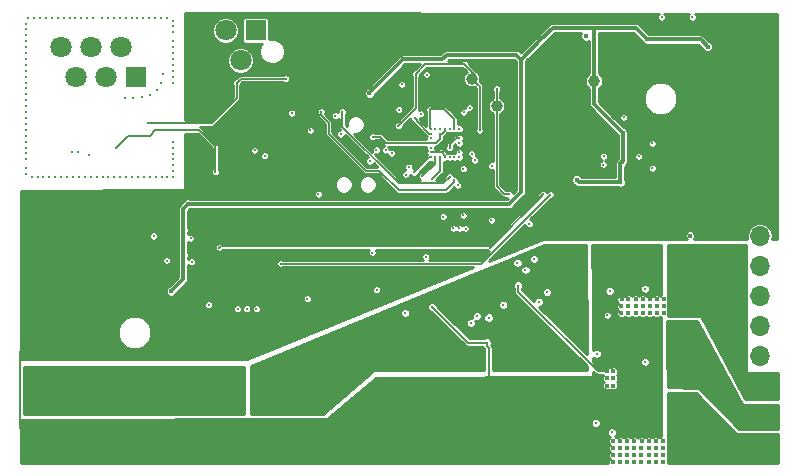
<source format=gbr>
G04 #@! TF.GenerationSoftware,KiCad,Pcbnew,5.0.2-bee76a0~70~ubuntu18.04.1*
G04 #@! TF.CreationDate,2020-05-08T14:17:04+02:00*
G04 #@! TF.ProjectId,board,626f6172-642e-46b6-9963-61645f706362,rev?*
G04 #@! TF.SameCoordinates,Original*
G04 #@! TF.FileFunction,Copper,L4,Bot*
G04 #@! TF.FilePolarity,Positive*
%FSLAX46Y46*%
G04 Gerber Fmt 4.6, Leading zero omitted, Abs format (unit mm)*
G04 Created by KiCad (PCBNEW 5.0.2-bee76a0~70~ubuntu18.04.1) date Fr 08 Mai 2020 14:17:04 CEST*
%MOMM*%
%LPD*%
G01*
G04 APERTURE LIST*
G04 #@! TA.AperFunction,ComponentPad*
%ADD10O,1.700000X1.700000*%
G04 #@! TD*
G04 #@! TA.AperFunction,ComponentPad*
%ADD11R,1.700000X1.700000*%
G04 #@! TD*
G04 #@! TA.AperFunction,SMDPad,CuDef*
%ADD12R,3.500000X2.000000*%
G04 #@! TD*
G04 #@! TA.AperFunction,SMDPad,CuDef*
%ADD13R,6.000000X2.000000*%
G04 #@! TD*
G04 #@! TA.AperFunction,ComponentPad*
%ADD14R,1.800000X1.800000*%
G04 #@! TD*
G04 #@! TA.AperFunction,ComponentPad*
%ADD15C,1.800000*%
G04 #@! TD*
G04 #@! TA.AperFunction,BGAPad,CuDef*
%ADD16C,1.000000*%
G04 #@! TD*
G04 #@! TA.AperFunction,ViaPad*
%ADD17C,0.400000*%
G04 #@! TD*
G04 #@! TA.AperFunction,ViaPad*
%ADD18C,0.310000*%
G04 #@! TD*
G04 #@! TA.AperFunction,ViaPad*
%ADD19C,0.800000*%
G04 #@! TD*
G04 #@! TA.AperFunction,Conductor*
%ADD20C,0.152400*%
G04 #@! TD*
G04 #@! TA.AperFunction,Conductor*
%ADD21C,0.300000*%
G04 #@! TD*
G04 #@! TA.AperFunction,Conductor*
%ADD22C,0.254000*%
G04 #@! TD*
G04 APERTURE END LIST*
D10*
G04 #@! TO.P,J2,8*
G04 #@! TO.N,/HALL1*
X156000000Y-119329200D03*
G04 #@! TO.P,J2,7*
G04 #@! TO.N,/HALL2*
X156000000Y-121869200D03*
G04 #@! TO.P,J2,6*
G04 #@! TO.N,/HALL3*
X156000000Y-124409200D03*
G04 #@! TO.P,J2,5*
G04 #@! TO.N,GND*
X156000000Y-126949200D03*
G04 #@! TO.P,J2,4*
G04 #@! TO.N,+3V3*
X156000000Y-129489200D03*
G04 #@! TO.P,J2,3*
G04 #@! TO.N,/PH1*
X156000000Y-132029200D03*
G04 #@! TO.P,J2,2*
G04 #@! TO.N,/PH2*
X156000000Y-134569200D03*
D11*
G04 #@! TO.P,J2,1*
G04 #@! TO.N,/PH3*
X156000000Y-137109200D03*
G04 #@! TD*
D12*
G04 #@! TO.P,J8,1*
G04 #@! TO.N,Net-(D1-Pad2)*
X105900000Y-132700000D03*
D13*
X96650000Y-132700000D03*
G04 #@! TO.P,J8,2*
G04 #@! TO.N,GND*
X96650000Y-136700000D03*
D12*
X105900000Y-136700000D03*
G04 #@! TD*
D14*
G04 #@! TO.P,J9,1*
G04 #@! TO.N,/SDA*
X113325000Y-101930000D03*
D15*
G04 #@! TO.P,J9,2*
G04 #@! TO.N,/SCL*
X112055000Y-104470000D03*
G04 #@! TO.P,J9,3*
G04 #@! TO.N,+3V3*
X110785000Y-101930000D03*
G04 #@! TO.P,J9,4*
G04 #@! TO.N,GND*
X109515000Y-104470000D03*
G04 #@! TD*
D16*
G04 #@! TO.P,TP8,1*
G04 #@! TO.N,+5V*
X141970000Y-106210000D03*
G04 #@! TD*
G04 #@! TO.P,TP9,1*
G04 #@! TO.N,+3V3*
X133740000Y-108340000D03*
G04 #@! TD*
G04 #@! TO.P,TP10,1*
G04 #@! TO.N,+1V2*
X131630000Y-106020000D03*
G04 #@! TD*
D15*
G04 #@! TO.P,J5,6*
G04 #@! TO.N,SHIELD*
X96870000Y-103380000D03*
G04 #@! TO.P,J5,5*
X98140000Y-105920000D03*
D14*
G04 #@! TO.P,J5,1*
G04 #@! TO.N,/l_TX*
X103220000Y-105920000D03*
D15*
G04 #@! TO.P,J5,2*
G04 #@! TO.N,/h_TX*
X101950000Y-103380000D03*
G04 #@! TO.P,J5,3*
G04 #@! TO.N,/l_RX*
X100680000Y-105920000D03*
G04 #@! TO.P,J5,4*
G04 #@! TO.N,/h_RX*
X99410000Y-103380000D03*
G04 #@! TD*
D17*
G04 #@! TO.N,+36V*
X129100000Y-127200000D03*
X128500000Y-127800000D03*
X124910000Y-127210000D03*
X126700000Y-127800000D03*
X129100000Y-129000000D03*
X129100000Y-127800000D03*
X128500000Y-127200000D03*
X124900000Y-129000000D03*
X126700000Y-128400000D03*
X126100000Y-127200000D03*
X126100000Y-129000000D03*
X124300000Y-127800000D03*
X126100000Y-128400000D03*
X126700000Y-127200000D03*
X123700000Y-127800000D03*
X126100000Y-127800000D03*
X127900000Y-127200000D03*
X124900000Y-127800000D03*
X127310000Y-127210000D03*
X124300000Y-128400000D03*
X127900000Y-129000000D03*
X127300000Y-127800000D03*
X123700000Y-128400000D03*
X125500000Y-129000000D03*
X125500000Y-127200000D03*
X123700000Y-127200000D03*
X124300000Y-129000000D03*
X127900000Y-127800000D03*
X127300000Y-129000000D03*
X125500000Y-128400000D03*
X128500000Y-128400000D03*
X128500000Y-129000000D03*
X123700000Y-129000000D03*
X124900000Y-128400000D03*
X129100000Y-128400000D03*
X127300000Y-128400000D03*
X127900000Y-128400000D03*
X125500000Y-127800000D03*
X126700000Y-129000000D03*
X124300000Y-127200000D03*
X141300000Y-102400000D03*
X141000000Y-120600000D03*
D18*
G04 #@! TO.N,Net-(C5-Pad2)*
X117700000Y-124650000D03*
X123600000Y-123900000D03*
X127748000Y-121100000D03*
X130050000Y-118700000D03*
G04 #@! TO.N,+3V3*
X128960000Y-112270000D03*
X128160000Y-112270000D03*
X133750000Y-106885000D03*
X111740000Y-106360000D03*
X115880000Y-106040000D03*
X125700000Y-106510000D03*
X136500000Y-118300000D03*
X133300000Y-118000000D03*
X104200000Y-109800000D03*
X134760000Y-115790000D03*
X130160000Y-110270000D03*
X126057511Y-114137511D03*
X130450000Y-115060000D03*
X128090000Y-108620000D03*
X129200000Y-117696400D03*
X129655000Y-108965000D03*
X128160000Y-110270000D03*
X147700000Y-100800000D03*
X129360000Y-112670000D03*
D17*
X150120000Y-119300000D03*
D18*
G04 #@! TO.N,Net-(DRV8323H1-Pad27)*
X126000000Y-125850000D03*
X130577003Y-118700000D03*
G04 #@! TO.N,/mosfet_bridges/GHA*
X143300000Y-124000000D03*
X131550000Y-126710000D03*
G04 #@! TO.N,/mosfet_bridges/GLA*
X146300000Y-123800000D03*
X133060000Y-126250000D03*
G04 #@! TO.N,/mosfet_bridges/GLB*
X137300000Y-124900000D03*
X146300000Y-130000000D03*
G04 #@! TO.N,/mosfet_bridges/GHB*
X142200000Y-129300000D03*
X138000000Y-124100000D03*
G04 #@! TO.N,/mosfet_bridges/GHC*
X136180000Y-122220000D03*
X142130025Y-135169975D03*
G04 #@! TO.N,/mosfet_bridges/GLC*
X136900000Y-121300000D03*
X143494805Y-135966469D03*
D17*
G04 #@! TO.N,GND*
X126800000Y-136800000D03*
X128000000Y-136800000D03*
X124400000Y-137400000D03*
X128000000Y-136200000D03*
X126200000Y-136200000D03*
X125000000Y-136200000D03*
X124400000Y-136800000D03*
X128000000Y-137400000D03*
X128600000Y-137400000D03*
X126200000Y-136800000D03*
X125010000Y-135610000D03*
X128600000Y-136800000D03*
X124400000Y-136200000D03*
X127400000Y-136800000D03*
X125600000Y-135600000D03*
X126800000Y-137400000D03*
X125000000Y-136800000D03*
X129200000Y-135600000D03*
X126800000Y-135600000D03*
X126200000Y-137400000D03*
X123800000Y-137400000D03*
X128000000Y-135600000D03*
X128600000Y-135600000D03*
X123800000Y-135600000D03*
X128600000Y-136200000D03*
X126200000Y-135600000D03*
X127410000Y-135610000D03*
X127400000Y-136200000D03*
X129200000Y-136800000D03*
X123800000Y-136800000D03*
X125600000Y-137400000D03*
X125600000Y-136200000D03*
X123800000Y-136200000D03*
X125000000Y-137400000D03*
X127400000Y-137400000D03*
X125600000Y-136800000D03*
X124400000Y-135600000D03*
X126800000Y-136200000D03*
X129200000Y-137400000D03*
X129200000Y-136200000D03*
X128600000Y-138000000D03*
X124400000Y-138000000D03*
X126800000Y-138000000D03*
X125600000Y-138000000D03*
X123800000Y-138000000D03*
X126200000Y-138000000D03*
X128000000Y-138000000D03*
X125000000Y-138000000D03*
X129200000Y-138000000D03*
X127400000Y-138000000D03*
X126800000Y-134400000D03*
X128000000Y-134400000D03*
X124400000Y-135000000D03*
X128000000Y-133800000D03*
X126200000Y-133800000D03*
X125000000Y-133800000D03*
X124400000Y-134400000D03*
X128000000Y-135000000D03*
X128600000Y-135000000D03*
X126200000Y-134400000D03*
X125010000Y-133210000D03*
X128600000Y-134400000D03*
X124400000Y-133800000D03*
X127400000Y-134400000D03*
X125600000Y-133200000D03*
X126800000Y-135000000D03*
X125000000Y-134400000D03*
X129200000Y-133200000D03*
X126800000Y-133200000D03*
X126200000Y-135000000D03*
X123800000Y-135000000D03*
X128000000Y-133200000D03*
X128600000Y-133200000D03*
X123800000Y-133200000D03*
X128600000Y-133800000D03*
X126200000Y-133200000D03*
X127410000Y-133210000D03*
X127400000Y-133800000D03*
X129200000Y-134400000D03*
X123800000Y-134400000D03*
X125600000Y-135000000D03*
X125600000Y-133800000D03*
X123800000Y-133800000D03*
X125000000Y-135000000D03*
X127400000Y-135000000D03*
X125600000Y-134400000D03*
X124400000Y-133200000D03*
X126800000Y-133800000D03*
X129200000Y-135000000D03*
X129200000Y-133800000D03*
X146400000Y-127400000D03*
X144600000Y-127400000D03*
X144600000Y-128600000D03*
X144600000Y-128000000D03*
X146400000Y-129200000D03*
X145800000Y-129200000D03*
X145200000Y-126800000D03*
X145800000Y-126800000D03*
X145800000Y-128000000D03*
X145200000Y-129200000D03*
X145200000Y-127400000D03*
X144600000Y-126800000D03*
X145800000Y-127400000D03*
X145800000Y-128600000D03*
X145200000Y-128600000D03*
X145200000Y-128000000D03*
X146400000Y-126800000D03*
X146400000Y-128000000D03*
X144600000Y-129200000D03*
X146400000Y-128600000D03*
X146400000Y-133600000D03*
X144600000Y-133600000D03*
X144600000Y-134800000D03*
X144600000Y-134200000D03*
X145800000Y-135400000D03*
X145200000Y-133000000D03*
X145800000Y-133000000D03*
X145800000Y-134200000D03*
X145200000Y-135400000D03*
X145200000Y-133600000D03*
X144600000Y-133000000D03*
X145800000Y-133600000D03*
X145800000Y-134800000D03*
X145200000Y-134800000D03*
X145200000Y-134200000D03*
X146400000Y-133000000D03*
X146400000Y-134200000D03*
X144600000Y-135400000D03*
X146400000Y-134800000D03*
X144000000Y-128000000D03*
X144000000Y-129200000D03*
X144000000Y-126800000D03*
X144000000Y-128600000D03*
X144000000Y-127400000D03*
X144000000Y-121200000D03*
X144000000Y-122400000D03*
X144000000Y-121800000D03*
X144000000Y-120600000D03*
X144000000Y-123000000D03*
X144000000Y-134800000D03*
X144000000Y-133600000D03*
X144000000Y-135400000D03*
X144000000Y-133000000D03*
X144000000Y-134200000D03*
X146400000Y-121200000D03*
X146400000Y-121800000D03*
X146400000Y-122400000D03*
X146400000Y-123000000D03*
X145800000Y-123000000D03*
X145800000Y-122400000D03*
X145800000Y-121800000D03*
X145800000Y-121200000D03*
X145800000Y-120600000D03*
X145200000Y-120600000D03*
X145200000Y-121200000D03*
X145200000Y-121800000D03*
X145200000Y-122400000D03*
X145200000Y-123000000D03*
X144600000Y-123000000D03*
X144600000Y-120600000D03*
X144600000Y-121800000D03*
X144600000Y-121200000D03*
X144600000Y-122400000D03*
D19*
X100300000Y-135500000D03*
X101200000Y-135500000D03*
X102100000Y-135500000D03*
X103000000Y-135500000D03*
X100800000Y-136300000D03*
X101700000Y-136300000D03*
X102600000Y-136300000D03*
X103500000Y-136300000D03*
X100400000Y-137100000D03*
X101300000Y-137100000D03*
X102200000Y-137100000D03*
X103100000Y-137100000D03*
X100800000Y-137900000D03*
X101700000Y-137900000D03*
X102600000Y-137900000D03*
X103500000Y-137900000D03*
D17*
X146400000Y-120600000D03*
D18*
X133860000Y-102690000D03*
X135200000Y-108500000D03*
X134200000Y-110900000D03*
X135200000Y-112400000D03*
X140700000Y-105400000D03*
X134300000Y-125167399D03*
X132900000Y-128360000D03*
X128290000Y-125350000D03*
X145000000Y-116500000D03*
X126800000Y-117500000D03*
X137812500Y-101400000D03*
X135200000Y-101400000D03*
X107800000Y-117850000D03*
X113700000Y-110800000D03*
X124510000Y-115040000D03*
X121370000Y-117590000D03*
X140680000Y-108090000D03*
X132720000Y-105960000D03*
X129550000Y-111270000D03*
X124740000Y-110340000D03*
X93610000Y-128920000D03*
X120320000Y-113980000D03*
X116000000Y-119050000D03*
X126050000Y-108610000D03*
X126360000Y-110690000D03*
G04 #@! TO.N,/HALL2*
X131610000Y-112370000D03*
G04 #@! TO.N,/HALL1*
X130560000Y-112270000D03*
G04 #@! TO.N,/HALL3*
X133330000Y-113390000D03*
D17*
G04 #@! TO.N,+5V*
X107200000Y-118800000D03*
X107200000Y-120975000D03*
X144200000Y-114800000D03*
X140500000Y-114600000D03*
X135800000Y-104400000D03*
X151600000Y-103300000D03*
X122960000Y-107250000D03*
X106180000Y-124020000D03*
X146500000Y-102700000D03*
X144316448Y-113113552D03*
X144400000Y-110600000D03*
X107590000Y-116630000D03*
G04 #@! TO.N,/PH1*
X149100000Y-124700000D03*
X149700000Y-125900000D03*
X149700000Y-124700000D03*
X149100000Y-125900000D03*
X149100000Y-125300000D03*
X149700000Y-125300000D03*
X150300000Y-125300000D03*
X150300000Y-125900000D03*
X150300000Y-124700000D03*
X151000000Y-124700000D03*
X151600000Y-125900000D03*
X151600000Y-124700000D03*
X151000000Y-125900000D03*
X151000000Y-125300000D03*
X151600000Y-125300000D03*
X152200000Y-125300000D03*
X152200000Y-125900000D03*
X152200000Y-124700000D03*
X151600000Y-122900000D03*
X152200000Y-124100000D03*
X152200000Y-122900000D03*
X151600000Y-124100000D03*
X151600000Y-123500000D03*
X152200000Y-123500000D03*
X152800000Y-123500000D03*
X152800000Y-124100000D03*
X152800000Y-122900000D03*
X152200000Y-126500000D03*
X152800000Y-127700000D03*
X152800000Y-126500000D03*
X152200000Y-127700000D03*
X152200000Y-127100000D03*
X152800000Y-127100000D03*
X153400000Y-127100000D03*
X153400000Y-127700000D03*
X153400000Y-126500000D03*
X152800000Y-124700000D03*
X153400000Y-125900000D03*
X153400000Y-124700000D03*
X152800000Y-125900000D03*
X152800000Y-125300000D03*
X153400000Y-125300000D03*
X154000000Y-125300000D03*
X154000000Y-125900000D03*
X154000000Y-124700000D03*
X151600000Y-121100000D03*
X152200000Y-121700000D03*
X152200000Y-122300000D03*
X152200000Y-121100000D03*
X151600000Y-122300000D03*
X152800000Y-122300000D03*
X152800000Y-121100000D03*
X151600000Y-121700000D03*
X152800000Y-121700000D03*
X153400000Y-122900000D03*
X154000000Y-124100000D03*
X153400000Y-124100000D03*
X153400000Y-123500000D03*
X153400000Y-121100000D03*
X153400000Y-122300000D03*
X153400000Y-121700000D03*
X154000000Y-126500000D03*
X154000000Y-127700000D03*
X154000000Y-127100000D03*
X151600000Y-126500000D03*
X152800000Y-128300000D03*
X153400000Y-128300000D03*
X154000000Y-128300000D03*
X152800000Y-128900000D03*
X153400000Y-128900000D03*
X154000000Y-128900000D03*
X154000000Y-129500000D03*
X153400000Y-129500000D03*
X154000000Y-130100000D03*
X153400000Y-130100000D03*
X154000000Y-130700000D03*
X154000000Y-131300000D03*
X144310000Y-124710000D03*
X144900000Y-125900000D03*
X144900000Y-125300000D03*
X145500000Y-124700000D03*
X144300000Y-125900000D03*
X144300000Y-125300000D03*
X145500000Y-125900000D03*
X146100000Y-124700000D03*
X144900000Y-124700000D03*
X146100000Y-125900000D03*
X145500000Y-125300000D03*
X146100000Y-125300000D03*
X146710000Y-124710000D03*
X147300000Y-125900000D03*
X147300000Y-125300000D03*
X147900000Y-124700000D03*
X146700000Y-125900000D03*
X146700000Y-125300000D03*
X147900000Y-125900000D03*
X148500000Y-124700000D03*
X147300000Y-124700000D03*
X148500000Y-125900000D03*
X147900000Y-125300000D03*
X148500000Y-125300000D03*
D18*
X132070000Y-126100000D03*
X143110000Y-126060000D03*
D17*
G04 #@! TO.N,/PH2*
X149600000Y-132000000D03*
X150200000Y-130800000D03*
X149600000Y-130800000D03*
X150200000Y-132000000D03*
X149600000Y-131400000D03*
X150200000Y-131400000D03*
X152600000Y-132000000D03*
X152600000Y-131400000D03*
X152000000Y-132000000D03*
X152000000Y-131400000D03*
X152600000Y-130800000D03*
X152000000Y-130800000D03*
X150800000Y-132000000D03*
X151400000Y-130800000D03*
X150800000Y-130800000D03*
X151400000Y-132000000D03*
X150800000Y-131400000D03*
X151400000Y-131400000D03*
X152000000Y-130200000D03*
X152000000Y-129600000D03*
X151400000Y-129000000D03*
X151400000Y-129600000D03*
X151400000Y-130200000D03*
X152600000Y-133200000D03*
X153200000Y-133200000D03*
X152600000Y-132600000D03*
X153200000Y-132600000D03*
X153200000Y-132000000D03*
X152000000Y-132600000D03*
X153800000Y-134400000D03*
X153200000Y-134400000D03*
X153800000Y-133800000D03*
X153200000Y-133800000D03*
X153800000Y-133200000D03*
X143600000Y-132000000D03*
X143600000Y-131400000D03*
X148400000Y-130800000D03*
X148400000Y-132000000D03*
X149000000Y-130800000D03*
X143600000Y-130800000D03*
X149000000Y-132000000D03*
X148400000Y-131400000D03*
X149000000Y-131400000D03*
X143100000Y-131400000D03*
X143100000Y-132000000D03*
D18*
X135548036Y-123532076D03*
D17*
X143110000Y-130810000D03*
G04 #@! TO.N,/PH3*
X149100000Y-137900000D03*
X150300000Y-137900000D03*
X149100000Y-138500000D03*
X148500000Y-137300000D03*
X149700000Y-138500000D03*
X149700000Y-137300000D03*
X150900000Y-137300000D03*
X151500000Y-138500000D03*
X149100000Y-136700000D03*
X149710000Y-136710000D03*
X151500000Y-137300000D03*
X148500000Y-138500000D03*
X149700000Y-137900000D03*
X148500000Y-137900000D03*
X150300000Y-138500000D03*
X151500000Y-137900000D03*
X150900000Y-136700000D03*
X150900000Y-137900000D03*
X151500000Y-136700000D03*
X150900000Y-138500000D03*
X149100000Y-137300000D03*
X150300000Y-136700000D03*
X148500000Y-136700000D03*
X150300000Y-137300000D03*
X152110000Y-136710000D03*
X153900000Y-137300000D03*
X152100000Y-138500000D03*
X153900000Y-137900000D03*
X153300000Y-136700000D03*
X153300000Y-138500000D03*
X153300000Y-137900000D03*
X153900000Y-136700000D03*
X153300000Y-137300000D03*
X152100000Y-137300000D03*
X152700000Y-138500000D03*
X152700000Y-136700000D03*
X152700000Y-137900000D03*
X152100000Y-137900000D03*
X152700000Y-137300000D03*
X153900000Y-138500000D03*
X153300000Y-136100000D03*
X151500000Y-136100000D03*
X151500000Y-135500000D03*
X152700000Y-135500000D03*
X152110000Y-135510000D03*
X152100000Y-136100000D03*
X152700000Y-136100000D03*
X151500000Y-134900000D03*
X152110000Y-134910000D03*
X151500000Y-134300000D03*
X143610000Y-136710000D03*
X144200000Y-137900000D03*
X144200000Y-137300000D03*
X144800000Y-136700000D03*
X143600000Y-137900000D03*
X143600000Y-137300000D03*
X144800000Y-137900000D03*
X145400000Y-136700000D03*
X144200000Y-136700000D03*
X145400000Y-137900000D03*
X144800000Y-137300000D03*
X145400000Y-137300000D03*
X143600000Y-138500000D03*
X145400000Y-138500000D03*
X144800000Y-138500000D03*
X144200000Y-138500000D03*
X146000000Y-137900000D03*
X147800000Y-137900000D03*
X147800000Y-138500000D03*
X147200000Y-137300000D03*
X147800000Y-136700000D03*
X146600000Y-136700000D03*
X146010000Y-136710000D03*
X147200000Y-138500000D03*
X146000000Y-137300000D03*
X147200000Y-137900000D03*
X146000000Y-138500000D03*
X146600000Y-138500000D03*
X146600000Y-137300000D03*
X147800000Y-137300000D03*
X147200000Y-136700000D03*
X146600000Y-137900000D03*
D18*
X135500000Y-121608700D03*
G04 #@! TO.N,SHIELD*
X104940000Y-106980000D03*
X105300000Y-106350000D03*
X105500000Y-105660000D03*
X104390000Y-107420000D03*
X103690000Y-107560000D03*
X102950000Y-107640000D03*
X102270000Y-107670000D03*
X106350000Y-106350000D03*
X106350000Y-105850000D03*
X106350000Y-105350000D03*
X106350000Y-104850000D03*
X106350000Y-104350000D03*
X106350000Y-103850000D03*
X106350000Y-103350000D03*
X106350000Y-102850000D03*
X106350000Y-102100000D03*
X106350000Y-101600000D03*
X106350000Y-101100000D03*
X105830000Y-100870000D03*
X105330000Y-100870000D03*
X104830000Y-100870000D03*
X104330000Y-100870000D03*
X103830000Y-100870000D03*
X103330000Y-100870000D03*
X102830000Y-100870000D03*
X102330000Y-100870000D03*
X101830000Y-100870000D03*
X101330000Y-100870000D03*
X100830000Y-100870000D03*
X100330000Y-100870000D03*
X99580000Y-100870000D03*
X99080000Y-100870000D03*
X98580000Y-100870000D03*
X98080000Y-100870000D03*
X97580000Y-100870000D03*
X97080000Y-100870000D03*
X96580000Y-100870000D03*
X96080000Y-100870000D03*
X95580000Y-100870000D03*
X95080000Y-100870000D03*
X94580000Y-100870000D03*
X94080000Y-100870000D03*
X93850000Y-101350000D03*
X93850000Y-101850000D03*
X93850000Y-102350000D03*
X93850000Y-102850000D03*
X93850000Y-103350000D03*
X93850000Y-103850000D03*
X93850000Y-104350000D03*
X93850000Y-104850000D03*
X93850000Y-105350000D03*
X93850000Y-105850000D03*
X93850000Y-106350000D03*
X93850000Y-106850000D03*
X93850000Y-107350000D03*
X93850000Y-107850000D03*
X93850000Y-108350000D03*
X93850000Y-108850000D03*
X93850000Y-109350000D03*
X93850000Y-109850000D03*
X93850000Y-110350000D03*
X93850000Y-110850000D03*
X93850000Y-111350000D03*
X93850000Y-111850000D03*
X93850000Y-112350000D03*
X93850000Y-112850000D03*
X93850000Y-113600000D03*
X93850000Y-114100000D03*
X94370000Y-114330000D03*
X94870000Y-114330000D03*
X95370000Y-114330000D03*
X95870000Y-114330000D03*
X96370000Y-114330000D03*
X96870000Y-114330000D03*
X97370000Y-114330000D03*
X97870000Y-114330000D03*
X98370000Y-114330000D03*
X98870000Y-114330000D03*
X99370000Y-114330000D03*
X99870000Y-114330000D03*
X100370000Y-114330000D03*
X100870000Y-114330000D03*
X101370000Y-114330000D03*
X101870000Y-114330000D03*
X102370000Y-114330000D03*
X102870000Y-114330000D03*
X103370000Y-114330000D03*
X103870000Y-114330000D03*
X104370000Y-114330000D03*
X104870000Y-114330000D03*
X105370000Y-114330000D03*
X105870000Y-114330000D03*
X106350000Y-114330000D03*
X106350000Y-113850000D03*
X106350000Y-113350000D03*
X106350000Y-112850000D03*
X106300000Y-112400000D03*
X106300000Y-111900000D03*
X106300000Y-111400000D03*
G04 #@! TO.N,Net-(R13-Pad1)*
X145785000Y-112600000D03*
X142817600Y-112590000D03*
G04 #@! TO.N,Net-(R13-Pad2)*
X142762409Y-113295191D03*
X146915000Y-113600000D03*
G04 #@! TO.N,Net-(R10-Pad2)*
X105820000Y-121420000D03*
X107910000Y-121529400D03*
G04 #@! TO.N,Net-(R11-Pad2)*
X146915000Y-111500000D03*
X144500000Y-109300000D03*
G04 #@! TO.N,/NEOPXL*
X109370000Y-125170000D03*
X130560000Y-111470000D03*
G04 #@! TO.N,/Encoder1_A*
X115450000Y-121670000D03*
X138270000Y-115830000D03*
G04 #@! TO.N,/Encoder1_B*
X110245000Y-120325000D03*
X137660000Y-115820000D03*
G04 #@! TO.N,Net-(DRV8323H1-Pad26)*
X123200000Y-120750000D03*
X131103901Y-118710475D03*
G04 #@! TO.N,/term_te*
X101500000Y-111900000D03*
X109900000Y-113900000D03*
G04 #@! TO.N,/SDA*
X114110000Y-112540000D03*
X126300000Y-113500000D03*
G04 #@! TO.N,/SCL*
X113250000Y-112100000D03*
X124840000Y-112340000D03*
D19*
G04 #@! TO.N,Net-(D1-Pad2)*
X100800000Y-133200000D03*
X101700000Y-133200000D03*
X102600000Y-133200000D03*
X103500000Y-133200000D03*
X100400000Y-130800000D03*
X101300000Y-130800000D03*
X102200000Y-130800000D03*
X103100000Y-130800000D03*
X100800000Y-131600000D03*
X101700000Y-131600000D03*
X102600000Y-131600000D03*
X103500000Y-131600000D03*
X100400000Y-132400000D03*
X101300000Y-132400000D03*
X102200000Y-132400000D03*
X103100000Y-132400000D03*
X100400000Y-134000000D03*
X101300000Y-134000000D03*
X102200000Y-134000000D03*
X103100000Y-134000000D03*
D18*
G04 #@! TO.N,/DE*
X131450000Y-108470000D03*
X98330000Y-112240000D03*
G04 #@! TO.N,Net-(R34-Pad2)*
X104690000Y-119340000D03*
X107830000Y-119540000D03*
G04 #@! TO.N,/INLC*
X128160000Y-112670000D03*
X126743959Y-113953959D03*
G04 #@! TO.N,/INLB*
X128560000Y-112670000D03*
X127458552Y-114268552D03*
G04 #@! TO.N,/INLA*
X128960000Y-112670000D03*
X128260000Y-114540000D03*
G04 #@! TO.N,+1V2*
X130560000Y-111070000D03*
X129760000Y-111870000D03*
X126900000Y-105600000D03*
X131000000Y-104800000D03*
X125400000Y-110000000D03*
X132300000Y-110400000D03*
G04 #@! TO.N,USB_PU*
X118880000Y-108800000D03*
X130170000Y-114630000D03*
G04 #@! TO.N,USB_P*
X120070000Y-109170000D03*
X129760000Y-112670000D03*
G04 #@! TO.N,USB_N*
X120670000Y-108810000D03*
X129760000Y-114310000D03*
G04 #@! TO.N,82*
X118650000Y-115810000D03*
X129760000Y-110270000D03*
G04 #@! TO.N,109*
X127300000Y-109000000D03*
X116400000Y-108930000D03*
G04 #@! TO.N,CRESET_B*
X128960000Y-110270000D03*
X127810000Y-105680000D03*
G04 #@! TO.N,/RX*
X97770000Y-112270000D03*
X130560000Y-110270000D03*
G04 #@! TO.N,/TX*
X130940000Y-108880000D03*
X99220000Y-112444400D03*
G04 #@! TO.N,/CS_MISO*
X113400000Y-125500000D03*
X124330000Y-112080000D03*
G04 #@! TO.N,/CS_CLK*
X112600000Y-125500000D03*
X123560000Y-112060000D03*
G04 #@! TO.N,/CS*
X111800000Y-125500000D03*
X128160000Y-111870000D03*
G04 #@! TO.N,/iCE40LP/SCK*
X120530000Y-110710000D03*
X117950000Y-110400000D03*
X128160000Y-110670000D03*
X126810000Y-109340000D03*
G04 #@! TO.N,/iCE40LP/SDO*
X128960000Y-110670000D03*
X129360000Y-110270000D03*
X123230000Y-110940000D03*
G04 #@! TO.N,/iCE40LP/SDI*
X123000000Y-113001600D03*
X128560000Y-110270000D03*
G04 #@! TO.N,/iCE40LP/SS*
X128160000Y-111070000D03*
X125470000Y-108644400D03*
G04 #@! TO.N,/iCE40LP/CLK*
X130560000Y-112670000D03*
X131900000Y-112925599D03*
G04 #@! TO.N,/iCE40LP/LED*
X150300000Y-100800000D03*
X130160000Y-112670000D03*
G04 #@! TO.N,/nFault*
X130910000Y-113650000D03*
X130900000Y-117600000D03*
G04 #@! TD*
D20*
G04 #@! TO.N,+3V3*
X133750000Y-106885000D02*
X133750000Y-115145000D01*
X111740000Y-106360000D02*
X112060000Y-106040000D01*
X112060000Y-106040000D02*
X115880000Y-106040000D01*
X107100000Y-109800000D02*
X107600000Y-109800000D01*
X104200000Y-109800000D02*
X107100000Y-109800000D01*
X111740000Y-107660000D02*
X111740000Y-106360000D01*
X107100000Y-109800000D02*
X109600000Y-109800000D01*
X109600000Y-109800000D02*
X111740000Y-107660000D01*
X134395000Y-115790000D02*
X134760000Y-115790000D01*
X134287500Y-115682500D02*
X134395000Y-115790000D01*
X133750000Y-115145000D02*
X134287500Y-115682500D01*
X128090000Y-108620000D02*
X129310000Y-108620000D01*
X129310000Y-108620000D02*
X129655000Y-108965000D01*
X128078831Y-109711169D02*
X128078831Y-110188831D01*
X128090000Y-109700000D02*
X128090000Y-108620000D01*
X128078831Y-109711169D02*
X128090000Y-109700000D01*
X129360000Y-112528579D02*
X129360000Y-112670000D01*
X128960000Y-112270000D02*
X129101421Y-112270000D01*
X129101421Y-112270000D02*
X129360000Y-112528579D01*
X128160000Y-112270000D02*
X128960000Y-112270000D01*
X130160000Y-109470000D02*
X129655000Y-108965000D01*
X130160000Y-110270000D02*
X130160000Y-109470000D01*
G04 #@! TO.N,GND*
X102600000Y-135900000D02*
X102500000Y-135800000D01*
X132900000Y-128642842D02*
X133050000Y-128792842D01*
X132900000Y-128360000D02*
X132900000Y-128642842D01*
X133050000Y-128792842D02*
X133050000Y-131840000D01*
X96650000Y-136700000D02*
X94650000Y-136700000D01*
X94501601Y-136711601D02*
X93400000Y-135610000D01*
X131300000Y-128360000D02*
X132900000Y-128360000D01*
X128290000Y-125350000D02*
X131300000Y-128360000D01*
X93400000Y-129130000D02*
X93610000Y-128920000D01*
X93400000Y-129600000D02*
X93400000Y-129130000D01*
X93400000Y-129600000D02*
X93400000Y-129430000D01*
X93400000Y-135598399D02*
X93400000Y-129600000D01*
D21*
G04 #@! TO.N,+5V*
X107200000Y-119082842D02*
X107200000Y-120975000D01*
X107200000Y-118800000D02*
X107200000Y-119082842D01*
X144400000Y-113000000D02*
X144300000Y-113100000D01*
X144400000Y-110600000D02*
X144400000Y-113000000D01*
X144200000Y-113200000D02*
X144300000Y-113100000D01*
X144200000Y-114800000D02*
X144200000Y-113200000D01*
X140700000Y-114800000D02*
X144200000Y-114800000D01*
X140500000Y-114600000D02*
X140700000Y-114800000D01*
X137500000Y-102700000D02*
X135800000Y-104400000D01*
X151000000Y-102700000D02*
X151600000Y-103300000D01*
X134811370Y-116630000D02*
X110790000Y-116630000D01*
X135800000Y-104400000D02*
X135800000Y-115641370D01*
X135800000Y-115641370D02*
X134811370Y-116630000D01*
X107200000Y-120975000D02*
X107200000Y-123000000D01*
X107200000Y-123000000D02*
X106180000Y-124020000D01*
X145500000Y-101700000D02*
X146500000Y-102700000D01*
X137500000Y-102700000D02*
X138500000Y-101700000D01*
X142000000Y-101700000D02*
X142000000Y-108200000D01*
X142000000Y-101700000D02*
X145500000Y-101700000D01*
X142000000Y-108200000D02*
X144400000Y-110600000D01*
X138500000Y-101700000D02*
X142000000Y-101700000D01*
X146500000Y-102700000D02*
X151000000Y-102700000D01*
X110790000Y-116630000D02*
X108630000Y-116630000D01*
X108630000Y-116630000D02*
X107590000Y-116630000D01*
X122960000Y-107250000D02*
X125830000Y-104380000D01*
X129150000Y-104380000D02*
X129550000Y-103980000D01*
X125830000Y-104380000D02*
X129150000Y-104380000D01*
X135380000Y-103980000D02*
X135800000Y-104400000D01*
X129550000Y-103980000D02*
X135380000Y-103980000D01*
X107200000Y-117020000D02*
X107200000Y-118800000D01*
X107590000Y-116630000D02*
X107200000Y-117020000D01*
D20*
G04 #@! TO.N,/PH2*
X142317262Y-130810000D02*
X143110000Y-130810000D01*
X135548036Y-123532076D02*
X135548036Y-124040774D01*
X135548036Y-124040774D02*
X142317262Y-130810000D01*
G04 #@! TO.N,/Encoder1_A*
X132430000Y-121670000D02*
X138270000Y-115830000D01*
X115450000Y-121670000D02*
X132430000Y-121670000D01*
G04 #@! TO.N,/Encoder1_B*
X133150000Y-120330000D02*
X137660000Y-115820000D01*
X137460001Y-116019999D02*
X137660000Y-115820000D01*
X133281999Y-120198001D02*
X137460001Y-116019999D01*
X110371999Y-120198001D02*
X133281999Y-120198001D01*
X110245000Y-120325000D02*
X110371999Y-120198001D01*
G04 #@! TO.N,/term_te*
X101500000Y-111900000D02*
X102550000Y-110850000D01*
X102550000Y-110850000D02*
X104350000Y-110850000D01*
X104350000Y-110850000D02*
X104800000Y-110400000D01*
X104800000Y-110400000D02*
X108550000Y-110400000D01*
X109900000Y-111750000D02*
X109900000Y-113900000D01*
X108550000Y-110400000D02*
X109900000Y-111750000D01*
G04 #@! TO.N,Net-(D1-Pad2)*
X96650000Y-130700000D02*
X94650000Y-130700000D01*
G04 #@! TO.N,/INLC*
X128027918Y-112670000D02*
X128160000Y-112670000D01*
X126743959Y-113953959D02*
X128027918Y-112670000D01*
G04 #@! TO.N,/INLB*
X127458552Y-114268552D02*
X128478831Y-113248273D01*
X128560000Y-113167104D02*
X127458552Y-114268552D01*
X128560000Y-112670000D02*
X128560000Y-113167104D01*
G04 #@! TO.N,/INLA*
X128960000Y-113840000D02*
X128260000Y-114540000D01*
X128960000Y-112670000D02*
X128960000Y-113840000D01*
G04 #@! TO.N,+1V2*
X126900000Y-105600000D02*
X127700000Y-104800000D01*
X127700000Y-104800000D02*
X131000000Y-104800000D01*
X131000000Y-104800000D02*
X131800000Y-105600000D01*
X126900000Y-108500000D02*
X126900000Y-105600000D01*
X125400000Y-110000000D02*
X126900000Y-108500000D01*
X132129999Y-106519999D02*
X132149999Y-106519999D01*
X131630000Y-106020000D02*
X132129999Y-106519999D01*
X132149999Y-106519999D02*
X132300000Y-106670000D01*
X132300000Y-106670000D02*
X132300000Y-110400000D01*
X129760000Y-111590000D02*
X129760000Y-111870000D01*
X130560000Y-111070000D02*
X130280000Y-111070000D01*
X130280000Y-111070000D02*
X129760000Y-111590000D01*
G04 #@! TO.N,USB_PU*
X129431399Y-115468601D02*
X130170000Y-114730000D01*
X125460000Y-115470000D02*
X129431399Y-115468601D01*
X118880000Y-108800000D02*
X118880000Y-109082842D01*
X119537158Y-109740000D02*
X119537158Y-110701488D01*
X130170000Y-114730000D02*
X130170000Y-114630000D01*
X118880000Y-109082842D02*
X119537158Y-109740000D01*
X122645670Y-113810000D02*
X123790000Y-113810000D01*
X119537158Y-110701488D02*
X122645670Y-113810000D01*
X123790000Y-113810000D02*
X125460000Y-115470000D01*
G04 #@! TO.N,USB_N*
X120670000Y-110100000D02*
X125465601Y-114895601D01*
X129760000Y-114360000D02*
X129760000Y-114310000D01*
X129224399Y-114895601D02*
X129760000Y-114360000D01*
X120670000Y-108810000D02*
X120670000Y-110100000D01*
X125465601Y-114895601D02*
X129224399Y-114895601D01*
G04 #@! TO.N,/iCE40LP/SCK*
X128018579Y-110670000D02*
X128160000Y-110670000D01*
X126974999Y-109626420D02*
X128018579Y-110670000D01*
X126810000Y-109340000D02*
X126974999Y-109504999D01*
X126974999Y-109504999D02*
X126974999Y-109626420D01*
G04 #@! TO.N,/iCE40LP/SDO*
X129360000Y-110411421D02*
X129360000Y-110270000D01*
X129101421Y-110670000D02*
X129360000Y-110411421D01*
X128960000Y-110670000D02*
X129101421Y-110670000D01*
X128580000Y-111470000D02*
X124410000Y-111470000D01*
X128950000Y-111100000D02*
X128580000Y-111470000D01*
X128960000Y-111100000D02*
X128950000Y-111100000D01*
X128960000Y-110670000D02*
X128960000Y-111100000D01*
X123880000Y-110940000D02*
X123230000Y-110940000D01*
X124410000Y-111470000D02*
X123880000Y-110940000D01*
G04 #@! TD*
D22*
G04 #@! TO.N,GND*
G36*
X147677636Y-124335030D02*
X147627803Y-124368327D01*
X147600000Y-124396130D01*
X147572197Y-124368327D01*
X147502260Y-124321598D01*
X147424551Y-124289409D01*
X147342056Y-124273000D01*
X147257944Y-124273000D01*
X147175449Y-124289409D01*
X147097740Y-124321598D01*
X147027803Y-124368327D01*
X147000000Y-124396130D01*
X146982197Y-124378327D01*
X146912260Y-124331598D01*
X146834551Y-124299409D01*
X146752056Y-124283000D01*
X146667944Y-124283000D01*
X146585449Y-124299409D01*
X146507740Y-124331598D01*
X146437803Y-124378327D01*
X146410000Y-124406130D01*
X146372197Y-124368327D01*
X146302260Y-124321598D01*
X146224551Y-124289409D01*
X146142056Y-124273000D01*
X146057944Y-124273000D01*
X145975449Y-124289409D01*
X145897740Y-124321598D01*
X145827803Y-124368327D01*
X145800000Y-124396130D01*
X145772197Y-124368327D01*
X145702260Y-124321598D01*
X145624551Y-124289409D01*
X145542056Y-124273000D01*
X145457944Y-124273000D01*
X145375449Y-124289409D01*
X145297740Y-124321598D01*
X145227803Y-124368327D01*
X145200000Y-124396130D01*
X145172197Y-124368327D01*
X145102260Y-124321598D01*
X145024551Y-124289409D01*
X144942056Y-124273000D01*
X144857944Y-124273000D01*
X144775449Y-124289409D01*
X144697740Y-124321598D01*
X144627803Y-124368327D01*
X144600000Y-124396130D01*
X144582197Y-124378327D01*
X144512260Y-124331598D01*
X144434551Y-124299409D01*
X144352056Y-124283000D01*
X144267944Y-124283000D01*
X144185449Y-124299409D01*
X144107740Y-124331598D01*
X144037803Y-124378327D01*
X143978327Y-124437803D01*
X143931598Y-124507740D01*
X143899409Y-124585449D01*
X143883000Y-124667944D01*
X143883000Y-124752056D01*
X143899409Y-124834551D01*
X143931598Y-124912260D01*
X143978327Y-124982197D01*
X143996130Y-125000000D01*
X143968327Y-125027803D01*
X143921598Y-125097740D01*
X143889409Y-125175449D01*
X143873000Y-125257944D01*
X143873000Y-125342056D01*
X143889409Y-125424551D01*
X143921598Y-125502260D01*
X143968327Y-125572197D01*
X143996130Y-125600000D01*
X143968327Y-125627803D01*
X143921598Y-125697740D01*
X143889409Y-125775449D01*
X143873000Y-125857944D01*
X143873000Y-125942056D01*
X143889409Y-126024551D01*
X143921598Y-126102260D01*
X143968327Y-126172197D01*
X144027803Y-126231673D01*
X144097740Y-126278402D01*
X144175449Y-126310591D01*
X144257944Y-126327000D01*
X144342056Y-126327000D01*
X144424551Y-126310591D01*
X144502260Y-126278402D01*
X144572197Y-126231673D01*
X144600000Y-126203870D01*
X144627803Y-126231673D01*
X144697740Y-126278402D01*
X144775449Y-126310591D01*
X144857944Y-126327000D01*
X144942056Y-126327000D01*
X145024551Y-126310591D01*
X145102260Y-126278402D01*
X145172197Y-126231673D01*
X145200000Y-126203870D01*
X145227803Y-126231673D01*
X145297740Y-126278402D01*
X145375449Y-126310591D01*
X145457944Y-126327000D01*
X145542056Y-126327000D01*
X145624551Y-126310591D01*
X145702260Y-126278402D01*
X145772197Y-126231673D01*
X145800000Y-126203870D01*
X145827803Y-126231673D01*
X145897740Y-126278402D01*
X145975449Y-126310591D01*
X146057944Y-126327000D01*
X146142056Y-126327000D01*
X146224551Y-126310591D01*
X146302260Y-126278402D01*
X146372197Y-126231673D01*
X146400000Y-126203870D01*
X146427803Y-126231673D01*
X146497740Y-126278402D01*
X146575449Y-126310591D01*
X146657944Y-126327000D01*
X146742056Y-126327000D01*
X146824551Y-126310591D01*
X146902260Y-126278402D01*
X146972197Y-126231673D01*
X147000000Y-126203870D01*
X147027803Y-126231673D01*
X147097740Y-126278402D01*
X147175449Y-126310591D01*
X147257944Y-126327000D01*
X147342056Y-126327000D01*
X147424551Y-126310591D01*
X147502260Y-126278402D01*
X147572197Y-126231673D01*
X147600000Y-126203870D01*
X147627803Y-126231673D01*
X147679702Y-126266350D01*
X147690419Y-136286431D01*
X147675449Y-136289409D01*
X147597740Y-136321598D01*
X147527803Y-136368327D01*
X147500000Y-136396130D01*
X147472197Y-136368327D01*
X147402260Y-136321598D01*
X147324551Y-136289409D01*
X147242056Y-136273000D01*
X147157944Y-136273000D01*
X147075449Y-136289409D01*
X146997740Y-136321598D01*
X146927803Y-136368327D01*
X146900000Y-136396130D01*
X146872197Y-136368327D01*
X146802260Y-136321598D01*
X146724551Y-136289409D01*
X146642056Y-136273000D01*
X146557944Y-136273000D01*
X146475449Y-136289409D01*
X146397740Y-136321598D01*
X146327803Y-136368327D01*
X146300000Y-136396130D01*
X146282197Y-136378327D01*
X146212260Y-136331598D01*
X146134551Y-136299409D01*
X146052056Y-136283000D01*
X145967944Y-136283000D01*
X145885449Y-136299409D01*
X145807740Y-136331598D01*
X145737803Y-136378327D01*
X145710000Y-136406130D01*
X145672197Y-136368327D01*
X145602260Y-136321598D01*
X145524551Y-136289409D01*
X145442056Y-136273000D01*
X145357944Y-136273000D01*
X145275449Y-136289409D01*
X145197740Y-136321598D01*
X145127803Y-136368327D01*
X145100000Y-136396130D01*
X145072197Y-136368327D01*
X145002260Y-136321598D01*
X144924551Y-136289409D01*
X144842056Y-136273000D01*
X144757944Y-136273000D01*
X144675449Y-136289409D01*
X144597740Y-136321598D01*
X144527803Y-136368327D01*
X144500000Y-136396130D01*
X144472197Y-136368327D01*
X144402260Y-136321598D01*
X144324551Y-136289409D01*
X144242056Y-136273000D01*
X144157944Y-136273000D01*
X144075449Y-136289409D01*
X143997740Y-136321598D01*
X143927803Y-136368327D01*
X143900000Y-136396130D01*
X143882197Y-136378327D01*
X143812260Y-136331598D01*
X143761635Y-136310628D01*
X143771719Y-136303890D01*
X143832226Y-136243383D01*
X143879765Y-136172235D01*
X143912511Y-136093179D01*
X143929205Y-136009254D01*
X143929205Y-135923684D01*
X143912511Y-135839759D01*
X143879765Y-135760703D01*
X143832226Y-135689555D01*
X143771719Y-135629048D01*
X143700571Y-135581509D01*
X143621515Y-135548763D01*
X143537590Y-135532069D01*
X143452020Y-135532069D01*
X143368095Y-135548763D01*
X143289039Y-135581509D01*
X143217891Y-135629048D01*
X143157384Y-135689555D01*
X143109845Y-135760703D01*
X143077099Y-135839759D01*
X143060405Y-135923684D01*
X143060405Y-136009254D01*
X143077099Y-136093179D01*
X143109845Y-136172235D01*
X143157384Y-136243383D01*
X143217891Y-136303890D01*
X143289039Y-136351429D01*
X143343992Y-136374191D01*
X143337803Y-136378327D01*
X143278327Y-136437803D01*
X143231598Y-136507740D01*
X143199409Y-136585449D01*
X143183000Y-136667944D01*
X143183000Y-136752056D01*
X143199409Y-136834551D01*
X143231598Y-136912260D01*
X143278327Y-136982197D01*
X143296130Y-137000000D01*
X143268327Y-137027803D01*
X143221598Y-137097740D01*
X143189409Y-137175449D01*
X143173000Y-137257944D01*
X143173000Y-137342056D01*
X143189409Y-137424551D01*
X143221598Y-137502260D01*
X143268327Y-137572197D01*
X143296130Y-137600000D01*
X143268327Y-137627803D01*
X143221598Y-137697740D01*
X143189409Y-137775449D01*
X143173000Y-137857944D01*
X143173000Y-137942056D01*
X143189409Y-138024551D01*
X143221598Y-138102260D01*
X143268327Y-138172197D01*
X143296130Y-138200000D01*
X143268327Y-138227803D01*
X143221598Y-138297740D01*
X143189409Y-138375449D01*
X143173000Y-138457944D01*
X143173000Y-138542056D01*
X143179155Y-138573000D01*
X93427000Y-138573000D01*
X93427000Y-135127190D01*
X141695625Y-135127190D01*
X141695625Y-135212760D01*
X141712319Y-135296685D01*
X141745065Y-135375741D01*
X141792604Y-135446889D01*
X141853111Y-135507396D01*
X141924259Y-135554935D01*
X142003315Y-135587681D01*
X142087240Y-135604375D01*
X142172810Y-135604375D01*
X142256735Y-135587681D01*
X142335791Y-135554935D01*
X142406939Y-135507396D01*
X142467446Y-135446889D01*
X142514985Y-135375741D01*
X142547731Y-135296685D01*
X142564425Y-135212760D01*
X142564425Y-135127190D01*
X142547731Y-135043265D01*
X142514985Y-134964209D01*
X142467446Y-134893061D01*
X142406939Y-134832554D01*
X142335791Y-134785015D01*
X142256735Y-134752269D01*
X142172810Y-134735575D01*
X142087240Y-134735575D01*
X142003315Y-134752269D01*
X141924259Y-134785015D01*
X141853111Y-134832554D01*
X141792604Y-134893061D01*
X141745065Y-134964209D01*
X141712319Y-135043265D01*
X141695625Y-135127190D01*
X93427000Y-135127190D01*
X93427000Y-134876974D01*
X119326526Y-134871755D01*
X119351302Y-134869310D01*
X119375124Y-134862078D01*
X119397079Y-134850337D01*
X119408035Y-134842126D01*
X123546332Y-131376849D01*
X141810416Y-131316999D01*
X141835185Y-131314478D01*
X141858985Y-131307173D01*
X141880903Y-131295365D01*
X141900096Y-131279508D01*
X141915827Y-131260211D01*
X141927491Y-131238216D01*
X141934640Y-131214368D01*
X141936995Y-131188865D01*
X141934016Y-130855543D01*
X142092334Y-131013861D01*
X142101830Y-131025432D01*
X142147998Y-131063321D01*
X142200671Y-131091476D01*
X142257824Y-131108813D01*
X142302367Y-131113200D01*
X142302376Y-131113200D01*
X142317261Y-131114666D01*
X142332146Y-131113200D01*
X142782930Y-131113200D01*
X142768327Y-131127803D01*
X142721598Y-131197740D01*
X142689409Y-131275449D01*
X142673000Y-131357944D01*
X142673000Y-131442056D01*
X142689409Y-131524551D01*
X142721598Y-131602260D01*
X142768327Y-131672197D01*
X142796130Y-131700000D01*
X142768327Y-131727803D01*
X142721598Y-131797740D01*
X142689409Y-131875449D01*
X142673000Y-131957944D01*
X142673000Y-132042056D01*
X142689409Y-132124551D01*
X142721598Y-132202260D01*
X142768327Y-132272197D01*
X142827803Y-132331673D01*
X142897740Y-132378402D01*
X142975449Y-132410591D01*
X143057944Y-132427000D01*
X143142056Y-132427000D01*
X143224551Y-132410591D01*
X143302260Y-132378402D01*
X143350000Y-132346504D01*
X143397740Y-132378402D01*
X143475449Y-132410591D01*
X143557944Y-132427000D01*
X143642056Y-132427000D01*
X143724551Y-132410591D01*
X143802260Y-132378402D01*
X143872197Y-132331673D01*
X143931673Y-132272197D01*
X143978402Y-132202260D01*
X144010591Y-132124551D01*
X144027000Y-132042056D01*
X144027000Y-131957944D01*
X144010591Y-131875449D01*
X143978402Y-131797740D01*
X143931673Y-131727803D01*
X143903870Y-131700000D01*
X143931673Y-131672197D01*
X143978402Y-131602260D01*
X144010591Y-131524551D01*
X144027000Y-131442056D01*
X144027000Y-131357944D01*
X144010591Y-131275449D01*
X143978402Y-131197740D01*
X143931673Y-131127803D01*
X143903870Y-131100000D01*
X143931673Y-131072197D01*
X143978402Y-131002260D01*
X144010591Y-130924551D01*
X144027000Y-130842056D01*
X144027000Y-130757944D01*
X144010591Y-130675449D01*
X143978402Y-130597740D01*
X143931673Y-130527803D01*
X143872197Y-130468327D01*
X143802260Y-130421598D01*
X143724551Y-130389409D01*
X143642056Y-130373000D01*
X143557944Y-130373000D01*
X143475449Y-130389409D01*
X143397740Y-130421598D01*
X143347517Y-130455155D01*
X143312260Y-130431598D01*
X143234551Y-130399409D01*
X143152056Y-130383000D01*
X143067944Y-130383000D01*
X142985449Y-130399409D01*
X142907740Y-130431598D01*
X142837803Y-130478327D01*
X142809330Y-130506800D01*
X142442851Y-130506800D01*
X141926283Y-129990232D01*
X141925989Y-129957215D01*
X145865600Y-129957215D01*
X145865600Y-130042785D01*
X145882294Y-130126710D01*
X145915040Y-130205766D01*
X145962579Y-130276914D01*
X146023086Y-130337421D01*
X146094234Y-130384960D01*
X146173290Y-130417706D01*
X146257215Y-130434400D01*
X146342785Y-130434400D01*
X146426710Y-130417706D01*
X146505766Y-130384960D01*
X146576914Y-130337421D01*
X146637421Y-130276914D01*
X146684960Y-130205766D01*
X146717706Y-130126710D01*
X146734400Y-130042785D01*
X146734400Y-129957215D01*
X146717706Y-129873290D01*
X146684960Y-129794234D01*
X146637421Y-129723086D01*
X146576914Y-129662579D01*
X146505766Y-129615040D01*
X146426710Y-129582294D01*
X146342785Y-129565600D01*
X146257215Y-129565600D01*
X146173290Y-129582294D01*
X146094234Y-129615040D01*
X146023086Y-129662579D01*
X145962579Y-129723086D01*
X145915040Y-129794234D01*
X145882294Y-129873290D01*
X145865600Y-129957215D01*
X141925989Y-129957215D01*
X141923131Y-129637451D01*
X141994234Y-129684960D01*
X142073290Y-129717706D01*
X142157215Y-129734400D01*
X142242785Y-129734400D01*
X142326710Y-129717706D01*
X142405766Y-129684960D01*
X142476914Y-129637421D01*
X142537421Y-129576914D01*
X142584960Y-129505766D01*
X142617706Y-129426710D01*
X142634400Y-129342785D01*
X142634400Y-129257215D01*
X142617706Y-129173290D01*
X142584960Y-129094234D01*
X142537421Y-129023086D01*
X142476914Y-128962579D01*
X142405766Y-128915040D01*
X142326710Y-128882294D01*
X142242785Y-128865600D01*
X142157215Y-128865600D01*
X142073290Y-128882294D01*
X141994234Y-128915040D01*
X141923086Y-128962579D01*
X141917153Y-128968512D01*
X141890825Y-126022376D01*
X142728000Y-126022376D01*
X142728000Y-126097624D01*
X142742680Y-126171425D01*
X142771476Y-126240945D01*
X142813281Y-126303511D01*
X142866489Y-126356719D01*
X142929055Y-126398524D01*
X142998575Y-126427320D01*
X143072376Y-126442000D01*
X143147624Y-126442000D01*
X143221425Y-126427320D01*
X143290945Y-126398524D01*
X143353511Y-126356719D01*
X143406719Y-126303511D01*
X143448524Y-126240945D01*
X143477320Y-126171425D01*
X143492000Y-126097624D01*
X143492000Y-126022376D01*
X143477320Y-125948575D01*
X143448524Y-125879055D01*
X143406719Y-125816489D01*
X143353511Y-125763281D01*
X143290945Y-125721476D01*
X143221425Y-125692680D01*
X143147624Y-125678000D01*
X143072376Y-125678000D01*
X142998575Y-125692680D01*
X142929055Y-125721476D01*
X142866489Y-125763281D01*
X142813281Y-125816489D01*
X142771476Y-125879055D01*
X142742680Y-125948575D01*
X142728000Y-126022376D01*
X141890825Y-126022376D01*
X141872370Y-123957215D01*
X142865600Y-123957215D01*
X142865600Y-124042785D01*
X142882294Y-124126710D01*
X142915040Y-124205766D01*
X142962579Y-124276914D01*
X143023086Y-124337421D01*
X143094234Y-124384960D01*
X143173290Y-124417706D01*
X143257215Y-124434400D01*
X143342785Y-124434400D01*
X143426710Y-124417706D01*
X143505766Y-124384960D01*
X143576914Y-124337421D01*
X143637421Y-124276914D01*
X143684960Y-124205766D01*
X143717706Y-124126710D01*
X143734400Y-124042785D01*
X143734400Y-123957215D01*
X143717706Y-123873290D01*
X143684960Y-123794234D01*
X143660225Y-123757215D01*
X145865600Y-123757215D01*
X145865600Y-123842785D01*
X145882294Y-123926710D01*
X145915040Y-124005766D01*
X145962579Y-124076914D01*
X146023086Y-124137421D01*
X146094234Y-124184960D01*
X146173290Y-124217706D01*
X146257215Y-124234400D01*
X146342785Y-124234400D01*
X146426710Y-124217706D01*
X146505766Y-124184960D01*
X146576914Y-124137421D01*
X146637421Y-124076914D01*
X146684960Y-124005766D01*
X146717706Y-123926710D01*
X146734400Y-123842785D01*
X146734400Y-123757215D01*
X146717706Y-123673290D01*
X146684960Y-123594234D01*
X146637421Y-123523086D01*
X146576914Y-123462579D01*
X146505766Y-123415040D01*
X146426710Y-123382294D01*
X146342785Y-123365600D01*
X146257215Y-123365600D01*
X146173290Y-123382294D01*
X146094234Y-123415040D01*
X146023086Y-123462579D01*
X145962579Y-123523086D01*
X145915040Y-123594234D01*
X145882294Y-123673290D01*
X145865600Y-123757215D01*
X143660225Y-123757215D01*
X143637421Y-123723086D01*
X143576914Y-123662579D01*
X143505766Y-123615040D01*
X143426710Y-123582294D01*
X143342785Y-123565600D01*
X143257215Y-123565600D01*
X143173290Y-123582294D01*
X143094234Y-123615040D01*
X143023086Y-123662579D01*
X142962579Y-123723086D01*
X142915040Y-123794234D01*
X142882294Y-123873290D01*
X142865600Y-123957215D01*
X141872370Y-123957215D01*
X141838140Y-120127000D01*
X147673136Y-120127000D01*
X147677636Y-124335030D01*
X147677636Y-124335030D01*
G37*
X147677636Y-124335030D02*
X147627803Y-124368327D01*
X147600000Y-124396130D01*
X147572197Y-124368327D01*
X147502260Y-124321598D01*
X147424551Y-124289409D01*
X147342056Y-124273000D01*
X147257944Y-124273000D01*
X147175449Y-124289409D01*
X147097740Y-124321598D01*
X147027803Y-124368327D01*
X147000000Y-124396130D01*
X146982197Y-124378327D01*
X146912260Y-124331598D01*
X146834551Y-124299409D01*
X146752056Y-124283000D01*
X146667944Y-124283000D01*
X146585449Y-124299409D01*
X146507740Y-124331598D01*
X146437803Y-124378327D01*
X146410000Y-124406130D01*
X146372197Y-124368327D01*
X146302260Y-124321598D01*
X146224551Y-124289409D01*
X146142056Y-124273000D01*
X146057944Y-124273000D01*
X145975449Y-124289409D01*
X145897740Y-124321598D01*
X145827803Y-124368327D01*
X145800000Y-124396130D01*
X145772197Y-124368327D01*
X145702260Y-124321598D01*
X145624551Y-124289409D01*
X145542056Y-124273000D01*
X145457944Y-124273000D01*
X145375449Y-124289409D01*
X145297740Y-124321598D01*
X145227803Y-124368327D01*
X145200000Y-124396130D01*
X145172197Y-124368327D01*
X145102260Y-124321598D01*
X145024551Y-124289409D01*
X144942056Y-124273000D01*
X144857944Y-124273000D01*
X144775449Y-124289409D01*
X144697740Y-124321598D01*
X144627803Y-124368327D01*
X144600000Y-124396130D01*
X144582197Y-124378327D01*
X144512260Y-124331598D01*
X144434551Y-124299409D01*
X144352056Y-124283000D01*
X144267944Y-124283000D01*
X144185449Y-124299409D01*
X144107740Y-124331598D01*
X144037803Y-124378327D01*
X143978327Y-124437803D01*
X143931598Y-124507740D01*
X143899409Y-124585449D01*
X143883000Y-124667944D01*
X143883000Y-124752056D01*
X143899409Y-124834551D01*
X143931598Y-124912260D01*
X143978327Y-124982197D01*
X143996130Y-125000000D01*
X143968327Y-125027803D01*
X143921598Y-125097740D01*
X143889409Y-125175449D01*
X143873000Y-125257944D01*
X143873000Y-125342056D01*
X143889409Y-125424551D01*
X143921598Y-125502260D01*
X143968327Y-125572197D01*
X143996130Y-125600000D01*
X143968327Y-125627803D01*
X143921598Y-125697740D01*
X143889409Y-125775449D01*
X143873000Y-125857944D01*
X143873000Y-125942056D01*
X143889409Y-126024551D01*
X143921598Y-126102260D01*
X143968327Y-126172197D01*
X144027803Y-126231673D01*
X144097740Y-126278402D01*
X144175449Y-126310591D01*
X144257944Y-126327000D01*
X144342056Y-126327000D01*
X144424551Y-126310591D01*
X144502260Y-126278402D01*
X144572197Y-126231673D01*
X144600000Y-126203870D01*
X144627803Y-126231673D01*
X144697740Y-126278402D01*
X144775449Y-126310591D01*
X144857944Y-126327000D01*
X144942056Y-126327000D01*
X145024551Y-126310591D01*
X145102260Y-126278402D01*
X145172197Y-126231673D01*
X145200000Y-126203870D01*
X145227803Y-126231673D01*
X145297740Y-126278402D01*
X145375449Y-126310591D01*
X145457944Y-126327000D01*
X145542056Y-126327000D01*
X145624551Y-126310591D01*
X145702260Y-126278402D01*
X145772197Y-126231673D01*
X145800000Y-126203870D01*
X145827803Y-126231673D01*
X145897740Y-126278402D01*
X145975449Y-126310591D01*
X146057944Y-126327000D01*
X146142056Y-126327000D01*
X146224551Y-126310591D01*
X146302260Y-126278402D01*
X146372197Y-126231673D01*
X146400000Y-126203870D01*
X146427803Y-126231673D01*
X146497740Y-126278402D01*
X146575449Y-126310591D01*
X146657944Y-126327000D01*
X146742056Y-126327000D01*
X146824551Y-126310591D01*
X146902260Y-126278402D01*
X146972197Y-126231673D01*
X147000000Y-126203870D01*
X147027803Y-126231673D01*
X147097740Y-126278402D01*
X147175449Y-126310591D01*
X147257944Y-126327000D01*
X147342056Y-126327000D01*
X147424551Y-126310591D01*
X147502260Y-126278402D01*
X147572197Y-126231673D01*
X147600000Y-126203870D01*
X147627803Y-126231673D01*
X147679702Y-126266350D01*
X147690419Y-136286431D01*
X147675449Y-136289409D01*
X147597740Y-136321598D01*
X147527803Y-136368327D01*
X147500000Y-136396130D01*
X147472197Y-136368327D01*
X147402260Y-136321598D01*
X147324551Y-136289409D01*
X147242056Y-136273000D01*
X147157944Y-136273000D01*
X147075449Y-136289409D01*
X146997740Y-136321598D01*
X146927803Y-136368327D01*
X146900000Y-136396130D01*
X146872197Y-136368327D01*
X146802260Y-136321598D01*
X146724551Y-136289409D01*
X146642056Y-136273000D01*
X146557944Y-136273000D01*
X146475449Y-136289409D01*
X146397740Y-136321598D01*
X146327803Y-136368327D01*
X146300000Y-136396130D01*
X146282197Y-136378327D01*
X146212260Y-136331598D01*
X146134551Y-136299409D01*
X146052056Y-136283000D01*
X145967944Y-136283000D01*
X145885449Y-136299409D01*
X145807740Y-136331598D01*
X145737803Y-136378327D01*
X145710000Y-136406130D01*
X145672197Y-136368327D01*
X145602260Y-136321598D01*
X145524551Y-136289409D01*
X145442056Y-136273000D01*
X145357944Y-136273000D01*
X145275449Y-136289409D01*
X145197740Y-136321598D01*
X145127803Y-136368327D01*
X145100000Y-136396130D01*
X145072197Y-136368327D01*
X145002260Y-136321598D01*
X144924551Y-136289409D01*
X144842056Y-136273000D01*
X144757944Y-136273000D01*
X144675449Y-136289409D01*
X144597740Y-136321598D01*
X144527803Y-136368327D01*
X144500000Y-136396130D01*
X144472197Y-136368327D01*
X144402260Y-136321598D01*
X144324551Y-136289409D01*
X144242056Y-136273000D01*
X144157944Y-136273000D01*
X144075449Y-136289409D01*
X143997740Y-136321598D01*
X143927803Y-136368327D01*
X143900000Y-136396130D01*
X143882197Y-136378327D01*
X143812260Y-136331598D01*
X143761635Y-136310628D01*
X143771719Y-136303890D01*
X143832226Y-136243383D01*
X143879765Y-136172235D01*
X143912511Y-136093179D01*
X143929205Y-136009254D01*
X143929205Y-135923684D01*
X143912511Y-135839759D01*
X143879765Y-135760703D01*
X143832226Y-135689555D01*
X143771719Y-135629048D01*
X143700571Y-135581509D01*
X143621515Y-135548763D01*
X143537590Y-135532069D01*
X143452020Y-135532069D01*
X143368095Y-135548763D01*
X143289039Y-135581509D01*
X143217891Y-135629048D01*
X143157384Y-135689555D01*
X143109845Y-135760703D01*
X143077099Y-135839759D01*
X143060405Y-135923684D01*
X143060405Y-136009254D01*
X143077099Y-136093179D01*
X143109845Y-136172235D01*
X143157384Y-136243383D01*
X143217891Y-136303890D01*
X143289039Y-136351429D01*
X143343992Y-136374191D01*
X143337803Y-136378327D01*
X143278327Y-136437803D01*
X143231598Y-136507740D01*
X143199409Y-136585449D01*
X143183000Y-136667944D01*
X143183000Y-136752056D01*
X143199409Y-136834551D01*
X143231598Y-136912260D01*
X143278327Y-136982197D01*
X143296130Y-137000000D01*
X143268327Y-137027803D01*
X143221598Y-137097740D01*
X143189409Y-137175449D01*
X143173000Y-137257944D01*
X143173000Y-137342056D01*
X143189409Y-137424551D01*
X143221598Y-137502260D01*
X143268327Y-137572197D01*
X143296130Y-137600000D01*
X143268327Y-137627803D01*
X143221598Y-137697740D01*
X143189409Y-137775449D01*
X143173000Y-137857944D01*
X143173000Y-137942056D01*
X143189409Y-138024551D01*
X143221598Y-138102260D01*
X143268327Y-138172197D01*
X143296130Y-138200000D01*
X143268327Y-138227803D01*
X143221598Y-138297740D01*
X143189409Y-138375449D01*
X143173000Y-138457944D01*
X143173000Y-138542056D01*
X143179155Y-138573000D01*
X93427000Y-138573000D01*
X93427000Y-135127190D01*
X141695625Y-135127190D01*
X141695625Y-135212760D01*
X141712319Y-135296685D01*
X141745065Y-135375741D01*
X141792604Y-135446889D01*
X141853111Y-135507396D01*
X141924259Y-135554935D01*
X142003315Y-135587681D01*
X142087240Y-135604375D01*
X142172810Y-135604375D01*
X142256735Y-135587681D01*
X142335791Y-135554935D01*
X142406939Y-135507396D01*
X142467446Y-135446889D01*
X142514985Y-135375741D01*
X142547731Y-135296685D01*
X142564425Y-135212760D01*
X142564425Y-135127190D01*
X142547731Y-135043265D01*
X142514985Y-134964209D01*
X142467446Y-134893061D01*
X142406939Y-134832554D01*
X142335791Y-134785015D01*
X142256735Y-134752269D01*
X142172810Y-134735575D01*
X142087240Y-134735575D01*
X142003315Y-134752269D01*
X141924259Y-134785015D01*
X141853111Y-134832554D01*
X141792604Y-134893061D01*
X141745065Y-134964209D01*
X141712319Y-135043265D01*
X141695625Y-135127190D01*
X93427000Y-135127190D01*
X93427000Y-134876974D01*
X119326526Y-134871755D01*
X119351302Y-134869310D01*
X119375124Y-134862078D01*
X119397079Y-134850337D01*
X119408035Y-134842126D01*
X123546332Y-131376849D01*
X141810416Y-131316999D01*
X141835185Y-131314478D01*
X141858985Y-131307173D01*
X141880903Y-131295365D01*
X141900096Y-131279508D01*
X141915827Y-131260211D01*
X141927491Y-131238216D01*
X141934640Y-131214368D01*
X141936995Y-131188865D01*
X141934016Y-130855543D01*
X142092334Y-131013861D01*
X142101830Y-131025432D01*
X142147998Y-131063321D01*
X142200671Y-131091476D01*
X142257824Y-131108813D01*
X142302367Y-131113200D01*
X142302376Y-131113200D01*
X142317261Y-131114666D01*
X142332146Y-131113200D01*
X142782930Y-131113200D01*
X142768327Y-131127803D01*
X142721598Y-131197740D01*
X142689409Y-131275449D01*
X142673000Y-131357944D01*
X142673000Y-131442056D01*
X142689409Y-131524551D01*
X142721598Y-131602260D01*
X142768327Y-131672197D01*
X142796130Y-131700000D01*
X142768327Y-131727803D01*
X142721598Y-131797740D01*
X142689409Y-131875449D01*
X142673000Y-131957944D01*
X142673000Y-132042056D01*
X142689409Y-132124551D01*
X142721598Y-132202260D01*
X142768327Y-132272197D01*
X142827803Y-132331673D01*
X142897740Y-132378402D01*
X142975449Y-132410591D01*
X143057944Y-132427000D01*
X143142056Y-132427000D01*
X143224551Y-132410591D01*
X143302260Y-132378402D01*
X143350000Y-132346504D01*
X143397740Y-132378402D01*
X143475449Y-132410591D01*
X143557944Y-132427000D01*
X143642056Y-132427000D01*
X143724551Y-132410591D01*
X143802260Y-132378402D01*
X143872197Y-132331673D01*
X143931673Y-132272197D01*
X143978402Y-132202260D01*
X144010591Y-132124551D01*
X144027000Y-132042056D01*
X144027000Y-131957944D01*
X144010591Y-131875449D01*
X143978402Y-131797740D01*
X143931673Y-131727803D01*
X143903870Y-131700000D01*
X143931673Y-131672197D01*
X143978402Y-131602260D01*
X144010591Y-131524551D01*
X144027000Y-131442056D01*
X144027000Y-131357944D01*
X144010591Y-131275449D01*
X143978402Y-131197740D01*
X143931673Y-131127803D01*
X143903870Y-131100000D01*
X143931673Y-131072197D01*
X143978402Y-131002260D01*
X144010591Y-130924551D01*
X144027000Y-130842056D01*
X144027000Y-130757944D01*
X144010591Y-130675449D01*
X143978402Y-130597740D01*
X143931673Y-130527803D01*
X143872197Y-130468327D01*
X143802260Y-130421598D01*
X143724551Y-130389409D01*
X143642056Y-130373000D01*
X143557944Y-130373000D01*
X143475449Y-130389409D01*
X143397740Y-130421598D01*
X143347517Y-130455155D01*
X143312260Y-130431598D01*
X143234551Y-130399409D01*
X143152056Y-130383000D01*
X143067944Y-130383000D01*
X142985449Y-130399409D01*
X142907740Y-130431598D01*
X142837803Y-130478327D01*
X142809330Y-130506800D01*
X142442851Y-130506800D01*
X141926283Y-129990232D01*
X141925989Y-129957215D01*
X145865600Y-129957215D01*
X145865600Y-130042785D01*
X145882294Y-130126710D01*
X145915040Y-130205766D01*
X145962579Y-130276914D01*
X146023086Y-130337421D01*
X146094234Y-130384960D01*
X146173290Y-130417706D01*
X146257215Y-130434400D01*
X146342785Y-130434400D01*
X146426710Y-130417706D01*
X146505766Y-130384960D01*
X146576914Y-130337421D01*
X146637421Y-130276914D01*
X146684960Y-130205766D01*
X146717706Y-130126710D01*
X146734400Y-130042785D01*
X146734400Y-129957215D01*
X146717706Y-129873290D01*
X146684960Y-129794234D01*
X146637421Y-129723086D01*
X146576914Y-129662579D01*
X146505766Y-129615040D01*
X146426710Y-129582294D01*
X146342785Y-129565600D01*
X146257215Y-129565600D01*
X146173290Y-129582294D01*
X146094234Y-129615040D01*
X146023086Y-129662579D01*
X145962579Y-129723086D01*
X145915040Y-129794234D01*
X145882294Y-129873290D01*
X145865600Y-129957215D01*
X141925989Y-129957215D01*
X141923131Y-129637451D01*
X141994234Y-129684960D01*
X142073290Y-129717706D01*
X142157215Y-129734400D01*
X142242785Y-129734400D01*
X142326710Y-129717706D01*
X142405766Y-129684960D01*
X142476914Y-129637421D01*
X142537421Y-129576914D01*
X142584960Y-129505766D01*
X142617706Y-129426710D01*
X142634400Y-129342785D01*
X142634400Y-129257215D01*
X142617706Y-129173290D01*
X142584960Y-129094234D01*
X142537421Y-129023086D01*
X142476914Y-128962579D01*
X142405766Y-128915040D01*
X142326710Y-128882294D01*
X142242785Y-128865600D01*
X142157215Y-128865600D01*
X142073290Y-128882294D01*
X141994234Y-128915040D01*
X141923086Y-128962579D01*
X141917153Y-128968512D01*
X141890825Y-126022376D01*
X142728000Y-126022376D01*
X142728000Y-126097624D01*
X142742680Y-126171425D01*
X142771476Y-126240945D01*
X142813281Y-126303511D01*
X142866489Y-126356719D01*
X142929055Y-126398524D01*
X142998575Y-126427320D01*
X143072376Y-126442000D01*
X143147624Y-126442000D01*
X143221425Y-126427320D01*
X143290945Y-126398524D01*
X143353511Y-126356719D01*
X143406719Y-126303511D01*
X143448524Y-126240945D01*
X143477320Y-126171425D01*
X143492000Y-126097624D01*
X143492000Y-126022376D01*
X143477320Y-125948575D01*
X143448524Y-125879055D01*
X143406719Y-125816489D01*
X143353511Y-125763281D01*
X143290945Y-125721476D01*
X143221425Y-125692680D01*
X143147624Y-125678000D01*
X143072376Y-125678000D01*
X142998575Y-125692680D01*
X142929055Y-125721476D01*
X142866489Y-125763281D01*
X142813281Y-125816489D01*
X142771476Y-125879055D01*
X142742680Y-125948575D01*
X142728000Y-126022376D01*
X141890825Y-126022376D01*
X141872370Y-123957215D01*
X142865600Y-123957215D01*
X142865600Y-124042785D01*
X142882294Y-124126710D01*
X142915040Y-124205766D01*
X142962579Y-124276914D01*
X143023086Y-124337421D01*
X143094234Y-124384960D01*
X143173290Y-124417706D01*
X143257215Y-124434400D01*
X143342785Y-124434400D01*
X143426710Y-124417706D01*
X143505766Y-124384960D01*
X143576914Y-124337421D01*
X143637421Y-124276914D01*
X143684960Y-124205766D01*
X143717706Y-124126710D01*
X143734400Y-124042785D01*
X143734400Y-123957215D01*
X143717706Y-123873290D01*
X143684960Y-123794234D01*
X143660225Y-123757215D01*
X145865600Y-123757215D01*
X145865600Y-123842785D01*
X145882294Y-123926710D01*
X145915040Y-124005766D01*
X145962579Y-124076914D01*
X146023086Y-124137421D01*
X146094234Y-124184960D01*
X146173290Y-124217706D01*
X146257215Y-124234400D01*
X146342785Y-124234400D01*
X146426710Y-124217706D01*
X146505766Y-124184960D01*
X146576914Y-124137421D01*
X146637421Y-124076914D01*
X146684960Y-124005766D01*
X146717706Y-123926710D01*
X146734400Y-123842785D01*
X146734400Y-123757215D01*
X146717706Y-123673290D01*
X146684960Y-123594234D01*
X146637421Y-123523086D01*
X146576914Y-123462579D01*
X146505766Y-123415040D01*
X146426710Y-123382294D01*
X146342785Y-123365600D01*
X146257215Y-123365600D01*
X146173290Y-123382294D01*
X146094234Y-123415040D01*
X146023086Y-123462579D01*
X145962579Y-123523086D01*
X145915040Y-123594234D01*
X145882294Y-123673290D01*
X145865600Y-123757215D01*
X143660225Y-123757215D01*
X143637421Y-123723086D01*
X143576914Y-123662579D01*
X143505766Y-123615040D01*
X143426710Y-123582294D01*
X143342785Y-123565600D01*
X143257215Y-123565600D01*
X143173290Y-123582294D01*
X143094234Y-123615040D01*
X143023086Y-123662579D01*
X142962579Y-123723086D01*
X142915040Y-123794234D01*
X142882294Y-123873290D01*
X142865600Y-123957215D01*
X141872370Y-123957215D01*
X141838140Y-120127000D01*
X147673136Y-120127000D01*
X147677636Y-124335030D01*
G04 #@! TO.N,Net-(D1-Pad2)*
G36*
X112373000Y-134373000D02*
X93703200Y-134373000D01*
X93703200Y-130416790D01*
X112373000Y-130407066D01*
X112373000Y-134373000D01*
X112373000Y-134373000D01*
G37*
X112373000Y-134373000D02*
X93703200Y-134373000D01*
X93703200Y-130416790D01*
X112373000Y-130407066D01*
X112373000Y-134373000D01*
G04 #@! TO.N,GND*
G36*
X147452902Y-100506868D02*
X147376156Y-100583614D01*
X147318000Y-100724015D01*
X147318000Y-100875985D01*
X147376156Y-101016386D01*
X147483614Y-101123844D01*
X147624015Y-101182000D01*
X147775985Y-101182000D01*
X147916386Y-101123844D01*
X148023844Y-101016386D01*
X148082000Y-100875985D01*
X148082000Y-100724015D01*
X148023844Y-100583614D01*
X147948080Y-100507850D01*
X150047754Y-100512016D01*
X149976156Y-100583614D01*
X149918000Y-100724015D01*
X149918000Y-100875985D01*
X149976156Y-101016386D01*
X150083614Y-101123844D01*
X150224015Y-101182000D01*
X150375985Y-101182000D01*
X150516386Y-101123844D01*
X150623844Y-101016386D01*
X150682000Y-100875985D01*
X150682000Y-100724015D01*
X150623844Y-100583614D01*
X150553249Y-100513019D01*
X157473000Y-100526749D01*
X157473000Y-119612744D01*
X157041871Y-119611877D01*
X157098099Y-119329200D01*
X157014511Y-118908976D01*
X156776473Y-118552727D01*
X156420224Y-118314689D01*
X156106072Y-118252200D01*
X155893928Y-118252200D01*
X155579776Y-118314689D01*
X155223527Y-118552727D01*
X154985489Y-118908976D01*
X154901901Y-119329200D01*
X154957296Y-119607687D01*
X150425291Y-119598578D01*
X150481993Y-119541876D01*
X150547000Y-119384935D01*
X150547000Y-119215065D01*
X150481993Y-119058124D01*
X150361876Y-118938007D01*
X150204935Y-118873000D01*
X150035065Y-118873000D01*
X149878124Y-118938007D01*
X149758007Y-119058124D01*
X149693000Y-119215065D01*
X149693000Y-119384935D01*
X149758007Y-119541876D01*
X149813479Y-119597348D01*
X137700255Y-119573000D01*
X137652188Y-119582344D01*
X133094192Y-121434598D01*
X136128194Y-118400596D01*
X136176156Y-118516386D01*
X136283614Y-118623844D01*
X136424015Y-118682000D01*
X136575985Y-118682000D01*
X136716386Y-118623844D01*
X136823844Y-118516386D01*
X136882000Y-118375985D01*
X136882000Y-118224015D01*
X136823844Y-118083614D01*
X136716386Y-117976156D01*
X136600596Y-117928194D01*
X138316790Y-116212000D01*
X138345985Y-116212000D01*
X138486386Y-116153844D01*
X138593844Y-116046386D01*
X138652000Y-115905985D01*
X138652000Y-115754015D01*
X138593844Y-115613614D01*
X138486386Y-115506156D01*
X138345985Y-115448000D01*
X138194015Y-115448000D01*
X138053614Y-115506156D01*
X137970000Y-115589770D01*
X137876386Y-115496156D01*
X137735985Y-115438000D01*
X137584015Y-115438000D01*
X137443614Y-115496156D01*
X137336156Y-115603614D01*
X137278000Y-115744015D01*
X137278000Y-115773210D01*
X133156410Y-119894801D01*
X110401861Y-119894801D01*
X110371999Y-119888861D01*
X110342137Y-119894801D01*
X110253696Y-119912393D01*
X110207889Y-119943000D01*
X110169015Y-119943000D01*
X110028614Y-120001156D01*
X109921156Y-120108614D01*
X109863000Y-120249015D01*
X109863000Y-120400985D01*
X109921156Y-120541386D01*
X110028614Y-120648844D01*
X110169015Y-120707000D01*
X110320985Y-120707000D01*
X110461386Y-120648844D01*
X110568844Y-120541386D01*
X110585489Y-120501201D01*
X122908569Y-120501201D01*
X122876156Y-120533614D01*
X122818000Y-120674015D01*
X122818000Y-120825985D01*
X122876156Y-120966386D01*
X122983614Y-121073844D01*
X123124015Y-121132000D01*
X123275985Y-121132000D01*
X123416386Y-121073844D01*
X123523844Y-120966386D01*
X123582000Y-120825985D01*
X123582000Y-120674015D01*
X123523844Y-120533614D01*
X123491431Y-120501201D01*
X132899739Y-120501201D01*
X132931406Y-120548594D01*
X133031698Y-120615608D01*
X133051637Y-120619574D01*
X132304411Y-121366800D01*
X128021430Y-121366800D01*
X128071844Y-121316386D01*
X128130000Y-121175985D01*
X128130000Y-121024015D01*
X128071844Y-120883614D01*
X127964386Y-120776156D01*
X127823985Y-120718000D01*
X127672015Y-120718000D01*
X127531614Y-120776156D01*
X127424156Y-120883614D01*
X127366000Y-121024015D01*
X127366000Y-121175985D01*
X127424156Y-121316386D01*
X127474570Y-121366800D01*
X115687030Y-121366800D01*
X115666386Y-121346156D01*
X115525985Y-121288000D01*
X115374015Y-121288000D01*
X115233614Y-121346156D01*
X115126156Y-121453614D01*
X115068000Y-121594015D01*
X115068000Y-121745985D01*
X115126156Y-121886386D01*
X115233614Y-121993844D01*
X115374015Y-122052000D01*
X115525985Y-122052000D01*
X115666386Y-121993844D01*
X115687030Y-121973200D01*
X131768807Y-121973200D01*
X112575182Y-129773000D01*
X93427000Y-129773000D01*
X93427000Y-127216152D01*
X101643000Y-127216152D01*
X101643000Y-127783848D01*
X101860247Y-128308331D01*
X102261669Y-128709753D01*
X102786152Y-128927000D01*
X103353848Y-128927000D01*
X103878331Y-128709753D01*
X104279753Y-128308331D01*
X104497000Y-127783848D01*
X104497000Y-127216152D01*
X104279753Y-126691669D01*
X103878331Y-126290247D01*
X103353848Y-126073000D01*
X102786152Y-126073000D01*
X102261669Y-126290247D01*
X101860247Y-126691669D01*
X101643000Y-127216152D01*
X93427000Y-127216152D01*
X93427000Y-125094015D01*
X108988000Y-125094015D01*
X108988000Y-125245985D01*
X109046156Y-125386386D01*
X109153614Y-125493844D01*
X109294015Y-125552000D01*
X109445985Y-125552000D01*
X109586386Y-125493844D01*
X109656215Y-125424015D01*
X111418000Y-125424015D01*
X111418000Y-125575985D01*
X111476156Y-125716386D01*
X111583614Y-125823844D01*
X111724015Y-125882000D01*
X111875985Y-125882000D01*
X112016386Y-125823844D01*
X112123844Y-125716386D01*
X112182000Y-125575985D01*
X112182000Y-125424015D01*
X112218000Y-125424015D01*
X112218000Y-125575985D01*
X112276156Y-125716386D01*
X112383614Y-125823844D01*
X112524015Y-125882000D01*
X112675985Y-125882000D01*
X112816386Y-125823844D01*
X112923844Y-125716386D01*
X112982000Y-125575985D01*
X112982000Y-125424015D01*
X113018000Y-125424015D01*
X113018000Y-125575985D01*
X113076156Y-125716386D01*
X113183614Y-125823844D01*
X113324015Y-125882000D01*
X113475985Y-125882000D01*
X113616386Y-125823844D01*
X113723844Y-125716386D01*
X113782000Y-125575985D01*
X113782000Y-125424015D01*
X113723844Y-125283614D01*
X113616386Y-125176156D01*
X113475985Y-125118000D01*
X113324015Y-125118000D01*
X113183614Y-125176156D01*
X113076156Y-125283614D01*
X113018000Y-125424015D01*
X112982000Y-125424015D01*
X112923844Y-125283614D01*
X112816386Y-125176156D01*
X112675985Y-125118000D01*
X112524015Y-125118000D01*
X112383614Y-125176156D01*
X112276156Y-125283614D01*
X112218000Y-125424015D01*
X112182000Y-125424015D01*
X112123844Y-125283614D01*
X112016386Y-125176156D01*
X111875985Y-125118000D01*
X111724015Y-125118000D01*
X111583614Y-125176156D01*
X111476156Y-125283614D01*
X111418000Y-125424015D01*
X109656215Y-125424015D01*
X109693844Y-125386386D01*
X109752000Y-125245985D01*
X109752000Y-125094015D01*
X109693844Y-124953614D01*
X109586386Y-124846156D01*
X109445985Y-124788000D01*
X109294015Y-124788000D01*
X109153614Y-124846156D01*
X109046156Y-124953614D01*
X108988000Y-125094015D01*
X93427000Y-125094015D01*
X93427000Y-124574015D01*
X117318000Y-124574015D01*
X117318000Y-124725985D01*
X117376156Y-124866386D01*
X117483614Y-124973844D01*
X117624015Y-125032000D01*
X117775985Y-125032000D01*
X117916386Y-124973844D01*
X118023844Y-124866386D01*
X118082000Y-124725985D01*
X118082000Y-124574015D01*
X118023844Y-124433614D01*
X117916386Y-124326156D01*
X117775985Y-124268000D01*
X117624015Y-124268000D01*
X117483614Y-124326156D01*
X117376156Y-124433614D01*
X117318000Y-124574015D01*
X93427000Y-124574015D01*
X93427000Y-123925119D01*
X105703000Y-123925119D01*
X105703000Y-124114881D01*
X105775619Y-124290199D01*
X105909801Y-124424381D01*
X106085119Y-124497000D01*
X106274881Y-124497000D01*
X106450199Y-124424381D01*
X106584381Y-124290199D01*
X106634382Y-124169486D01*
X106979853Y-123824015D01*
X123218000Y-123824015D01*
X123218000Y-123975985D01*
X123276156Y-124116386D01*
X123383614Y-124223844D01*
X123524015Y-124282000D01*
X123675985Y-124282000D01*
X123816386Y-124223844D01*
X123923844Y-124116386D01*
X123982000Y-123975985D01*
X123982000Y-123824015D01*
X123923844Y-123683614D01*
X123816386Y-123576156D01*
X123675985Y-123518000D01*
X123524015Y-123518000D01*
X123383614Y-123576156D01*
X123276156Y-123683614D01*
X123218000Y-123824015D01*
X106979853Y-123824015D01*
X107472196Y-123331673D01*
X107507850Y-123307850D01*
X107602225Y-123166607D01*
X107627000Y-123042054D01*
X107635365Y-123000000D01*
X107627000Y-122957946D01*
X107627000Y-121786630D01*
X107693614Y-121853244D01*
X107834015Y-121911400D01*
X107985985Y-121911400D01*
X108126386Y-121853244D01*
X108233844Y-121745786D01*
X108292000Y-121605385D01*
X108292000Y-121453415D01*
X108233844Y-121313014D01*
X108126386Y-121205556D01*
X107985985Y-121147400D01*
X107834015Y-121147400D01*
X107693614Y-121205556D01*
X107627000Y-121272170D01*
X107627000Y-121190592D01*
X107677000Y-121069881D01*
X107677000Y-120880119D01*
X107627000Y-120759408D01*
X107627000Y-119869389D01*
X107754015Y-119922000D01*
X107905985Y-119922000D01*
X108046386Y-119863844D01*
X108153844Y-119756386D01*
X108212000Y-119615985D01*
X108212000Y-119464015D01*
X108153844Y-119323614D01*
X108046386Y-119216156D01*
X107905985Y-119158000D01*
X107754015Y-119158000D01*
X107627000Y-119210611D01*
X107627000Y-119015592D01*
X107677000Y-118894881D01*
X107677000Y-118705119D01*
X107643406Y-118624015D01*
X129668000Y-118624015D01*
X129668000Y-118775985D01*
X129726156Y-118916386D01*
X129833614Y-119023844D01*
X129974015Y-119082000D01*
X130125985Y-119082000D01*
X130266386Y-119023844D01*
X130313502Y-118976729D01*
X130360617Y-119023844D01*
X130501018Y-119082000D01*
X130652988Y-119082000D01*
X130793389Y-119023844D01*
X130835215Y-118982019D01*
X130887515Y-119034319D01*
X131027916Y-119092475D01*
X131179886Y-119092475D01*
X131320287Y-119034319D01*
X131427745Y-118926861D01*
X131485901Y-118786460D01*
X131485901Y-118634490D01*
X131427745Y-118494089D01*
X131320287Y-118386631D01*
X131179886Y-118328475D01*
X131027916Y-118328475D01*
X130887515Y-118386631D01*
X130845690Y-118428457D01*
X130793389Y-118376156D01*
X130652988Y-118318000D01*
X130501018Y-118318000D01*
X130360617Y-118376156D01*
X130313502Y-118423272D01*
X130266386Y-118376156D01*
X130125985Y-118318000D01*
X129974015Y-118318000D01*
X129833614Y-118376156D01*
X129726156Y-118483614D01*
X129668000Y-118624015D01*
X107643406Y-118624015D01*
X107627000Y-118584408D01*
X107627000Y-117620415D01*
X128818000Y-117620415D01*
X128818000Y-117772385D01*
X128876156Y-117912786D01*
X128983614Y-118020244D01*
X129124015Y-118078400D01*
X129275985Y-118078400D01*
X129416386Y-118020244D01*
X129523844Y-117912786D01*
X129582000Y-117772385D01*
X129582000Y-117620415D01*
X129542070Y-117524015D01*
X130518000Y-117524015D01*
X130518000Y-117675985D01*
X130576156Y-117816386D01*
X130683614Y-117923844D01*
X130824015Y-117982000D01*
X130975985Y-117982000D01*
X131115973Y-117924015D01*
X132918000Y-117924015D01*
X132918000Y-118075985D01*
X132976156Y-118216386D01*
X133083614Y-118323844D01*
X133224015Y-118382000D01*
X133375985Y-118382000D01*
X133516386Y-118323844D01*
X133623844Y-118216386D01*
X133682000Y-118075985D01*
X133682000Y-117924015D01*
X133623844Y-117783614D01*
X133516386Y-117676156D01*
X133375985Y-117618000D01*
X133224015Y-117618000D01*
X133083614Y-117676156D01*
X132976156Y-117783614D01*
X132918000Y-117924015D01*
X131115973Y-117924015D01*
X131116386Y-117923844D01*
X131223844Y-117816386D01*
X131282000Y-117675985D01*
X131282000Y-117524015D01*
X131223844Y-117383614D01*
X131116386Y-117276156D01*
X130975985Y-117218000D01*
X130824015Y-117218000D01*
X130683614Y-117276156D01*
X130576156Y-117383614D01*
X130518000Y-117524015D01*
X129542070Y-117524015D01*
X129523844Y-117480014D01*
X129416386Y-117372556D01*
X129275985Y-117314400D01*
X129124015Y-117314400D01*
X128983614Y-117372556D01*
X128876156Y-117480014D01*
X128818000Y-117620415D01*
X107627000Y-117620415D01*
X107627000Y-117196869D01*
X107739488Y-117084381D01*
X107805592Y-117057000D01*
X134769317Y-117057000D01*
X134811370Y-117065365D01*
X134853423Y-117057000D01*
X134853424Y-117057000D01*
X134977977Y-117032225D01*
X135119220Y-116937850D01*
X135143045Y-116902193D01*
X136072196Y-115973043D01*
X136107850Y-115949220D01*
X136202225Y-115807977D01*
X136227000Y-115683424D01*
X136227000Y-115683423D01*
X136235365Y-115641370D01*
X136227000Y-115599317D01*
X136227000Y-113219206D01*
X142380409Y-113219206D01*
X142380409Y-113371176D01*
X142438565Y-113511577D01*
X142546023Y-113619035D01*
X142686424Y-113677191D01*
X142838394Y-113677191D01*
X142978795Y-113619035D01*
X143086253Y-113511577D01*
X143144409Y-113371176D01*
X143144409Y-113219206D01*
X143086253Y-113078805D01*
X142978795Y-112971347D01*
X142936978Y-112954026D01*
X143033986Y-112913844D01*
X143141444Y-112806386D01*
X143199600Y-112665985D01*
X143199600Y-112514015D01*
X143141444Y-112373614D01*
X143033986Y-112266156D01*
X142893585Y-112208000D01*
X142741615Y-112208000D01*
X142601214Y-112266156D01*
X142493756Y-112373614D01*
X142435600Y-112514015D01*
X142435600Y-112665985D01*
X142493756Y-112806386D01*
X142601214Y-112913844D01*
X142643031Y-112931165D01*
X142546023Y-112971347D01*
X142438565Y-113078805D01*
X142380409Y-113219206D01*
X136227000Y-113219206D01*
X136227000Y-104615592D01*
X136254382Y-104549486D01*
X137831671Y-102972198D01*
X137831673Y-102972195D01*
X138676869Y-102127000D01*
X140898420Y-102127000D01*
X140895619Y-102129801D01*
X140823000Y-102305119D01*
X140823000Y-102494881D01*
X140895619Y-102670199D01*
X141029801Y-102804381D01*
X141205119Y-102877000D01*
X141394881Y-102877000D01*
X141570199Y-102804381D01*
X141573000Y-102801580D01*
X141573001Y-105533424D01*
X141529865Y-105551291D01*
X141311291Y-105769865D01*
X141193000Y-106055445D01*
X141193000Y-106364555D01*
X141311291Y-106650135D01*
X141529865Y-106868709D01*
X141573001Y-106886576D01*
X141573001Y-108157942D01*
X141564635Y-108200000D01*
X141583762Y-108296156D01*
X141597776Y-108366607D01*
X141692151Y-108507850D01*
X141727805Y-108531673D01*
X143945619Y-110749488D01*
X143973000Y-110815592D01*
X143973001Y-112782419D01*
X143912067Y-112843353D01*
X143891371Y-112893317D01*
X143807613Y-113018671D01*
X143797776Y-113033393D01*
X143764635Y-113200000D01*
X143773001Y-113242057D01*
X143773000Y-114373000D01*
X140922275Y-114373000D01*
X140904381Y-114329801D01*
X140770199Y-114195619D01*
X140594881Y-114123000D01*
X140405119Y-114123000D01*
X140229801Y-114195619D01*
X140095619Y-114329801D01*
X140023000Y-114505119D01*
X140023000Y-114694881D01*
X140095619Y-114870199D01*
X140229801Y-115004381D01*
X140350514Y-115054382D01*
X140368325Y-115072193D01*
X140392150Y-115107850D01*
X140504549Y-115182952D01*
X140533393Y-115202225D01*
X140700000Y-115235365D01*
X140742054Y-115227000D01*
X143984408Y-115227000D01*
X144105119Y-115277000D01*
X144294881Y-115277000D01*
X144470199Y-115204381D01*
X144604381Y-115070199D01*
X144677000Y-114894881D01*
X144677000Y-114705119D01*
X144627000Y-114584408D01*
X144627000Y-113524015D01*
X146533000Y-113524015D01*
X146533000Y-113675985D01*
X146591156Y-113816386D01*
X146698614Y-113923844D01*
X146839015Y-113982000D01*
X146990985Y-113982000D01*
X147131386Y-113923844D01*
X147238844Y-113816386D01*
X147297000Y-113675985D01*
X147297000Y-113524015D01*
X147238844Y-113383614D01*
X147131386Y-113276156D01*
X146990985Y-113218000D01*
X146839015Y-113218000D01*
X146698614Y-113276156D01*
X146591156Y-113383614D01*
X146533000Y-113524015D01*
X144627000Y-113524015D01*
X144627000Y-113477580D01*
X144720829Y-113383751D01*
X144793448Y-113208433D01*
X144793448Y-113179743D01*
X144802225Y-113166607D01*
X144827000Y-113042054D01*
X144827000Y-113042053D01*
X144835365Y-113000001D01*
X144827000Y-112957948D01*
X144827000Y-112524015D01*
X145403000Y-112524015D01*
X145403000Y-112675985D01*
X145461156Y-112816386D01*
X145568614Y-112923844D01*
X145709015Y-112982000D01*
X145860985Y-112982000D01*
X146001386Y-112923844D01*
X146108844Y-112816386D01*
X146167000Y-112675985D01*
X146167000Y-112524015D01*
X146108844Y-112383614D01*
X146001386Y-112276156D01*
X145860985Y-112218000D01*
X145709015Y-112218000D01*
X145568614Y-112276156D01*
X145461156Y-112383614D01*
X145403000Y-112524015D01*
X144827000Y-112524015D01*
X144827000Y-111424015D01*
X146533000Y-111424015D01*
X146533000Y-111575985D01*
X146591156Y-111716386D01*
X146698614Y-111823844D01*
X146839015Y-111882000D01*
X146990985Y-111882000D01*
X147131386Y-111823844D01*
X147238844Y-111716386D01*
X147297000Y-111575985D01*
X147297000Y-111424015D01*
X147238844Y-111283614D01*
X147131386Y-111176156D01*
X146990985Y-111118000D01*
X146839015Y-111118000D01*
X146698614Y-111176156D01*
X146591156Y-111283614D01*
X146533000Y-111424015D01*
X144827000Y-111424015D01*
X144827000Y-110815592D01*
X144877000Y-110694881D01*
X144877000Y-110505119D01*
X144804381Y-110329801D01*
X144670199Y-110195619D01*
X144549488Y-110145619D01*
X143627884Y-109224015D01*
X144118000Y-109224015D01*
X144118000Y-109375985D01*
X144176156Y-109516386D01*
X144283614Y-109623844D01*
X144424015Y-109682000D01*
X144575985Y-109682000D01*
X144716386Y-109623844D01*
X144823844Y-109516386D01*
X144882000Y-109375985D01*
X144882000Y-109224015D01*
X144823844Y-109083614D01*
X144716386Y-108976156D01*
X144575985Y-108918000D01*
X144424015Y-108918000D01*
X144283614Y-108976156D01*
X144176156Y-109083614D01*
X144118000Y-109224015D01*
X143627884Y-109224015D01*
X142427000Y-108023132D01*
X142427000Y-107416152D01*
X146173000Y-107416152D01*
X146173000Y-107983848D01*
X146390247Y-108508331D01*
X146791669Y-108909753D01*
X147316152Y-109127000D01*
X147883848Y-109127000D01*
X148408331Y-108909753D01*
X148809753Y-108508331D01*
X149027000Y-107983848D01*
X149027000Y-107416152D01*
X148809753Y-106891669D01*
X148408331Y-106490247D01*
X147883848Y-106273000D01*
X147316152Y-106273000D01*
X146791669Y-106490247D01*
X146390247Y-106891669D01*
X146173000Y-107416152D01*
X142427000Y-107416152D01*
X142427000Y-106851844D01*
X142628709Y-106650135D01*
X142747000Y-106364555D01*
X142747000Y-106055445D01*
X142628709Y-105769865D01*
X142427000Y-105568156D01*
X142427000Y-102127000D01*
X145323132Y-102127000D01*
X146045619Y-102849488D01*
X146095619Y-102970199D01*
X146229801Y-103104381D01*
X146405119Y-103177000D01*
X146594881Y-103177000D01*
X146715592Y-103127000D01*
X150823132Y-103127000D01*
X151145619Y-103449489D01*
X151195619Y-103570199D01*
X151329801Y-103704381D01*
X151505119Y-103777000D01*
X151694881Y-103777000D01*
X151870199Y-103704381D01*
X152004381Y-103570199D01*
X152077000Y-103394881D01*
X152077000Y-103205119D01*
X152004381Y-103029801D01*
X151870199Y-102895619D01*
X151749489Y-102845619D01*
X151331675Y-102427807D01*
X151307850Y-102392150D01*
X151166607Y-102297775D01*
X151042054Y-102273000D01*
X151042053Y-102273000D01*
X151000000Y-102264635D01*
X150957947Y-102273000D01*
X146715592Y-102273000D01*
X146649488Y-102245619D01*
X145831675Y-101427807D01*
X145807850Y-101392150D01*
X145666607Y-101297775D01*
X145542054Y-101273000D01*
X145542053Y-101273000D01*
X145500000Y-101264635D01*
X145457947Y-101273000D01*
X142042054Y-101273000D01*
X142000000Y-101264635D01*
X141957946Y-101273000D01*
X138542054Y-101273000D01*
X138500000Y-101264635D01*
X138457946Y-101273000D01*
X138333393Y-101297775D01*
X138192150Y-101392150D01*
X138168327Y-101427804D01*
X137227805Y-102368327D01*
X137227802Y-102368329D01*
X135800000Y-103796132D01*
X135711675Y-103707807D01*
X135687850Y-103672150D01*
X135546607Y-103577775D01*
X135422054Y-103553000D01*
X135422053Y-103553000D01*
X135380000Y-103544635D01*
X135337947Y-103553000D01*
X129592052Y-103553000D01*
X129549999Y-103544635D01*
X129507946Y-103553000D01*
X129383393Y-103577775D01*
X129242150Y-103672150D01*
X129218326Y-103707805D01*
X128973132Y-103953000D01*
X125872054Y-103953000D01*
X125830000Y-103944635D01*
X125663392Y-103977775D01*
X125614151Y-104010677D01*
X125522150Y-104072150D01*
X125498328Y-104107803D01*
X122810514Y-106795618D01*
X122689801Y-106845619D01*
X122555619Y-106979801D01*
X122483000Y-107155119D01*
X122483000Y-107344881D01*
X122555619Y-107520199D01*
X122689801Y-107654381D01*
X122865119Y-107727000D01*
X123054881Y-107727000D01*
X123230199Y-107654381D01*
X123364381Y-107520199D01*
X123414382Y-107399486D01*
X124379853Y-106434015D01*
X125318000Y-106434015D01*
X125318000Y-106585985D01*
X125376156Y-106726386D01*
X125483614Y-106833844D01*
X125624015Y-106892000D01*
X125775985Y-106892000D01*
X125916386Y-106833844D01*
X126023844Y-106726386D01*
X126082000Y-106585985D01*
X126082000Y-106434015D01*
X126023844Y-106293614D01*
X125916386Y-106186156D01*
X125775985Y-106128000D01*
X125624015Y-106128000D01*
X125483614Y-106186156D01*
X125376156Y-106293614D01*
X125318000Y-106434015D01*
X124379853Y-106434015D01*
X126006869Y-104807000D01*
X127264210Y-104807000D01*
X126853211Y-105218000D01*
X126824015Y-105218000D01*
X126683614Y-105276156D01*
X126576156Y-105383614D01*
X126518000Y-105524015D01*
X126518000Y-105675985D01*
X126576156Y-105816386D01*
X126596801Y-105837031D01*
X126596800Y-108374410D01*
X125353211Y-109618000D01*
X125324015Y-109618000D01*
X125183614Y-109676156D01*
X125076156Y-109783614D01*
X125018000Y-109924015D01*
X125018000Y-110075985D01*
X125076156Y-110216386D01*
X125183614Y-110323844D01*
X125324015Y-110382000D01*
X125475985Y-110382000D01*
X125616386Y-110323844D01*
X125723844Y-110216386D01*
X125782000Y-110075985D01*
X125782000Y-110046789D01*
X126428000Y-109400790D01*
X126428000Y-109415985D01*
X126486156Y-109556386D01*
X126593614Y-109663844D01*
X126680458Y-109699816D01*
X126689391Y-109744723D01*
X126756405Y-109845015D01*
X126781720Y-109861930D01*
X127783069Y-110863280D01*
X127799984Y-110888595D01*
X127816966Y-110899942D01*
X127778000Y-110994015D01*
X127778000Y-111145985D01*
X127786622Y-111166800D01*
X124535590Y-111166800D01*
X124115512Y-110746723D01*
X124098595Y-110721405D01*
X123998303Y-110654392D01*
X123909862Y-110636800D01*
X123880000Y-110630860D01*
X123850138Y-110636800D01*
X123467030Y-110636800D01*
X123446386Y-110616156D01*
X123305985Y-110558000D01*
X123154015Y-110558000D01*
X123013614Y-110616156D01*
X122906156Y-110723614D01*
X122848000Y-110864015D01*
X122848000Y-111015985D01*
X122906156Y-111156386D01*
X123013614Y-111263844D01*
X123154015Y-111322000D01*
X123305985Y-111322000D01*
X123446386Y-111263844D01*
X123467030Y-111243200D01*
X123754411Y-111243200D01*
X124174490Y-111663280D01*
X124191405Y-111688595D01*
X124224054Y-111710410D01*
X124113614Y-111756156D01*
X124006156Y-111863614D01*
X123948000Y-112004015D01*
X123948000Y-112155985D01*
X124006156Y-112296386D01*
X124113614Y-112403844D01*
X124254015Y-112462000D01*
X124405985Y-112462000D01*
X124466651Y-112436871D01*
X124516156Y-112556386D01*
X124623614Y-112663844D01*
X124764015Y-112722000D01*
X124915985Y-112722000D01*
X125056386Y-112663844D01*
X125163844Y-112556386D01*
X125222000Y-112415985D01*
X125222000Y-112264015D01*
X125163844Y-112123614D01*
X125056386Y-112016156D01*
X124915985Y-111958000D01*
X124764015Y-111958000D01*
X124703349Y-111983129D01*
X124653844Y-111863614D01*
X124563430Y-111773200D01*
X127786622Y-111773200D01*
X127778000Y-111794015D01*
X127778000Y-111945985D01*
X127829369Y-112070000D01*
X127778000Y-112194015D01*
X127778000Y-112345985D01*
X127818991Y-112444945D01*
X127809323Y-112451405D01*
X127792408Y-112476720D01*
X126697170Y-113571959D01*
X126682000Y-113571959D01*
X126682000Y-113424015D01*
X126623844Y-113283614D01*
X126516386Y-113176156D01*
X126375985Y-113118000D01*
X126224015Y-113118000D01*
X126083614Y-113176156D01*
X125976156Y-113283614D01*
X125918000Y-113424015D01*
X125918000Y-113575985D01*
X125976156Y-113716386D01*
X126015281Y-113755511D01*
X125981526Y-113755511D01*
X125841125Y-113813667D01*
X125733667Y-113921125D01*
X125675511Y-114061526D01*
X125675511Y-114213496D01*
X125733667Y-114353897D01*
X125841125Y-114461355D01*
X125981526Y-114519511D01*
X126133496Y-114519511D01*
X126273897Y-114461355D01*
X126381355Y-114353897D01*
X126439511Y-114213496D01*
X126439511Y-114189741D01*
X126527573Y-114277803D01*
X126667974Y-114335959D01*
X126819944Y-114335959D01*
X126960345Y-114277803D01*
X127067803Y-114170345D01*
X127125959Y-114029944D01*
X127125959Y-114000748D01*
X128077434Y-113049274D01*
X128084015Y-113052000D01*
X128235985Y-113052000D01*
X128253618Y-113044696D01*
X127411763Y-113886552D01*
X127382567Y-113886552D01*
X127242166Y-113944708D01*
X127134708Y-114052166D01*
X127076552Y-114192567D01*
X127076552Y-114344537D01*
X127134708Y-114484938D01*
X127242166Y-114592396D01*
X127242178Y-114592401D01*
X125591191Y-114592401D01*
X123410224Y-112411435D01*
X123484015Y-112442000D01*
X123635985Y-112442000D01*
X123776386Y-112383844D01*
X123883844Y-112276386D01*
X123942000Y-112135985D01*
X123942000Y-111984015D01*
X123883844Y-111843614D01*
X123776386Y-111736156D01*
X123635985Y-111678000D01*
X123484015Y-111678000D01*
X123343614Y-111736156D01*
X123236156Y-111843614D01*
X123178000Y-111984015D01*
X123178000Y-112135985D01*
X123208565Y-112209776D01*
X121670289Y-110671500D01*
X121953461Y-110671500D01*
X122237020Y-110554046D01*
X122454046Y-110337020D01*
X122571500Y-110053461D01*
X122571500Y-109746539D01*
X122454046Y-109462980D01*
X122237020Y-109245954D01*
X121953461Y-109128500D01*
X121646539Y-109128500D01*
X121362980Y-109245954D01*
X121145954Y-109462980D01*
X121028500Y-109746539D01*
X121028500Y-110029711D01*
X120973200Y-109974411D01*
X120973200Y-109047030D01*
X120993844Y-109026386D01*
X121052000Y-108885985D01*
X121052000Y-108734015D01*
X120993844Y-108593614D01*
X120968645Y-108568415D01*
X125088000Y-108568415D01*
X125088000Y-108720385D01*
X125146156Y-108860786D01*
X125253614Y-108968244D01*
X125394015Y-109026400D01*
X125545985Y-109026400D01*
X125686386Y-108968244D01*
X125793844Y-108860786D01*
X125852000Y-108720385D01*
X125852000Y-108568415D01*
X125793844Y-108428014D01*
X125686386Y-108320556D01*
X125545985Y-108262400D01*
X125394015Y-108262400D01*
X125253614Y-108320556D01*
X125146156Y-108428014D01*
X125088000Y-108568415D01*
X120968645Y-108568415D01*
X120886386Y-108486156D01*
X120745985Y-108428000D01*
X120594015Y-108428000D01*
X120453614Y-108486156D01*
X120346156Y-108593614D01*
X120288000Y-108734015D01*
X120288000Y-108847770D01*
X120286386Y-108846156D01*
X120145985Y-108788000D01*
X119994015Y-108788000D01*
X119853614Y-108846156D01*
X119746156Y-108953614D01*
X119688000Y-109094015D01*
X119688000Y-109245985D01*
X119746156Y-109386386D01*
X119853614Y-109493844D01*
X119994015Y-109552000D01*
X120145985Y-109552000D01*
X120286386Y-109493844D01*
X120366800Y-109413430D01*
X120366801Y-110070133D01*
X120360860Y-110100000D01*
X120384392Y-110218302D01*
X120429365Y-110285608D01*
X120451406Y-110318595D01*
X120465482Y-110328000D01*
X120454015Y-110328000D01*
X120313614Y-110386156D01*
X120206156Y-110493614D01*
X120148000Y-110634015D01*
X120148000Y-110785985D01*
X120206156Y-110926386D01*
X120313614Y-111033844D01*
X120454015Y-111092000D01*
X120605985Y-111092000D01*
X120746386Y-111033844D01*
X120853844Y-110926386D01*
X120912000Y-110785985D01*
X120912000Y-110770789D01*
X122808612Y-112667401D01*
X122783614Y-112677756D01*
X122676156Y-112785214D01*
X122618000Y-112925615D01*
X122618000Y-113077585D01*
X122676156Y-113217986D01*
X122783614Y-113325444D01*
X122924015Y-113383600D01*
X123075985Y-113383600D01*
X123216386Y-113325444D01*
X123323844Y-113217986D01*
X123334198Y-113192988D01*
X123648010Y-113506800D01*
X122771260Y-113506800D01*
X119840358Y-110575899D01*
X119840358Y-109769862D01*
X119846298Y-109740000D01*
X119822766Y-109621697D01*
X119803502Y-109592867D01*
X119755753Y-109521405D01*
X119730436Y-109504489D01*
X119215117Y-108989170D01*
X119262000Y-108875985D01*
X119262000Y-108724015D01*
X119203844Y-108583614D01*
X119096386Y-108476156D01*
X118955985Y-108418000D01*
X118804015Y-108418000D01*
X118663614Y-108476156D01*
X118556156Y-108583614D01*
X118498000Y-108724015D01*
X118498000Y-108875985D01*
X118556156Y-109016386D01*
X118576800Y-109037030D01*
X118576800Y-109052980D01*
X118570860Y-109082842D01*
X118576800Y-109112704D01*
X118594392Y-109201145D01*
X118661406Y-109301437D01*
X118686721Y-109318352D01*
X119233958Y-109865589D01*
X119233959Y-110671621D01*
X119228018Y-110701488D01*
X119251550Y-110819790D01*
X119297524Y-110888594D01*
X119318564Y-110920083D01*
X119343879Y-110936998D01*
X122410160Y-114003280D01*
X122427075Y-114028595D01*
X122452390Y-114045510D01*
X122527367Y-114095608D01*
X122645670Y-114119140D01*
X122675532Y-114113200D01*
X123664945Y-114113200D01*
X125224787Y-115663704D01*
X125241483Y-115688671D01*
X125267137Y-115705799D01*
X125267428Y-115706089D01*
X125292280Y-115722587D01*
X125341798Y-115755649D01*
X125342205Y-115755730D01*
X125342555Y-115755962D01*
X125401496Y-115767502D01*
X125430245Y-115773210D01*
X125430650Y-115773210D01*
X125460928Y-115779138D01*
X125490374Y-115773189D01*
X129401588Y-115771811D01*
X129431399Y-115777741D01*
X129461316Y-115771790D01*
X129461367Y-115771790D01*
X129489222Y-115766239D01*
X129549701Y-115754209D01*
X129549748Y-115754178D01*
X129549802Y-115754167D01*
X129598847Y-115721371D01*
X129624678Y-115704111D01*
X129624719Y-115704070D01*
X129650070Y-115687118D01*
X129666945Y-115661844D01*
X130104554Y-115224235D01*
X130126156Y-115276386D01*
X130233614Y-115383844D01*
X130374015Y-115442000D01*
X130525985Y-115442000D01*
X130666386Y-115383844D01*
X130773844Y-115276386D01*
X130832000Y-115135985D01*
X130832000Y-114984015D01*
X130773844Y-114843614D01*
X130666386Y-114736156D01*
X130552000Y-114688776D01*
X130552000Y-114554015D01*
X130493844Y-114413614D01*
X130386386Y-114306156D01*
X130245985Y-114248000D01*
X130142000Y-114248000D01*
X130142000Y-114234015D01*
X130083844Y-114093614D01*
X129976386Y-113986156D01*
X129835985Y-113928000D01*
X129684015Y-113928000D01*
X129543614Y-113986156D01*
X129436156Y-114093614D01*
X129378000Y-114234015D01*
X129378000Y-114313210D01*
X129098810Y-114592401D01*
X128642000Y-114592401D01*
X128642000Y-114586789D01*
X129153280Y-114075510D01*
X129178595Y-114058595D01*
X129245608Y-113958303D01*
X129263200Y-113869862D01*
X129263200Y-113869858D01*
X129269139Y-113840001D01*
X129263200Y-113810144D01*
X129263200Y-113574015D01*
X130528000Y-113574015D01*
X130528000Y-113725985D01*
X130586156Y-113866386D01*
X130693614Y-113973844D01*
X130834015Y-114032000D01*
X130985985Y-114032000D01*
X131126386Y-113973844D01*
X131233844Y-113866386D01*
X131292000Y-113725985D01*
X131292000Y-113574015D01*
X131233844Y-113433614D01*
X131126386Y-113326156D01*
X130985985Y-113268000D01*
X130834015Y-113268000D01*
X130693614Y-113326156D01*
X130586156Y-113433614D01*
X130528000Y-113574015D01*
X129263200Y-113574015D01*
X129263200Y-113043378D01*
X129284015Y-113052000D01*
X129435985Y-113052000D01*
X129560000Y-113000631D01*
X129684015Y-113052000D01*
X129835985Y-113052000D01*
X129960000Y-113000631D01*
X130084015Y-113052000D01*
X130235985Y-113052000D01*
X130360000Y-113000631D01*
X130484015Y-113052000D01*
X130635985Y-113052000D01*
X130776386Y-112993844D01*
X130883844Y-112886386D01*
X130942000Y-112745985D01*
X130942000Y-112594015D01*
X130890631Y-112470000D01*
X130942000Y-112345985D01*
X130942000Y-112294015D01*
X131228000Y-112294015D01*
X131228000Y-112445985D01*
X131286156Y-112586386D01*
X131393614Y-112693844D01*
X131534015Y-112752000D01*
X131558433Y-112752000D01*
X131518000Y-112849614D01*
X131518000Y-113001584D01*
X131576156Y-113141985D01*
X131683614Y-113249443D01*
X131824015Y-113307599D01*
X131975985Y-113307599D01*
X132116386Y-113249443D01*
X132223844Y-113141985D01*
X132282000Y-113001584D01*
X132282000Y-112849614D01*
X132223844Y-112709213D01*
X132116386Y-112601755D01*
X131975985Y-112543599D01*
X131951567Y-112543599D01*
X131992000Y-112445985D01*
X131992000Y-112294015D01*
X131933844Y-112153614D01*
X131826386Y-112046156D01*
X131685985Y-111988000D01*
X131534015Y-111988000D01*
X131393614Y-112046156D01*
X131286156Y-112153614D01*
X131228000Y-112294015D01*
X130942000Y-112294015D01*
X130942000Y-112194015D01*
X130883844Y-112053614D01*
X130776386Y-111946156D01*
X130635985Y-111888000D01*
X130484015Y-111888000D01*
X130343614Y-111946156D01*
X130236156Y-112053614D01*
X130178000Y-112194015D01*
X130178000Y-112288000D01*
X130084015Y-112288000D01*
X129960000Y-112339369D01*
X129835985Y-112288000D01*
X129684015Y-112288000D01*
X129589942Y-112326966D01*
X129578595Y-112309984D01*
X129553280Y-112293069D01*
X129336933Y-112076722D01*
X129320016Y-112051405D01*
X129219724Y-111984392D01*
X129213355Y-111983125D01*
X129176386Y-111946156D01*
X129035985Y-111888000D01*
X128884015Y-111888000D01*
X128743614Y-111946156D01*
X128722970Y-111966800D01*
X128533378Y-111966800D01*
X128542000Y-111945985D01*
X128542000Y-111794015D01*
X129378000Y-111794015D01*
X129378000Y-111945985D01*
X129436156Y-112086386D01*
X129543614Y-112193844D01*
X129684015Y-112252000D01*
X129835985Y-112252000D01*
X129976386Y-112193844D01*
X130083844Y-112086386D01*
X130142000Y-111945985D01*
X130142000Y-111794015D01*
X130095950Y-111682840D01*
X130194052Y-111584738D01*
X130236156Y-111686386D01*
X130343614Y-111793844D01*
X130484015Y-111852000D01*
X130635985Y-111852000D01*
X130776386Y-111793844D01*
X130883844Y-111686386D01*
X130942000Y-111545985D01*
X130942000Y-111394015D01*
X130890631Y-111270000D01*
X130942000Y-111145985D01*
X130942000Y-110994015D01*
X130883844Y-110853614D01*
X130776386Y-110746156D01*
X130635985Y-110688000D01*
X130484015Y-110688000D01*
X130343614Y-110746156D01*
X130322970Y-110766800D01*
X130309858Y-110766800D01*
X130279999Y-110760861D01*
X130250141Y-110766800D01*
X130250138Y-110766800D01*
X130161697Y-110784392D01*
X130061405Y-110851405D01*
X130044490Y-110876720D01*
X129566723Y-111354488D01*
X129541405Y-111371405D01*
X129504936Y-111425985D01*
X129474392Y-111471698D01*
X129450860Y-111590000D01*
X129456800Y-111619862D01*
X129456800Y-111632970D01*
X129436156Y-111653614D01*
X129378000Y-111794015D01*
X128542000Y-111794015D01*
X128533378Y-111773200D01*
X128550138Y-111773200D01*
X128580000Y-111779140D01*
X128609862Y-111773200D01*
X128698303Y-111755608D01*
X128798595Y-111688595D01*
X128815512Y-111663277D01*
X129123143Y-111355647D01*
X129178595Y-111318595D01*
X129245608Y-111218303D01*
X129269140Y-111100000D01*
X129263200Y-111070138D01*
X129263200Y-110926558D01*
X129320016Y-110888595D01*
X129336933Y-110863278D01*
X129553280Y-110646931D01*
X129578595Y-110630016D01*
X129589942Y-110613034D01*
X129684015Y-110652000D01*
X129835985Y-110652000D01*
X129960000Y-110600631D01*
X130084015Y-110652000D01*
X130235985Y-110652000D01*
X130360000Y-110600631D01*
X130484015Y-110652000D01*
X130635985Y-110652000D01*
X130776386Y-110593844D01*
X130883844Y-110486386D01*
X130942000Y-110345985D01*
X130942000Y-110194015D01*
X130883844Y-110053614D01*
X130776386Y-109946156D01*
X130635985Y-109888000D01*
X130484015Y-109888000D01*
X130463200Y-109896622D01*
X130463200Y-109499862D01*
X130469140Y-109470000D01*
X130445608Y-109351697D01*
X130395510Y-109276720D01*
X130378595Y-109251405D01*
X130353280Y-109234490D01*
X130037000Y-108918211D01*
X130037000Y-108889015D01*
X130001792Y-108804015D01*
X130558000Y-108804015D01*
X130558000Y-108955985D01*
X130616156Y-109096386D01*
X130723614Y-109203844D01*
X130864015Y-109262000D01*
X131015985Y-109262000D01*
X131156386Y-109203844D01*
X131263844Y-109096386D01*
X131322000Y-108955985D01*
X131322000Y-108830455D01*
X131374015Y-108852000D01*
X131525985Y-108852000D01*
X131666386Y-108793844D01*
X131773844Y-108686386D01*
X131832000Y-108545985D01*
X131832000Y-108394015D01*
X131773844Y-108253614D01*
X131666386Y-108146156D01*
X131525985Y-108088000D01*
X131374015Y-108088000D01*
X131233614Y-108146156D01*
X131126156Y-108253614D01*
X131068000Y-108394015D01*
X131068000Y-108519545D01*
X131015985Y-108498000D01*
X130864015Y-108498000D01*
X130723614Y-108556156D01*
X130616156Y-108663614D01*
X130558000Y-108804015D01*
X130001792Y-108804015D01*
X129978844Y-108748614D01*
X129871386Y-108641156D01*
X129730985Y-108583000D01*
X129701789Y-108583000D01*
X129545512Y-108426723D01*
X129528595Y-108401405D01*
X129428303Y-108334392D01*
X129339862Y-108316800D01*
X129310000Y-108310860D01*
X129280138Y-108316800D01*
X128327030Y-108316800D01*
X128306386Y-108296156D01*
X128165985Y-108238000D01*
X128014015Y-108238000D01*
X127873614Y-108296156D01*
X127766156Y-108403614D01*
X127708000Y-108544015D01*
X127708000Y-108695985D01*
X127766156Y-108836386D01*
X127786801Y-108857031D01*
X127786800Y-109625157D01*
X127769691Y-109711169D01*
X127775631Y-109741032D01*
X127775632Y-109998263D01*
X127283845Y-109506477D01*
X127284139Y-109504999D01*
X127260607Y-109386696D01*
X127257469Y-109382000D01*
X127375985Y-109382000D01*
X127516386Y-109323844D01*
X127623844Y-109216386D01*
X127682000Y-109075985D01*
X127682000Y-108924015D01*
X127623844Y-108783614D01*
X127516386Y-108676156D01*
X127375985Y-108618000D01*
X127224015Y-108618000D01*
X127171190Y-108639881D01*
X127185608Y-108618303D01*
X127203200Y-108529862D01*
X127203200Y-108529858D01*
X127209139Y-108500001D01*
X127203200Y-108470144D01*
X127203200Y-105837030D01*
X127223844Y-105816386D01*
X127282000Y-105675985D01*
X127282000Y-105646789D01*
X127324774Y-105604015D01*
X127428000Y-105604015D01*
X127428000Y-105755985D01*
X127486156Y-105896386D01*
X127593614Y-106003844D01*
X127734015Y-106062000D01*
X127885985Y-106062000D01*
X128026386Y-106003844D01*
X128133844Y-105896386D01*
X128192000Y-105755985D01*
X128192000Y-105604015D01*
X128133844Y-105463614D01*
X128026386Y-105356156D01*
X127885985Y-105298000D01*
X127734015Y-105298000D01*
X127593614Y-105356156D01*
X127486156Y-105463614D01*
X127428000Y-105604015D01*
X127324774Y-105604015D01*
X127825590Y-105103200D01*
X130762970Y-105103200D01*
X130783614Y-105123844D01*
X130924015Y-105182000D01*
X130953211Y-105182000D01*
X131196538Y-105425328D01*
X131013679Y-105608187D01*
X130903000Y-105875391D01*
X130903000Y-106164609D01*
X131013679Y-106431813D01*
X131218187Y-106636321D01*
X131485391Y-106747000D01*
X131774609Y-106747000D01*
X131883222Y-106702011D01*
X131894488Y-106713278D01*
X131911404Y-106738594D01*
X131996800Y-106795654D01*
X131996801Y-110162969D01*
X131976156Y-110183614D01*
X131918000Y-110324015D01*
X131918000Y-110475985D01*
X131976156Y-110616386D01*
X132083614Y-110723844D01*
X132224015Y-110782000D01*
X132375985Y-110782000D01*
X132516386Y-110723844D01*
X132623844Y-110616386D01*
X132682000Y-110475985D01*
X132682000Y-110324015D01*
X132623844Y-110183614D01*
X132603200Y-110162970D01*
X132603200Y-106699856D01*
X132609139Y-106669999D01*
X132603200Y-106640142D01*
X132603200Y-106640138D01*
X132585608Y-106551697D01*
X132518595Y-106451405D01*
X132493278Y-106434489D01*
X132385511Y-106326722D01*
X132368594Y-106301404D01*
X132315134Y-106265683D01*
X132357000Y-106164609D01*
X132357000Y-105875391D01*
X132246321Y-105608187D01*
X132041813Y-105403679D01*
X132025862Y-105397072D01*
X131382000Y-104753211D01*
X131382000Y-104724015D01*
X131323844Y-104583614D01*
X131216386Y-104476156D01*
X131075985Y-104418000D01*
X130924015Y-104418000D01*
X130783614Y-104476156D01*
X130762970Y-104496800D01*
X129637068Y-104496800D01*
X129726869Y-104407000D01*
X135203132Y-104407000D01*
X135345619Y-104549487D01*
X135373000Y-104615592D01*
X135373001Y-115464500D01*
X135136577Y-115700924D01*
X135083844Y-115573614D01*
X134976386Y-115466156D01*
X134835985Y-115408000D01*
X134684015Y-115408000D01*
X134543614Y-115466156D01*
X134522970Y-115486800D01*
X134520590Y-115486800D01*
X134053200Y-115019411D01*
X134053200Y-108997168D01*
X134151813Y-108956321D01*
X134356321Y-108751813D01*
X134467000Y-108484609D01*
X134467000Y-108195391D01*
X134356321Y-107928187D01*
X134151813Y-107723679D01*
X134053200Y-107682832D01*
X134053200Y-107122030D01*
X134073844Y-107101386D01*
X134132000Y-106960985D01*
X134132000Y-106809015D01*
X134073844Y-106668614D01*
X133966386Y-106561156D01*
X133825985Y-106503000D01*
X133674015Y-106503000D01*
X133533614Y-106561156D01*
X133426156Y-106668614D01*
X133368000Y-106809015D01*
X133368000Y-106960985D01*
X133426156Y-107101386D01*
X133446800Y-107122030D01*
X133446800Y-107674548D01*
X133328187Y-107723679D01*
X133123679Y-107928187D01*
X133013000Y-108195391D01*
X133013000Y-108484609D01*
X133123679Y-108751813D01*
X133328187Y-108956321D01*
X133446800Y-109005452D01*
X133446801Y-113024906D01*
X133405985Y-113008000D01*
X133254015Y-113008000D01*
X133113614Y-113066156D01*
X133006156Y-113173614D01*
X132948000Y-113314015D01*
X132948000Y-113465985D01*
X133006156Y-113606386D01*
X133113614Y-113713844D01*
X133254015Y-113772000D01*
X133405985Y-113772000D01*
X133446801Y-113755094D01*
X133446801Y-115115133D01*
X133440860Y-115145000D01*
X133464392Y-115263302D01*
X133495394Y-115309699D01*
X133531406Y-115363595D01*
X133556721Y-115380510D01*
X134094220Y-115918010D01*
X134094223Y-115918012D01*
X134159488Y-115983277D01*
X134176405Y-116008595D01*
X134276697Y-116075608D01*
X134365138Y-116093200D01*
X134395000Y-116099140D01*
X134424862Y-116093200D01*
X134522970Y-116093200D01*
X134543614Y-116113844D01*
X134670924Y-116166578D01*
X134634502Y-116203000D01*
X107805592Y-116203000D01*
X107684881Y-116153000D01*
X107495119Y-116153000D01*
X107319801Y-116225619D01*
X107185619Y-116359801D01*
X107135619Y-116480512D01*
X106927807Y-116688325D01*
X106892150Y-116712150D01*
X106797775Y-116853394D01*
X106773000Y-116977946D01*
X106764635Y-117020000D01*
X106773000Y-117062053D01*
X106773001Y-118584406D01*
X106723000Y-118705119D01*
X106723000Y-118894881D01*
X106773000Y-119015592D01*
X106773000Y-119040789D01*
X106773001Y-120759406D01*
X106723000Y-120880119D01*
X106723000Y-121069881D01*
X106773000Y-121190592D01*
X106773001Y-122823130D01*
X106030514Y-123565618D01*
X105909801Y-123615619D01*
X105775619Y-123749801D01*
X105703000Y-123925119D01*
X93427000Y-123925119D01*
X93427000Y-121344015D01*
X105438000Y-121344015D01*
X105438000Y-121495985D01*
X105496156Y-121636386D01*
X105603614Y-121743844D01*
X105744015Y-121802000D01*
X105895985Y-121802000D01*
X106036386Y-121743844D01*
X106143844Y-121636386D01*
X106202000Y-121495985D01*
X106202000Y-121344015D01*
X106143844Y-121203614D01*
X106036386Y-121096156D01*
X105895985Y-121038000D01*
X105744015Y-121038000D01*
X105603614Y-121096156D01*
X105496156Y-121203614D01*
X105438000Y-121344015D01*
X93427000Y-121344015D01*
X93427000Y-119264015D01*
X104308000Y-119264015D01*
X104308000Y-119415985D01*
X104366156Y-119556386D01*
X104473614Y-119663844D01*
X104614015Y-119722000D01*
X104765985Y-119722000D01*
X104906386Y-119663844D01*
X105013844Y-119556386D01*
X105072000Y-119415985D01*
X105072000Y-119264015D01*
X105013844Y-119123614D01*
X104906386Y-119016156D01*
X104765985Y-118958000D01*
X104614015Y-118958000D01*
X104473614Y-119016156D01*
X104366156Y-119123614D01*
X104308000Y-119264015D01*
X93427000Y-119264015D01*
X93427000Y-115734015D01*
X118268000Y-115734015D01*
X118268000Y-115885985D01*
X118326156Y-116026386D01*
X118433614Y-116133844D01*
X118574015Y-116192000D01*
X118725985Y-116192000D01*
X118866386Y-116133844D01*
X118973844Y-116026386D01*
X119032000Y-115885985D01*
X119032000Y-115734015D01*
X118973844Y-115593614D01*
X118866386Y-115486156D01*
X118725985Y-115428000D01*
X118574015Y-115428000D01*
X118433614Y-115486156D01*
X118326156Y-115593614D01*
X118268000Y-115734015D01*
X93427000Y-115734015D01*
X93427000Y-115526090D01*
X107200914Y-115426997D01*
X107249444Y-115416980D01*
X107290446Y-115389154D01*
X107317679Y-115347755D01*
X107327000Y-115300000D01*
X107327000Y-114826539D01*
X120012500Y-114826539D01*
X120012500Y-115133461D01*
X120129954Y-115417020D01*
X120346980Y-115634046D01*
X120630539Y-115751500D01*
X120937461Y-115751500D01*
X121221020Y-115634046D01*
X121438046Y-115417020D01*
X121555500Y-115133461D01*
X121555500Y-114826539D01*
X122044500Y-114826539D01*
X122044500Y-115133461D01*
X122161954Y-115417020D01*
X122378980Y-115634046D01*
X122662539Y-115751500D01*
X122969461Y-115751500D01*
X123253020Y-115634046D01*
X123470046Y-115417020D01*
X123587500Y-115133461D01*
X123587500Y-114826539D01*
X123470046Y-114542980D01*
X123253020Y-114325954D01*
X122969461Y-114208500D01*
X122662539Y-114208500D01*
X122378980Y-114325954D01*
X122161954Y-114542980D01*
X122044500Y-114826539D01*
X121555500Y-114826539D01*
X121438046Y-114542980D01*
X121221020Y-114325954D01*
X120937461Y-114208500D01*
X120630539Y-114208500D01*
X120346980Y-114325954D01*
X120129954Y-114542980D01*
X120012500Y-114826539D01*
X107327000Y-114826539D01*
X107327000Y-110703200D01*
X108424411Y-110703200D01*
X109596800Y-111875590D01*
X109596801Y-113662969D01*
X109576156Y-113683614D01*
X109518000Y-113824015D01*
X109518000Y-113975985D01*
X109576156Y-114116386D01*
X109683614Y-114223844D01*
X109824015Y-114282000D01*
X109975985Y-114282000D01*
X110116386Y-114223844D01*
X110223844Y-114116386D01*
X110282000Y-113975985D01*
X110282000Y-113824015D01*
X110223844Y-113683614D01*
X110203200Y-113662970D01*
X110203200Y-112024015D01*
X112868000Y-112024015D01*
X112868000Y-112175985D01*
X112926156Y-112316386D01*
X113033614Y-112423844D01*
X113174015Y-112482000D01*
X113325985Y-112482000D01*
X113369404Y-112464015D01*
X113728000Y-112464015D01*
X113728000Y-112615985D01*
X113786156Y-112756386D01*
X113893614Y-112863844D01*
X114034015Y-112922000D01*
X114185985Y-112922000D01*
X114326386Y-112863844D01*
X114433844Y-112756386D01*
X114492000Y-112615985D01*
X114492000Y-112464015D01*
X114433844Y-112323614D01*
X114326386Y-112216156D01*
X114185985Y-112158000D01*
X114034015Y-112158000D01*
X113893614Y-112216156D01*
X113786156Y-112323614D01*
X113728000Y-112464015D01*
X113369404Y-112464015D01*
X113466386Y-112423844D01*
X113573844Y-112316386D01*
X113632000Y-112175985D01*
X113632000Y-112024015D01*
X113573844Y-111883614D01*
X113466386Y-111776156D01*
X113325985Y-111718000D01*
X113174015Y-111718000D01*
X113033614Y-111776156D01*
X112926156Y-111883614D01*
X112868000Y-112024015D01*
X110203200Y-112024015D01*
X110203200Y-111779856D01*
X110209139Y-111749999D01*
X110203200Y-111720142D01*
X110203200Y-111720138D01*
X110185608Y-111631697D01*
X110118595Y-111531405D01*
X110093281Y-111514491D01*
X108902805Y-110324015D01*
X117568000Y-110324015D01*
X117568000Y-110475985D01*
X117626156Y-110616386D01*
X117733614Y-110723844D01*
X117874015Y-110782000D01*
X118025985Y-110782000D01*
X118166386Y-110723844D01*
X118273844Y-110616386D01*
X118332000Y-110475985D01*
X118332000Y-110324015D01*
X118273844Y-110183614D01*
X118166386Y-110076156D01*
X118025985Y-110018000D01*
X117874015Y-110018000D01*
X117733614Y-110076156D01*
X117626156Y-110183614D01*
X117568000Y-110324015D01*
X108902805Y-110324015D01*
X108785512Y-110206723D01*
X108768595Y-110181405D01*
X108668303Y-110114392D01*
X108612037Y-110103200D01*
X109570138Y-110103200D01*
X109600000Y-110109140D01*
X109629862Y-110103200D01*
X109718303Y-110085608D01*
X109818595Y-110018595D01*
X109835512Y-109993277D01*
X110974774Y-108854015D01*
X116018000Y-108854015D01*
X116018000Y-109005985D01*
X116076156Y-109146386D01*
X116183614Y-109253844D01*
X116324015Y-109312000D01*
X116475985Y-109312000D01*
X116616386Y-109253844D01*
X116723844Y-109146386D01*
X116782000Y-109005985D01*
X116782000Y-108854015D01*
X116723844Y-108713614D01*
X116616386Y-108606156D01*
X116475985Y-108548000D01*
X116324015Y-108548000D01*
X116183614Y-108606156D01*
X116076156Y-108713614D01*
X116018000Y-108854015D01*
X110974774Y-108854015D01*
X111933281Y-107895509D01*
X111958595Y-107878595D01*
X112025608Y-107778303D01*
X112043200Y-107689862D01*
X112043200Y-107689859D01*
X112049139Y-107660001D01*
X112043200Y-107630142D01*
X112043200Y-106597030D01*
X112063844Y-106576386D01*
X112122000Y-106435985D01*
X112122000Y-106406790D01*
X112185590Y-106343200D01*
X115642970Y-106343200D01*
X115663614Y-106363844D01*
X115804015Y-106422000D01*
X115955985Y-106422000D01*
X116096386Y-106363844D01*
X116203844Y-106256386D01*
X116262000Y-106115985D01*
X116262000Y-105964015D01*
X116203844Y-105823614D01*
X116096386Y-105716156D01*
X115955985Y-105658000D01*
X115804015Y-105658000D01*
X115663614Y-105716156D01*
X115642970Y-105736800D01*
X112089856Y-105736800D01*
X112059999Y-105730861D01*
X112030142Y-105736800D01*
X112030138Y-105736800D01*
X111941697Y-105754392D01*
X111841405Y-105821405D01*
X111824490Y-105846720D01*
X111693210Y-105978000D01*
X111664015Y-105978000D01*
X111523614Y-106036156D01*
X111416156Y-106143614D01*
X111358000Y-106284015D01*
X111358000Y-106435985D01*
X111416156Y-106576386D01*
X111436801Y-106597031D01*
X111436800Y-107534410D01*
X109474411Y-109496800D01*
X107327000Y-109496800D01*
X107327000Y-104245826D01*
X110928000Y-104245826D01*
X110928000Y-104694174D01*
X111099576Y-105108394D01*
X111416606Y-105425424D01*
X111830826Y-105597000D01*
X112279174Y-105597000D01*
X112693394Y-105425424D01*
X113010424Y-105108394D01*
X113182000Y-104694174D01*
X113182000Y-104245826D01*
X113010424Y-103831606D01*
X112693394Y-103514576D01*
X112279174Y-103343000D01*
X111830826Y-103343000D01*
X111416606Y-103514576D01*
X111099576Y-103831606D01*
X110928000Y-104245826D01*
X107327000Y-104245826D01*
X107327000Y-101705826D01*
X109658000Y-101705826D01*
X109658000Y-102154174D01*
X109829576Y-102568394D01*
X110146606Y-102885424D01*
X110560826Y-103057000D01*
X111009174Y-103057000D01*
X111423394Y-102885424D01*
X111740424Y-102568394D01*
X111912000Y-102154174D01*
X111912000Y-101705826D01*
X111740424Y-101291606D01*
X111478818Y-101030000D01*
X112193553Y-101030000D01*
X112193553Y-102830000D01*
X112211171Y-102918571D01*
X112261342Y-102993658D01*
X112336429Y-103043829D01*
X112425000Y-103061447D01*
X113870374Y-103061447D01*
X113811921Y-103119900D01*
X113647950Y-103515761D01*
X113647950Y-103944239D01*
X113811921Y-104340100D01*
X114114900Y-104643079D01*
X114510761Y-104807050D01*
X114939239Y-104807050D01*
X115335100Y-104643079D01*
X115638079Y-104340100D01*
X115802050Y-103944239D01*
X115802050Y-103515761D01*
X115638079Y-103119900D01*
X115335100Y-102816921D01*
X114939239Y-102652950D01*
X114510761Y-102652950D01*
X114456447Y-102675448D01*
X114456447Y-101030000D01*
X114438829Y-100941429D01*
X114388658Y-100866342D01*
X114313571Y-100816171D01*
X114225000Y-100798553D01*
X112425000Y-100798553D01*
X112336429Y-100816171D01*
X112261342Y-100866342D01*
X112211171Y-100941429D01*
X112193553Y-101030000D01*
X111478818Y-101030000D01*
X111423394Y-100974576D01*
X111009174Y-100803000D01*
X110560826Y-100803000D01*
X110146606Y-100974576D01*
X109829576Y-101291606D01*
X109658000Y-101705826D01*
X107327000Y-101705826D01*
X107327000Y-100427252D01*
X147452902Y-100506868D01*
X147452902Y-100506868D01*
G37*
X147452902Y-100506868D02*
X147376156Y-100583614D01*
X147318000Y-100724015D01*
X147318000Y-100875985D01*
X147376156Y-101016386D01*
X147483614Y-101123844D01*
X147624015Y-101182000D01*
X147775985Y-101182000D01*
X147916386Y-101123844D01*
X148023844Y-101016386D01*
X148082000Y-100875985D01*
X148082000Y-100724015D01*
X148023844Y-100583614D01*
X147948080Y-100507850D01*
X150047754Y-100512016D01*
X149976156Y-100583614D01*
X149918000Y-100724015D01*
X149918000Y-100875985D01*
X149976156Y-101016386D01*
X150083614Y-101123844D01*
X150224015Y-101182000D01*
X150375985Y-101182000D01*
X150516386Y-101123844D01*
X150623844Y-101016386D01*
X150682000Y-100875985D01*
X150682000Y-100724015D01*
X150623844Y-100583614D01*
X150553249Y-100513019D01*
X157473000Y-100526749D01*
X157473000Y-119612744D01*
X157041871Y-119611877D01*
X157098099Y-119329200D01*
X157014511Y-118908976D01*
X156776473Y-118552727D01*
X156420224Y-118314689D01*
X156106072Y-118252200D01*
X155893928Y-118252200D01*
X155579776Y-118314689D01*
X155223527Y-118552727D01*
X154985489Y-118908976D01*
X154901901Y-119329200D01*
X154957296Y-119607687D01*
X150425291Y-119598578D01*
X150481993Y-119541876D01*
X150547000Y-119384935D01*
X150547000Y-119215065D01*
X150481993Y-119058124D01*
X150361876Y-118938007D01*
X150204935Y-118873000D01*
X150035065Y-118873000D01*
X149878124Y-118938007D01*
X149758007Y-119058124D01*
X149693000Y-119215065D01*
X149693000Y-119384935D01*
X149758007Y-119541876D01*
X149813479Y-119597348D01*
X137700255Y-119573000D01*
X137652188Y-119582344D01*
X133094192Y-121434598D01*
X136128194Y-118400596D01*
X136176156Y-118516386D01*
X136283614Y-118623844D01*
X136424015Y-118682000D01*
X136575985Y-118682000D01*
X136716386Y-118623844D01*
X136823844Y-118516386D01*
X136882000Y-118375985D01*
X136882000Y-118224015D01*
X136823844Y-118083614D01*
X136716386Y-117976156D01*
X136600596Y-117928194D01*
X138316790Y-116212000D01*
X138345985Y-116212000D01*
X138486386Y-116153844D01*
X138593844Y-116046386D01*
X138652000Y-115905985D01*
X138652000Y-115754015D01*
X138593844Y-115613614D01*
X138486386Y-115506156D01*
X138345985Y-115448000D01*
X138194015Y-115448000D01*
X138053614Y-115506156D01*
X137970000Y-115589770D01*
X137876386Y-115496156D01*
X137735985Y-115438000D01*
X137584015Y-115438000D01*
X137443614Y-115496156D01*
X137336156Y-115603614D01*
X137278000Y-115744015D01*
X137278000Y-115773210D01*
X133156410Y-119894801D01*
X110401861Y-119894801D01*
X110371999Y-119888861D01*
X110342137Y-119894801D01*
X110253696Y-119912393D01*
X110207889Y-119943000D01*
X110169015Y-119943000D01*
X110028614Y-120001156D01*
X109921156Y-120108614D01*
X109863000Y-120249015D01*
X109863000Y-120400985D01*
X109921156Y-120541386D01*
X110028614Y-120648844D01*
X110169015Y-120707000D01*
X110320985Y-120707000D01*
X110461386Y-120648844D01*
X110568844Y-120541386D01*
X110585489Y-120501201D01*
X122908569Y-120501201D01*
X122876156Y-120533614D01*
X122818000Y-120674015D01*
X122818000Y-120825985D01*
X122876156Y-120966386D01*
X122983614Y-121073844D01*
X123124015Y-121132000D01*
X123275985Y-121132000D01*
X123416386Y-121073844D01*
X123523844Y-120966386D01*
X123582000Y-120825985D01*
X123582000Y-120674015D01*
X123523844Y-120533614D01*
X123491431Y-120501201D01*
X132899739Y-120501201D01*
X132931406Y-120548594D01*
X133031698Y-120615608D01*
X133051637Y-120619574D01*
X132304411Y-121366800D01*
X128021430Y-121366800D01*
X128071844Y-121316386D01*
X128130000Y-121175985D01*
X128130000Y-121024015D01*
X128071844Y-120883614D01*
X127964386Y-120776156D01*
X127823985Y-120718000D01*
X127672015Y-120718000D01*
X127531614Y-120776156D01*
X127424156Y-120883614D01*
X127366000Y-121024015D01*
X127366000Y-121175985D01*
X127424156Y-121316386D01*
X127474570Y-121366800D01*
X115687030Y-121366800D01*
X115666386Y-121346156D01*
X115525985Y-121288000D01*
X115374015Y-121288000D01*
X115233614Y-121346156D01*
X115126156Y-121453614D01*
X115068000Y-121594015D01*
X115068000Y-121745985D01*
X115126156Y-121886386D01*
X115233614Y-121993844D01*
X115374015Y-122052000D01*
X115525985Y-122052000D01*
X115666386Y-121993844D01*
X115687030Y-121973200D01*
X131768807Y-121973200D01*
X112575182Y-129773000D01*
X93427000Y-129773000D01*
X93427000Y-127216152D01*
X101643000Y-127216152D01*
X101643000Y-127783848D01*
X101860247Y-128308331D01*
X102261669Y-128709753D01*
X102786152Y-128927000D01*
X103353848Y-128927000D01*
X103878331Y-128709753D01*
X104279753Y-128308331D01*
X104497000Y-127783848D01*
X104497000Y-127216152D01*
X104279753Y-126691669D01*
X103878331Y-126290247D01*
X103353848Y-126073000D01*
X102786152Y-126073000D01*
X102261669Y-126290247D01*
X101860247Y-126691669D01*
X101643000Y-127216152D01*
X93427000Y-127216152D01*
X93427000Y-125094015D01*
X108988000Y-125094015D01*
X108988000Y-125245985D01*
X109046156Y-125386386D01*
X109153614Y-125493844D01*
X109294015Y-125552000D01*
X109445985Y-125552000D01*
X109586386Y-125493844D01*
X109656215Y-125424015D01*
X111418000Y-125424015D01*
X111418000Y-125575985D01*
X111476156Y-125716386D01*
X111583614Y-125823844D01*
X111724015Y-125882000D01*
X111875985Y-125882000D01*
X112016386Y-125823844D01*
X112123844Y-125716386D01*
X112182000Y-125575985D01*
X112182000Y-125424015D01*
X112218000Y-125424015D01*
X112218000Y-125575985D01*
X112276156Y-125716386D01*
X112383614Y-125823844D01*
X112524015Y-125882000D01*
X112675985Y-125882000D01*
X112816386Y-125823844D01*
X112923844Y-125716386D01*
X112982000Y-125575985D01*
X112982000Y-125424015D01*
X113018000Y-125424015D01*
X113018000Y-125575985D01*
X113076156Y-125716386D01*
X113183614Y-125823844D01*
X113324015Y-125882000D01*
X113475985Y-125882000D01*
X113616386Y-125823844D01*
X113723844Y-125716386D01*
X113782000Y-125575985D01*
X113782000Y-125424015D01*
X113723844Y-125283614D01*
X113616386Y-125176156D01*
X113475985Y-125118000D01*
X113324015Y-125118000D01*
X113183614Y-125176156D01*
X113076156Y-125283614D01*
X113018000Y-125424015D01*
X112982000Y-125424015D01*
X112923844Y-125283614D01*
X112816386Y-125176156D01*
X112675985Y-125118000D01*
X112524015Y-125118000D01*
X112383614Y-125176156D01*
X112276156Y-125283614D01*
X112218000Y-125424015D01*
X112182000Y-125424015D01*
X112123844Y-125283614D01*
X112016386Y-125176156D01*
X111875985Y-125118000D01*
X111724015Y-125118000D01*
X111583614Y-125176156D01*
X111476156Y-125283614D01*
X111418000Y-125424015D01*
X109656215Y-125424015D01*
X109693844Y-125386386D01*
X109752000Y-125245985D01*
X109752000Y-125094015D01*
X109693844Y-124953614D01*
X109586386Y-124846156D01*
X109445985Y-124788000D01*
X109294015Y-124788000D01*
X109153614Y-124846156D01*
X109046156Y-124953614D01*
X108988000Y-125094015D01*
X93427000Y-125094015D01*
X93427000Y-124574015D01*
X117318000Y-124574015D01*
X117318000Y-124725985D01*
X117376156Y-124866386D01*
X117483614Y-124973844D01*
X117624015Y-125032000D01*
X117775985Y-125032000D01*
X117916386Y-124973844D01*
X118023844Y-124866386D01*
X118082000Y-124725985D01*
X118082000Y-124574015D01*
X118023844Y-124433614D01*
X117916386Y-124326156D01*
X117775985Y-124268000D01*
X117624015Y-124268000D01*
X117483614Y-124326156D01*
X117376156Y-124433614D01*
X117318000Y-124574015D01*
X93427000Y-124574015D01*
X93427000Y-123925119D01*
X105703000Y-123925119D01*
X105703000Y-124114881D01*
X105775619Y-124290199D01*
X105909801Y-124424381D01*
X106085119Y-124497000D01*
X106274881Y-124497000D01*
X106450199Y-124424381D01*
X106584381Y-124290199D01*
X106634382Y-124169486D01*
X106979853Y-123824015D01*
X123218000Y-123824015D01*
X123218000Y-123975985D01*
X123276156Y-124116386D01*
X123383614Y-124223844D01*
X123524015Y-124282000D01*
X123675985Y-124282000D01*
X123816386Y-124223844D01*
X123923844Y-124116386D01*
X123982000Y-123975985D01*
X123982000Y-123824015D01*
X123923844Y-123683614D01*
X123816386Y-123576156D01*
X123675985Y-123518000D01*
X123524015Y-123518000D01*
X123383614Y-123576156D01*
X123276156Y-123683614D01*
X123218000Y-123824015D01*
X106979853Y-123824015D01*
X107472196Y-123331673D01*
X107507850Y-123307850D01*
X107602225Y-123166607D01*
X107627000Y-123042054D01*
X107635365Y-123000000D01*
X107627000Y-122957946D01*
X107627000Y-121786630D01*
X107693614Y-121853244D01*
X107834015Y-121911400D01*
X107985985Y-121911400D01*
X108126386Y-121853244D01*
X108233844Y-121745786D01*
X108292000Y-121605385D01*
X108292000Y-121453415D01*
X108233844Y-121313014D01*
X108126386Y-121205556D01*
X107985985Y-121147400D01*
X107834015Y-121147400D01*
X107693614Y-121205556D01*
X107627000Y-121272170D01*
X107627000Y-121190592D01*
X107677000Y-121069881D01*
X107677000Y-120880119D01*
X107627000Y-120759408D01*
X107627000Y-119869389D01*
X107754015Y-119922000D01*
X107905985Y-119922000D01*
X108046386Y-119863844D01*
X108153844Y-119756386D01*
X108212000Y-119615985D01*
X108212000Y-119464015D01*
X108153844Y-119323614D01*
X108046386Y-119216156D01*
X107905985Y-119158000D01*
X107754015Y-119158000D01*
X107627000Y-119210611D01*
X107627000Y-119015592D01*
X107677000Y-118894881D01*
X107677000Y-118705119D01*
X107643406Y-118624015D01*
X129668000Y-118624015D01*
X129668000Y-118775985D01*
X129726156Y-118916386D01*
X129833614Y-119023844D01*
X129974015Y-119082000D01*
X130125985Y-119082000D01*
X130266386Y-119023844D01*
X130313502Y-118976729D01*
X130360617Y-119023844D01*
X130501018Y-119082000D01*
X130652988Y-119082000D01*
X130793389Y-119023844D01*
X130835215Y-118982019D01*
X130887515Y-119034319D01*
X131027916Y-119092475D01*
X131179886Y-119092475D01*
X131320287Y-119034319D01*
X131427745Y-118926861D01*
X131485901Y-118786460D01*
X131485901Y-118634490D01*
X131427745Y-118494089D01*
X131320287Y-118386631D01*
X131179886Y-118328475D01*
X131027916Y-118328475D01*
X130887515Y-118386631D01*
X130845690Y-118428457D01*
X130793389Y-118376156D01*
X130652988Y-118318000D01*
X130501018Y-118318000D01*
X130360617Y-118376156D01*
X130313502Y-118423272D01*
X130266386Y-118376156D01*
X130125985Y-118318000D01*
X129974015Y-118318000D01*
X129833614Y-118376156D01*
X129726156Y-118483614D01*
X129668000Y-118624015D01*
X107643406Y-118624015D01*
X107627000Y-118584408D01*
X107627000Y-117620415D01*
X128818000Y-117620415D01*
X128818000Y-117772385D01*
X128876156Y-117912786D01*
X128983614Y-118020244D01*
X129124015Y-118078400D01*
X129275985Y-118078400D01*
X129416386Y-118020244D01*
X129523844Y-117912786D01*
X129582000Y-117772385D01*
X129582000Y-117620415D01*
X129542070Y-117524015D01*
X130518000Y-117524015D01*
X130518000Y-117675985D01*
X130576156Y-117816386D01*
X130683614Y-117923844D01*
X130824015Y-117982000D01*
X130975985Y-117982000D01*
X131115973Y-117924015D01*
X132918000Y-117924015D01*
X132918000Y-118075985D01*
X132976156Y-118216386D01*
X133083614Y-118323844D01*
X133224015Y-118382000D01*
X133375985Y-118382000D01*
X133516386Y-118323844D01*
X133623844Y-118216386D01*
X133682000Y-118075985D01*
X133682000Y-117924015D01*
X133623844Y-117783614D01*
X133516386Y-117676156D01*
X133375985Y-117618000D01*
X133224015Y-117618000D01*
X133083614Y-117676156D01*
X132976156Y-117783614D01*
X132918000Y-117924015D01*
X131115973Y-117924015D01*
X131116386Y-117923844D01*
X131223844Y-117816386D01*
X131282000Y-117675985D01*
X131282000Y-117524015D01*
X131223844Y-117383614D01*
X131116386Y-117276156D01*
X130975985Y-117218000D01*
X130824015Y-117218000D01*
X130683614Y-117276156D01*
X130576156Y-117383614D01*
X130518000Y-117524015D01*
X129542070Y-117524015D01*
X129523844Y-117480014D01*
X129416386Y-117372556D01*
X129275985Y-117314400D01*
X129124015Y-117314400D01*
X128983614Y-117372556D01*
X128876156Y-117480014D01*
X128818000Y-117620415D01*
X107627000Y-117620415D01*
X107627000Y-117196869D01*
X107739488Y-117084381D01*
X107805592Y-117057000D01*
X134769317Y-117057000D01*
X134811370Y-117065365D01*
X134853423Y-117057000D01*
X134853424Y-117057000D01*
X134977977Y-117032225D01*
X135119220Y-116937850D01*
X135143045Y-116902193D01*
X136072196Y-115973043D01*
X136107850Y-115949220D01*
X136202225Y-115807977D01*
X136227000Y-115683424D01*
X136227000Y-115683423D01*
X136235365Y-115641370D01*
X136227000Y-115599317D01*
X136227000Y-113219206D01*
X142380409Y-113219206D01*
X142380409Y-113371176D01*
X142438565Y-113511577D01*
X142546023Y-113619035D01*
X142686424Y-113677191D01*
X142838394Y-113677191D01*
X142978795Y-113619035D01*
X143086253Y-113511577D01*
X143144409Y-113371176D01*
X143144409Y-113219206D01*
X143086253Y-113078805D01*
X142978795Y-112971347D01*
X142936978Y-112954026D01*
X143033986Y-112913844D01*
X143141444Y-112806386D01*
X143199600Y-112665985D01*
X143199600Y-112514015D01*
X143141444Y-112373614D01*
X143033986Y-112266156D01*
X142893585Y-112208000D01*
X142741615Y-112208000D01*
X142601214Y-112266156D01*
X142493756Y-112373614D01*
X142435600Y-112514015D01*
X142435600Y-112665985D01*
X142493756Y-112806386D01*
X142601214Y-112913844D01*
X142643031Y-112931165D01*
X142546023Y-112971347D01*
X142438565Y-113078805D01*
X142380409Y-113219206D01*
X136227000Y-113219206D01*
X136227000Y-104615592D01*
X136254382Y-104549486D01*
X137831671Y-102972198D01*
X137831673Y-102972195D01*
X138676869Y-102127000D01*
X140898420Y-102127000D01*
X140895619Y-102129801D01*
X140823000Y-102305119D01*
X140823000Y-102494881D01*
X140895619Y-102670199D01*
X141029801Y-102804381D01*
X141205119Y-102877000D01*
X141394881Y-102877000D01*
X141570199Y-102804381D01*
X141573000Y-102801580D01*
X141573001Y-105533424D01*
X141529865Y-105551291D01*
X141311291Y-105769865D01*
X141193000Y-106055445D01*
X141193000Y-106364555D01*
X141311291Y-106650135D01*
X141529865Y-106868709D01*
X141573001Y-106886576D01*
X141573001Y-108157942D01*
X141564635Y-108200000D01*
X141583762Y-108296156D01*
X141597776Y-108366607D01*
X141692151Y-108507850D01*
X141727805Y-108531673D01*
X143945619Y-110749488D01*
X143973000Y-110815592D01*
X143973001Y-112782419D01*
X143912067Y-112843353D01*
X143891371Y-112893317D01*
X143807613Y-113018671D01*
X143797776Y-113033393D01*
X143764635Y-113200000D01*
X143773001Y-113242057D01*
X143773000Y-114373000D01*
X140922275Y-114373000D01*
X140904381Y-114329801D01*
X140770199Y-114195619D01*
X140594881Y-114123000D01*
X140405119Y-114123000D01*
X140229801Y-114195619D01*
X140095619Y-114329801D01*
X140023000Y-114505119D01*
X140023000Y-114694881D01*
X140095619Y-114870199D01*
X140229801Y-115004381D01*
X140350514Y-115054382D01*
X140368325Y-115072193D01*
X140392150Y-115107850D01*
X140504549Y-115182952D01*
X140533393Y-115202225D01*
X140700000Y-115235365D01*
X140742054Y-115227000D01*
X143984408Y-115227000D01*
X144105119Y-115277000D01*
X144294881Y-115277000D01*
X144470199Y-115204381D01*
X144604381Y-115070199D01*
X144677000Y-114894881D01*
X144677000Y-114705119D01*
X144627000Y-114584408D01*
X144627000Y-113524015D01*
X146533000Y-113524015D01*
X146533000Y-113675985D01*
X146591156Y-113816386D01*
X146698614Y-113923844D01*
X146839015Y-113982000D01*
X146990985Y-113982000D01*
X147131386Y-113923844D01*
X147238844Y-113816386D01*
X147297000Y-113675985D01*
X147297000Y-113524015D01*
X147238844Y-113383614D01*
X147131386Y-113276156D01*
X146990985Y-113218000D01*
X146839015Y-113218000D01*
X146698614Y-113276156D01*
X146591156Y-113383614D01*
X146533000Y-113524015D01*
X144627000Y-113524015D01*
X144627000Y-113477580D01*
X144720829Y-113383751D01*
X144793448Y-113208433D01*
X144793448Y-113179743D01*
X144802225Y-113166607D01*
X144827000Y-113042054D01*
X144827000Y-113042053D01*
X144835365Y-113000001D01*
X144827000Y-112957948D01*
X144827000Y-112524015D01*
X145403000Y-112524015D01*
X145403000Y-112675985D01*
X145461156Y-112816386D01*
X145568614Y-112923844D01*
X145709015Y-112982000D01*
X145860985Y-112982000D01*
X146001386Y-112923844D01*
X146108844Y-112816386D01*
X146167000Y-112675985D01*
X146167000Y-112524015D01*
X146108844Y-112383614D01*
X146001386Y-112276156D01*
X145860985Y-112218000D01*
X145709015Y-112218000D01*
X145568614Y-112276156D01*
X145461156Y-112383614D01*
X145403000Y-112524015D01*
X144827000Y-112524015D01*
X144827000Y-111424015D01*
X146533000Y-111424015D01*
X146533000Y-111575985D01*
X146591156Y-111716386D01*
X146698614Y-111823844D01*
X146839015Y-111882000D01*
X146990985Y-111882000D01*
X147131386Y-111823844D01*
X147238844Y-111716386D01*
X147297000Y-111575985D01*
X147297000Y-111424015D01*
X147238844Y-111283614D01*
X147131386Y-111176156D01*
X146990985Y-111118000D01*
X146839015Y-111118000D01*
X146698614Y-111176156D01*
X146591156Y-111283614D01*
X146533000Y-111424015D01*
X144827000Y-111424015D01*
X144827000Y-110815592D01*
X144877000Y-110694881D01*
X144877000Y-110505119D01*
X144804381Y-110329801D01*
X144670199Y-110195619D01*
X144549488Y-110145619D01*
X143627884Y-109224015D01*
X144118000Y-109224015D01*
X144118000Y-109375985D01*
X144176156Y-109516386D01*
X144283614Y-109623844D01*
X144424015Y-109682000D01*
X144575985Y-109682000D01*
X144716386Y-109623844D01*
X144823844Y-109516386D01*
X144882000Y-109375985D01*
X144882000Y-109224015D01*
X144823844Y-109083614D01*
X144716386Y-108976156D01*
X144575985Y-108918000D01*
X144424015Y-108918000D01*
X144283614Y-108976156D01*
X144176156Y-109083614D01*
X144118000Y-109224015D01*
X143627884Y-109224015D01*
X142427000Y-108023132D01*
X142427000Y-107416152D01*
X146173000Y-107416152D01*
X146173000Y-107983848D01*
X146390247Y-108508331D01*
X146791669Y-108909753D01*
X147316152Y-109127000D01*
X147883848Y-109127000D01*
X148408331Y-108909753D01*
X148809753Y-108508331D01*
X149027000Y-107983848D01*
X149027000Y-107416152D01*
X148809753Y-106891669D01*
X148408331Y-106490247D01*
X147883848Y-106273000D01*
X147316152Y-106273000D01*
X146791669Y-106490247D01*
X146390247Y-106891669D01*
X146173000Y-107416152D01*
X142427000Y-107416152D01*
X142427000Y-106851844D01*
X142628709Y-106650135D01*
X142747000Y-106364555D01*
X142747000Y-106055445D01*
X142628709Y-105769865D01*
X142427000Y-105568156D01*
X142427000Y-102127000D01*
X145323132Y-102127000D01*
X146045619Y-102849488D01*
X146095619Y-102970199D01*
X146229801Y-103104381D01*
X146405119Y-103177000D01*
X146594881Y-103177000D01*
X146715592Y-103127000D01*
X150823132Y-103127000D01*
X151145619Y-103449489D01*
X151195619Y-103570199D01*
X151329801Y-103704381D01*
X151505119Y-103777000D01*
X151694881Y-103777000D01*
X151870199Y-103704381D01*
X152004381Y-103570199D01*
X152077000Y-103394881D01*
X152077000Y-103205119D01*
X152004381Y-103029801D01*
X151870199Y-102895619D01*
X151749489Y-102845619D01*
X151331675Y-102427807D01*
X151307850Y-102392150D01*
X151166607Y-102297775D01*
X151042054Y-102273000D01*
X151042053Y-102273000D01*
X151000000Y-102264635D01*
X150957947Y-102273000D01*
X146715592Y-102273000D01*
X146649488Y-102245619D01*
X145831675Y-101427807D01*
X145807850Y-101392150D01*
X145666607Y-101297775D01*
X145542054Y-101273000D01*
X145542053Y-101273000D01*
X145500000Y-101264635D01*
X145457947Y-101273000D01*
X142042054Y-101273000D01*
X142000000Y-101264635D01*
X141957946Y-101273000D01*
X138542054Y-101273000D01*
X138500000Y-101264635D01*
X138457946Y-101273000D01*
X138333393Y-101297775D01*
X138192150Y-101392150D01*
X138168327Y-101427804D01*
X137227805Y-102368327D01*
X137227802Y-102368329D01*
X135800000Y-103796132D01*
X135711675Y-103707807D01*
X135687850Y-103672150D01*
X135546607Y-103577775D01*
X135422054Y-103553000D01*
X135422053Y-103553000D01*
X135380000Y-103544635D01*
X135337947Y-103553000D01*
X129592052Y-103553000D01*
X129549999Y-103544635D01*
X129507946Y-103553000D01*
X129383393Y-103577775D01*
X129242150Y-103672150D01*
X129218326Y-103707805D01*
X128973132Y-103953000D01*
X125872054Y-103953000D01*
X125830000Y-103944635D01*
X125663392Y-103977775D01*
X125614151Y-104010677D01*
X125522150Y-104072150D01*
X125498328Y-104107803D01*
X122810514Y-106795618D01*
X122689801Y-106845619D01*
X122555619Y-106979801D01*
X122483000Y-107155119D01*
X122483000Y-107344881D01*
X122555619Y-107520199D01*
X122689801Y-107654381D01*
X122865119Y-107727000D01*
X123054881Y-107727000D01*
X123230199Y-107654381D01*
X123364381Y-107520199D01*
X123414382Y-107399486D01*
X124379853Y-106434015D01*
X125318000Y-106434015D01*
X125318000Y-106585985D01*
X125376156Y-106726386D01*
X125483614Y-106833844D01*
X125624015Y-106892000D01*
X125775985Y-106892000D01*
X125916386Y-106833844D01*
X126023844Y-106726386D01*
X126082000Y-106585985D01*
X126082000Y-106434015D01*
X126023844Y-106293614D01*
X125916386Y-106186156D01*
X125775985Y-106128000D01*
X125624015Y-106128000D01*
X125483614Y-106186156D01*
X125376156Y-106293614D01*
X125318000Y-106434015D01*
X124379853Y-106434015D01*
X126006869Y-104807000D01*
X127264210Y-104807000D01*
X126853211Y-105218000D01*
X126824015Y-105218000D01*
X126683614Y-105276156D01*
X126576156Y-105383614D01*
X126518000Y-105524015D01*
X126518000Y-105675985D01*
X126576156Y-105816386D01*
X126596801Y-105837031D01*
X126596800Y-108374410D01*
X125353211Y-109618000D01*
X125324015Y-109618000D01*
X125183614Y-109676156D01*
X125076156Y-109783614D01*
X125018000Y-109924015D01*
X125018000Y-110075985D01*
X125076156Y-110216386D01*
X125183614Y-110323844D01*
X125324015Y-110382000D01*
X125475985Y-110382000D01*
X125616386Y-110323844D01*
X125723844Y-110216386D01*
X125782000Y-110075985D01*
X125782000Y-110046789D01*
X126428000Y-109400790D01*
X126428000Y-109415985D01*
X126486156Y-109556386D01*
X126593614Y-109663844D01*
X126680458Y-109699816D01*
X126689391Y-109744723D01*
X126756405Y-109845015D01*
X126781720Y-109861930D01*
X127783069Y-110863280D01*
X127799984Y-110888595D01*
X127816966Y-110899942D01*
X127778000Y-110994015D01*
X127778000Y-111145985D01*
X127786622Y-111166800D01*
X124535590Y-111166800D01*
X124115512Y-110746723D01*
X124098595Y-110721405D01*
X123998303Y-110654392D01*
X123909862Y-110636800D01*
X123880000Y-110630860D01*
X123850138Y-110636800D01*
X123467030Y-110636800D01*
X123446386Y-110616156D01*
X123305985Y-110558000D01*
X123154015Y-110558000D01*
X123013614Y-110616156D01*
X122906156Y-110723614D01*
X122848000Y-110864015D01*
X122848000Y-111015985D01*
X122906156Y-111156386D01*
X123013614Y-111263844D01*
X123154015Y-111322000D01*
X123305985Y-111322000D01*
X123446386Y-111263844D01*
X123467030Y-111243200D01*
X123754411Y-111243200D01*
X124174490Y-111663280D01*
X124191405Y-111688595D01*
X124224054Y-111710410D01*
X124113614Y-111756156D01*
X124006156Y-111863614D01*
X123948000Y-112004015D01*
X123948000Y-112155985D01*
X124006156Y-112296386D01*
X124113614Y-112403844D01*
X124254015Y-112462000D01*
X124405985Y-112462000D01*
X124466651Y-112436871D01*
X124516156Y-112556386D01*
X124623614Y-112663844D01*
X124764015Y-112722000D01*
X124915985Y-112722000D01*
X125056386Y-112663844D01*
X125163844Y-112556386D01*
X125222000Y-112415985D01*
X125222000Y-112264015D01*
X125163844Y-112123614D01*
X125056386Y-112016156D01*
X124915985Y-111958000D01*
X124764015Y-111958000D01*
X124703349Y-111983129D01*
X124653844Y-111863614D01*
X124563430Y-111773200D01*
X127786622Y-111773200D01*
X127778000Y-111794015D01*
X127778000Y-111945985D01*
X127829369Y-112070000D01*
X127778000Y-112194015D01*
X127778000Y-112345985D01*
X127818991Y-112444945D01*
X127809323Y-112451405D01*
X127792408Y-112476720D01*
X126697170Y-113571959D01*
X126682000Y-113571959D01*
X126682000Y-113424015D01*
X126623844Y-113283614D01*
X126516386Y-113176156D01*
X126375985Y-113118000D01*
X126224015Y-113118000D01*
X126083614Y-113176156D01*
X125976156Y-113283614D01*
X125918000Y-113424015D01*
X125918000Y-113575985D01*
X125976156Y-113716386D01*
X126015281Y-113755511D01*
X125981526Y-113755511D01*
X125841125Y-113813667D01*
X125733667Y-113921125D01*
X125675511Y-114061526D01*
X125675511Y-114213496D01*
X125733667Y-114353897D01*
X125841125Y-114461355D01*
X125981526Y-114519511D01*
X126133496Y-114519511D01*
X126273897Y-114461355D01*
X126381355Y-114353897D01*
X126439511Y-114213496D01*
X126439511Y-114189741D01*
X126527573Y-114277803D01*
X126667974Y-114335959D01*
X126819944Y-114335959D01*
X126960345Y-114277803D01*
X127067803Y-114170345D01*
X127125959Y-114029944D01*
X127125959Y-114000748D01*
X128077434Y-113049274D01*
X128084015Y-113052000D01*
X128235985Y-113052000D01*
X128253618Y-113044696D01*
X127411763Y-113886552D01*
X127382567Y-113886552D01*
X127242166Y-113944708D01*
X127134708Y-114052166D01*
X127076552Y-114192567D01*
X127076552Y-114344537D01*
X127134708Y-114484938D01*
X127242166Y-114592396D01*
X127242178Y-114592401D01*
X125591191Y-114592401D01*
X123410224Y-112411435D01*
X123484015Y-112442000D01*
X123635985Y-112442000D01*
X123776386Y-112383844D01*
X123883844Y-112276386D01*
X123942000Y-112135985D01*
X123942000Y-111984015D01*
X123883844Y-111843614D01*
X123776386Y-111736156D01*
X123635985Y-111678000D01*
X123484015Y-111678000D01*
X123343614Y-111736156D01*
X123236156Y-111843614D01*
X123178000Y-111984015D01*
X123178000Y-112135985D01*
X123208565Y-112209776D01*
X121670289Y-110671500D01*
X121953461Y-110671500D01*
X122237020Y-110554046D01*
X122454046Y-110337020D01*
X122571500Y-110053461D01*
X122571500Y-109746539D01*
X122454046Y-109462980D01*
X122237020Y-109245954D01*
X121953461Y-109128500D01*
X121646539Y-109128500D01*
X121362980Y-109245954D01*
X121145954Y-109462980D01*
X121028500Y-109746539D01*
X121028500Y-110029711D01*
X120973200Y-109974411D01*
X120973200Y-109047030D01*
X120993844Y-109026386D01*
X121052000Y-108885985D01*
X121052000Y-108734015D01*
X120993844Y-108593614D01*
X120968645Y-108568415D01*
X125088000Y-108568415D01*
X125088000Y-108720385D01*
X125146156Y-108860786D01*
X125253614Y-108968244D01*
X125394015Y-109026400D01*
X125545985Y-109026400D01*
X125686386Y-108968244D01*
X125793844Y-108860786D01*
X125852000Y-108720385D01*
X125852000Y-108568415D01*
X125793844Y-108428014D01*
X125686386Y-108320556D01*
X125545985Y-108262400D01*
X125394015Y-108262400D01*
X125253614Y-108320556D01*
X125146156Y-108428014D01*
X125088000Y-108568415D01*
X120968645Y-108568415D01*
X120886386Y-108486156D01*
X120745985Y-108428000D01*
X120594015Y-108428000D01*
X120453614Y-108486156D01*
X120346156Y-108593614D01*
X120288000Y-108734015D01*
X120288000Y-108847770D01*
X120286386Y-108846156D01*
X120145985Y-108788000D01*
X119994015Y-108788000D01*
X119853614Y-108846156D01*
X119746156Y-108953614D01*
X119688000Y-109094015D01*
X119688000Y-109245985D01*
X119746156Y-109386386D01*
X119853614Y-109493844D01*
X119994015Y-109552000D01*
X120145985Y-109552000D01*
X120286386Y-109493844D01*
X120366800Y-109413430D01*
X120366801Y-110070133D01*
X120360860Y-110100000D01*
X120384392Y-110218302D01*
X120429365Y-110285608D01*
X120451406Y-110318595D01*
X120465482Y-110328000D01*
X120454015Y-110328000D01*
X120313614Y-110386156D01*
X120206156Y-110493614D01*
X120148000Y-110634015D01*
X120148000Y-110785985D01*
X120206156Y-110926386D01*
X120313614Y-111033844D01*
X120454015Y-111092000D01*
X120605985Y-111092000D01*
X120746386Y-111033844D01*
X120853844Y-110926386D01*
X120912000Y-110785985D01*
X120912000Y-110770789D01*
X122808612Y-112667401D01*
X122783614Y-112677756D01*
X122676156Y-112785214D01*
X122618000Y-112925615D01*
X122618000Y-113077585D01*
X122676156Y-113217986D01*
X122783614Y-113325444D01*
X122924015Y-113383600D01*
X123075985Y-113383600D01*
X123216386Y-113325444D01*
X123323844Y-113217986D01*
X123334198Y-113192988D01*
X123648010Y-113506800D01*
X122771260Y-113506800D01*
X119840358Y-110575899D01*
X119840358Y-109769862D01*
X119846298Y-109740000D01*
X119822766Y-109621697D01*
X119803502Y-109592867D01*
X119755753Y-109521405D01*
X119730436Y-109504489D01*
X119215117Y-108989170D01*
X119262000Y-108875985D01*
X119262000Y-108724015D01*
X119203844Y-108583614D01*
X119096386Y-108476156D01*
X118955985Y-108418000D01*
X118804015Y-108418000D01*
X118663614Y-108476156D01*
X118556156Y-108583614D01*
X118498000Y-108724015D01*
X118498000Y-108875985D01*
X118556156Y-109016386D01*
X118576800Y-109037030D01*
X118576800Y-109052980D01*
X118570860Y-109082842D01*
X118576800Y-109112704D01*
X118594392Y-109201145D01*
X118661406Y-109301437D01*
X118686721Y-109318352D01*
X119233958Y-109865589D01*
X119233959Y-110671621D01*
X119228018Y-110701488D01*
X119251550Y-110819790D01*
X119297524Y-110888594D01*
X119318564Y-110920083D01*
X119343879Y-110936998D01*
X122410160Y-114003280D01*
X122427075Y-114028595D01*
X122452390Y-114045510D01*
X122527367Y-114095608D01*
X122645670Y-114119140D01*
X122675532Y-114113200D01*
X123664945Y-114113200D01*
X125224787Y-115663704D01*
X125241483Y-115688671D01*
X125267137Y-115705799D01*
X125267428Y-115706089D01*
X125292280Y-115722587D01*
X125341798Y-115755649D01*
X125342205Y-115755730D01*
X125342555Y-115755962D01*
X125401496Y-115767502D01*
X125430245Y-115773210D01*
X125430650Y-115773210D01*
X125460928Y-115779138D01*
X125490374Y-115773189D01*
X129401588Y-115771811D01*
X129431399Y-115777741D01*
X129461316Y-115771790D01*
X129461367Y-115771790D01*
X129489222Y-115766239D01*
X129549701Y-115754209D01*
X129549748Y-115754178D01*
X129549802Y-115754167D01*
X129598847Y-115721371D01*
X129624678Y-115704111D01*
X129624719Y-115704070D01*
X129650070Y-115687118D01*
X129666945Y-115661844D01*
X130104554Y-115224235D01*
X130126156Y-115276386D01*
X130233614Y-115383844D01*
X130374015Y-115442000D01*
X130525985Y-115442000D01*
X130666386Y-115383844D01*
X130773844Y-115276386D01*
X130832000Y-115135985D01*
X130832000Y-114984015D01*
X130773844Y-114843614D01*
X130666386Y-114736156D01*
X130552000Y-114688776D01*
X130552000Y-114554015D01*
X130493844Y-114413614D01*
X130386386Y-114306156D01*
X130245985Y-114248000D01*
X130142000Y-114248000D01*
X130142000Y-114234015D01*
X130083844Y-114093614D01*
X129976386Y-113986156D01*
X129835985Y-113928000D01*
X129684015Y-113928000D01*
X129543614Y-113986156D01*
X129436156Y-114093614D01*
X129378000Y-114234015D01*
X129378000Y-114313210D01*
X129098810Y-114592401D01*
X128642000Y-114592401D01*
X128642000Y-114586789D01*
X129153280Y-114075510D01*
X129178595Y-114058595D01*
X129245608Y-113958303D01*
X129263200Y-113869862D01*
X129263200Y-113869858D01*
X129269139Y-113840001D01*
X129263200Y-113810144D01*
X129263200Y-113574015D01*
X130528000Y-113574015D01*
X130528000Y-113725985D01*
X130586156Y-113866386D01*
X130693614Y-113973844D01*
X130834015Y-114032000D01*
X130985985Y-114032000D01*
X131126386Y-113973844D01*
X131233844Y-113866386D01*
X131292000Y-113725985D01*
X131292000Y-113574015D01*
X131233844Y-113433614D01*
X131126386Y-113326156D01*
X130985985Y-113268000D01*
X130834015Y-113268000D01*
X130693614Y-113326156D01*
X130586156Y-113433614D01*
X130528000Y-113574015D01*
X129263200Y-113574015D01*
X129263200Y-113043378D01*
X129284015Y-113052000D01*
X129435985Y-113052000D01*
X129560000Y-113000631D01*
X129684015Y-113052000D01*
X129835985Y-113052000D01*
X129960000Y-113000631D01*
X130084015Y-113052000D01*
X130235985Y-113052000D01*
X130360000Y-113000631D01*
X130484015Y-113052000D01*
X130635985Y-113052000D01*
X130776386Y-112993844D01*
X130883844Y-112886386D01*
X130942000Y-112745985D01*
X130942000Y-112594015D01*
X130890631Y-112470000D01*
X130942000Y-112345985D01*
X130942000Y-112294015D01*
X131228000Y-112294015D01*
X131228000Y-112445985D01*
X131286156Y-112586386D01*
X131393614Y-112693844D01*
X131534015Y-112752000D01*
X131558433Y-112752000D01*
X131518000Y-112849614D01*
X131518000Y-113001584D01*
X131576156Y-113141985D01*
X131683614Y-113249443D01*
X131824015Y-113307599D01*
X131975985Y-113307599D01*
X132116386Y-113249443D01*
X132223844Y-113141985D01*
X132282000Y-113001584D01*
X132282000Y-112849614D01*
X132223844Y-112709213D01*
X132116386Y-112601755D01*
X131975985Y-112543599D01*
X131951567Y-112543599D01*
X131992000Y-112445985D01*
X131992000Y-112294015D01*
X131933844Y-112153614D01*
X131826386Y-112046156D01*
X131685985Y-111988000D01*
X131534015Y-111988000D01*
X131393614Y-112046156D01*
X131286156Y-112153614D01*
X131228000Y-112294015D01*
X130942000Y-112294015D01*
X130942000Y-112194015D01*
X130883844Y-112053614D01*
X130776386Y-111946156D01*
X130635985Y-111888000D01*
X130484015Y-111888000D01*
X130343614Y-111946156D01*
X130236156Y-112053614D01*
X130178000Y-112194015D01*
X130178000Y-112288000D01*
X130084015Y-112288000D01*
X129960000Y-112339369D01*
X129835985Y-112288000D01*
X129684015Y-112288000D01*
X129589942Y-112326966D01*
X129578595Y-112309984D01*
X129553280Y-112293069D01*
X129336933Y-112076722D01*
X129320016Y-112051405D01*
X129219724Y-111984392D01*
X129213355Y-111983125D01*
X129176386Y-111946156D01*
X129035985Y-111888000D01*
X128884015Y-111888000D01*
X128743614Y-111946156D01*
X128722970Y-111966800D01*
X128533378Y-111966800D01*
X128542000Y-111945985D01*
X128542000Y-111794015D01*
X129378000Y-111794015D01*
X129378000Y-111945985D01*
X129436156Y-112086386D01*
X129543614Y-112193844D01*
X129684015Y-112252000D01*
X129835985Y-112252000D01*
X129976386Y-112193844D01*
X130083844Y-112086386D01*
X130142000Y-111945985D01*
X130142000Y-111794015D01*
X130095950Y-111682840D01*
X130194052Y-111584738D01*
X130236156Y-111686386D01*
X130343614Y-111793844D01*
X130484015Y-111852000D01*
X130635985Y-111852000D01*
X130776386Y-111793844D01*
X130883844Y-111686386D01*
X130942000Y-111545985D01*
X130942000Y-111394015D01*
X130890631Y-111270000D01*
X130942000Y-111145985D01*
X130942000Y-110994015D01*
X130883844Y-110853614D01*
X130776386Y-110746156D01*
X130635985Y-110688000D01*
X130484015Y-110688000D01*
X130343614Y-110746156D01*
X130322970Y-110766800D01*
X130309858Y-110766800D01*
X130279999Y-110760861D01*
X130250141Y-110766800D01*
X130250138Y-110766800D01*
X130161697Y-110784392D01*
X130061405Y-110851405D01*
X130044490Y-110876720D01*
X129566723Y-111354488D01*
X129541405Y-111371405D01*
X129504936Y-111425985D01*
X129474392Y-111471698D01*
X129450860Y-111590000D01*
X129456800Y-111619862D01*
X129456800Y-111632970D01*
X129436156Y-111653614D01*
X129378000Y-111794015D01*
X128542000Y-111794015D01*
X128533378Y-111773200D01*
X128550138Y-111773200D01*
X128580000Y-111779140D01*
X128609862Y-111773200D01*
X128698303Y-111755608D01*
X128798595Y-111688595D01*
X128815512Y-111663277D01*
X129123143Y-111355647D01*
X129178595Y-111318595D01*
X129245608Y-111218303D01*
X129269140Y-111100000D01*
X129263200Y-111070138D01*
X129263200Y-110926558D01*
X129320016Y-110888595D01*
X129336933Y-110863278D01*
X129553280Y-110646931D01*
X129578595Y-110630016D01*
X129589942Y-110613034D01*
X129684015Y-110652000D01*
X129835985Y-110652000D01*
X129960000Y-110600631D01*
X130084015Y-110652000D01*
X130235985Y-110652000D01*
X130360000Y-110600631D01*
X130484015Y-110652000D01*
X130635985Y-110652000D01*
X130776386Y-110593844D01*
X130883844Y-110486386D01*
X130942000Y-110345985D01*
X130942000Y-110194015D01*
X130883844Y-110053614D01*
X130776386Y-109946156D01*
X130635985Y-109888000D01*
X130484015Y-109888000D01*
X130463200Y-109896622D01*
X130463200Y-109499862D01*
X130469140Y-109470000D01*
X130445608Y-109351697D01*
X130395510Y-109276720D01*
X130378595Y-109251405D01*
X130353280Y-109234490D01*
X130037000Y-108918211D01*
X130037000Y-108889015D01*
X130001792Y-108804015D01*
X130558000Y-108804015D01*
X130558000Y-108955985D01*
X130616156Y-109096386D01*
X130723614Y-109203844D01*
X130864015Y-109262000D01*
X131015985Y-109262000D01*
X131156386Y-109203844D01*
X131263844Y-109096386D01*
X131322000Y-108955985D01*
X131322000Y-108830455D01*
X131374015Y-108852000D01*
X131525985Y-108852000D01*
X131666386Y-108793844D01*
X131773844Y-108686386D01*
X131832000Y-108545985D01*
X131832000Y-108394015D01*
X131773844Y-108253614D01*
X131666386Y-108146156D01*
X131525985Y-108088000D01*
X131374015Y-108088000D01*
X131233614Y-108146156D01*
X131126156Y-108253614D01*
X131068000Y-108394015D01*
X131068000Y-108519545D01*
X131015985Y-108498000D01*
X130864015Y-108498000D01*
X130723614Y-108556156D01*
X130616156Y-108663614D01*
X130558000Y-108804015D01*
X130001792Y-108804015D01*
X129978844Y-108748614D01*
X129871386Y-108641156D01*
X129730985Y-108583000D01*
X129701789Y-108583000D01*
X129545512Y-108426723D01*
X129528595Y-108401405D01*
X129428303Y-108334392D01*
X129339862Y-108316800D01*
X129310000Y-108310860D01*
X129280138Y-108316800D01*
X128327030Y-108316800D01*
X128306386Y-108296156D01*
X128165985Y-108238000D01*
X128014015Y-108238000D01*
X127873614Y-108296156D01*
X127766156Y-108403614D01*
X127708000Y-108544015D01*
X127708000Y-108695985D01*
X127766156Y-108836386D01*
X127786801Y-108857031D01*
X127786800Y-109625157D01*
X127769691Y-109711169D01*
X127775631Y-109741032D01*
X127775632Y-109998263D01*
X127283845Y-109506477D01*
X127284139Y-109504999D01*
X127260607Y-109386696D01*
X127257469Y-109382000D01*
X127375985Y-109382000D01*
X127516386Y-109323844D01*
X127623844Y-109216386D01*
X127682000Y-109075985D01*
X127682000Y-108924015D01*
X127623844Y-108783614D01*
X127516386Y-108676156D01*
X127375985Y-108618000D01*
X127224015Y-108618000D01*
X127171190Y-108639881D01*
X127185608Y-108618303D01*
X127203200Y-108529862D01*
X127203200Y-108529858D01*
X127209139Y-108500001D01*
X127203200Y-108470144D01*
X127203200Y-105837030D01*
X127223844Y-105816386D01*
X127282000Y-105675985D01*
X127282000Y-105646789D01*
X127324774Y-105604015D01*
X127428000Y-105604015D01*
X127428000Y-105755985D01*
X127486156Y-105896386D01*
X127593614Y-106003844D01*
X127734015Y-106062000D01*
X127885985Y-106062000D01*
X128026386Y-106003844D01*
X128133844Y-105896386D01*
X128192000Y-105755985D01*
X128192000Y-105604015D01*
X128133844Y-105463614D01*
X128026386Y-105356156D01*
X127885985Y-105298000D01*
X127734015Y-105298000D01*
X127593614Y-105356156D01*
X127486156Y-105463614D01*
X127428000Y-105604015D01*
X127324774Y-105604015D01*
X127825590Y-105103200D01*
X130762970Y-105103200D01*
X130783614Y-105123844D01*
X130924015Y-105182000D01*
X130953211Y-105182000D01*
X131196538Y-105425328D01*
X131013679Y-105608187D01*
X130903000Y-105875391D01*
X130903000Y-106164609D01*
X131013679Y-106431813D01*
X131218187Y-106636321D01*
X131485391Y-106747000D01*
X131774609Y-106747000D01*
X131883222Y-106702011D01*
X131894488Y-106713278D01*
X131911404Y-106738594D01*
X131996800Y-106795654D01*
X131996801Y-110162969D01*
X131976156Y-110183614D01*
X131918000Y-110324015D01*
X131918000Y-110475985D01*
X131976156Y-110616386D01*
X132083614Y-110723844D01*
X132224015Y-110782000D01*
X132375985Y-110782000D01*
X132516386Y-110723844D01*
X132623844Y-110616386D01*
X132682000Y-110475985D01*
X132682000Y-110324015D01*
X132623844Y-110183614D01*
X132603200Y-110162970D01*
X132603200Y-106699856D01*
X132609139Y-106669999D01*
X132603200Y-106640142D01*
X132603200Y-106640138D01*
X132585608Y-106551697D01*
X132518595Y-106451405D01*
X132493278Y-106434489D01*
X132385511Y-106326722D01*
X132368594Y-106301404D01*
X132315134Y-106265683D01*
X132357000Y-106164609D01*
X132357000Y-105875391D01*
X132246321Y-105608187D01*
X132041813Y-105403679D01*
X132025862Y-105397072D01*
X131382000Y-104753211D01*
X131382000Y-104724015D01*
X131323844Y-104583614D01*
X131216386Y-104476156D01*
X131075985Y-104418000D01*
X130924015Y-104418000D01*
X130783614Y-104476156D01*
X130762970Y-104496800D01*
X129637068Y-104496800D01*
X129726869Y-104407000D01*
X135203132Y-104407000D01*
X135345619Y-104549487D01*
X135373000Y-104615592D01*
X135373001Y-115464500D01*
X135136577Y-115700924D01*
X135083844Y-115573614D01*
X134976386Y-115466156D01*
X134835985Y-115408000D01*
X134684015Y-115408000D01*
X134543614Y-115466156D01*
X134522970Y-115486800D01*
X134520590Y-115486800D01*
X134053200Y-115019411D01*
X134053200Y-108997168D01*
X134151813Y-108956321D01*
X134356321Y-108751813D01*
X134467000Y-108484609D01*
X134467000Y-108195391D01*
X134356321Y-107928187D01*
X134151813Y-107723679D01*
X134053200Y-107682832D01*
X134053200Y-107122030D01*
X134073844Y-107101386D01*
X134132000Y-106960985D01*
X134132000Y-106809015D01*
X134073844Y-106668614D01*
X133966386Y-106561156D01*
X133825985Y-106503000D01*
X133674015Y-106503000D01*
X133533614Y-106561156D01*
X133426156Y-106668614D01*
X133368000Y-106809015D01*
X133368000Y-106960985D01*
X133426156Y-107101386D01*
X133446800Y-107122030D01*
X133446800Y-107674548D01*
X133328187Y-107723679D01*
X133123679Y-107928187D01*
X133013000Y-108195391D01*
X133013000Y-108484609D01*
X133123679Y-108751813D01*
X133328187Y-108956321D01*
X133446800Y-109005452D01*
X133446801Y-113024906D01*
X133405985Y-113008000D01*
X133254015Y-113008000D01*
X133113614Y-113066156D01*
X133006156Y-113173614D01*
X132948000Y-113314015D01*
X132948000Y-113465985D01*
X133006156Y-113606386D01*
X133113614Y-113713844D01*
X133254015Y-113772000D01*
X133405985Y-113772000D01*
X133446801Y-113755094D01*
X133446801Y-115115133D01*
X133440860Y-115145000D01*
X133464392Y-115263302D01*
X133495394Y-115309699D01*
X133531406Y-115363595D01*
X133556721Y-115380510D01*
X134094220Y-115918010D01*
X134094223Y-115918012D01*
X134159488Y-115983277D01*
X134176405Y-116008595D01*
X134276697Y-116075608D01*
X134365138Y-116093200D01*
X134395000Y-116099140D01*
X134424862Y-116093200D01*
X134522970Y-116093200D01*
X134543614Y-116113844D01*
X134670924Y-116166578D01*
X134634502Y-116203000D01*
X107805592Y-116203000D01*
X107684881Y-116153000D01*
X107495119Y-116153000D01*
X107319801Y-116225619D01*
X107185619Y-116359801D01*
X107135619Y-116480512D01*
X106927807Y-116688325D01*
X106892150Y-116712150D01*
X106797775Y-116853394D01*
X106773000Y-116977946D01*
X106764635Y-117020000D01*
X106773000Y-117062053D01*
X106773001Y-118584406D01*
X106723000Y-118705119D01*
X106723000Y-118894881D01*
X106773000Y-119015592D01*
X106773000Y-119040789D01*
X106773001Y-120759406D01*
X106723000Y-120880119D01*
X106723000Y-121069881D01*
X106773000Y-121190592D01*
X106773001Y-122823130D01*
X106030514Y-123565618D01*
X105909801Y-123615619D01*
X105775619Y-123749801D01*
X105703000Y-123925119D01*
X93427000Y-123925119D01*
X93427000Y-121344015D01*
X105438000Y-121344015D01*
X105438000Y-121495985D01*
X105496156Y-121636386D01*
X105603614Y-121743844D01*
X105744015Y-121802000D01*
X105895985Y-121802000D01*
X106036386Y-121743844D01*
X106143844Y-121636386D01*
X106202000Y-121495985D01*
X106202000Y-121344015D01*
X106143844Y-121203614D01*
X106036386Y-121096156D01*
X105895985Y-121038000D01*
X105744015Y-121038000D01*
X105603614Y-121096156D01*
X105496156Y-121203614D01*
X105438000Y-121344015D01*
X93427000Y-121344015D01*
X93427000Y-119264015D01*
X104308000Y-119264015D01*
X104308000Y-119415985D01*
X104366156Y-119556386D01*
X104473614Y-119663844D01*
X104614015Y-119722000D01*
X104765985Y-119722000D01*
X104906386Y-119663844D01*
X105013844Y-119556386D01*
X105072000Y-119415985D01*
X105072000Y-119264015D01*
X105013844Y-119123614D01*
X104906386Y-119016156D01*
X104765985Y-118958000D01*
X104614015Y-118958000D01*
X104473614Y-119016156D01*
X104366156Y-119123614D01*
X104308000Y-119264015D01*
X93427000Y-119264015D01*
X93427000Y-115734015D01*
X118268000Y-115734015D01*
X118268000Y-115885985D01*
X118326156Y-116026386D01*
X118433614Y-116133844D01*
X118574015Y-116192000D01*
X118725985Y-116192000D01*
X118866386Y-116133844D01*
X118973844Y-116026386D01*
X119032000Y-115885985D01*
X119032000Y-115734015D01*
X118973844Y-115593614D01*
X118866386Y-115486156D01*
X118725985Y-115428000D01*
X118574015Y-115428000D01*
X118433614Y-115486156D01*
X118326156Y-115593614D01*
X118268000Y-115734015D01*
X93427000Y-115734015D01*
X93427000Y-115526090D01*
X107200914Y-115426997D01*
X107249444Y-115416980D01*
X107290446Y-115389154D01*
X107317679Y-115347755D01*
X107327000Y-115300000D01*
X107327000Y-114826539D01*
X120012500Y-114826539D01*
X120012500Y-115133461D01*
X120129954Y-115417020D01*
X120346980Y-115634046D01*
X120630539Y-115751500D01*
X120937461Y-115751500D01*
X121221020Y-115634046D01*
X121438046Y-115417020D01*
X121555500Y-115133461D01*
X121555500Y-114826539D01*
X122044500Y-114826539D01*
X122044500Y-115133461D01*
X122161954Y-115417020D01*
X122378980Y-115634046D01*
X122662539Y-115751500D01*
X122969461Y-115751500D01*
X123253020Y-115634046D01*
X123470046Y-115417020D01*
X123587500Y-115133461D01*
X123587500Y-114826539D01*
X123470046Y-114542980D01*
X123253020Y-114325954D01*
X122969461Y-114208500D01*
X122662539Y-114208500D01*
X122378980Y-114325954D01*
X122161954Y-114542980D01*
X122044500Y-114826539D01*
X121555500Y-114826539D01*
X121438046Y-114542980D01*
X121221020Y-114325954D01*
X120937461Y-114208500D01*
X120630539Y-114208500D01*
X120346980Y-114325954D01*
X120129954Y-114542980D01*
X120012500Y-114826539D01*
X107327000Y-114826539D01*
X107327000Y-110703200D01*
X108424411Y-110703200D01*
X109596800Y-111875590D01*
X109596801Y-113662969D01*
X109576156Y-113683614D01*
X109518000Y-113824015D01*
X109518000Y-113975985D01*
X109576156Y-114116386D01*
X109683614Y-114223844D01*
X109824015Y-114282000D01*
X109975985Y-114282000D01*
X110116386Y-114223844D01*
X110223844Y-114116386D01*
X110282000Y-113975985D01*
X110282000Y-113824015D01*
X110223844Y-113683614D01*
X110203200Y-113662970D01*
X110203200Y-112024015D01*
X112868000Y-112024015D01*
X112868000Y-112175985D01*
X112926156Y-112316386D01*
X113033614Y-112423844D01*
X113174015Y-112482000D01*
X113325985Y-112482000D01*
X113369404Y-112464015D01*
X113728000Y-112464015D01*
X113728000Y-112615985D01*
X113786156Y-112756386D01*
X113893614Y-112863844D01*
X114034015Y-112922000D01*
X114185985Y-112922000D01*
X114326386Y-112863844D01*
X114433844Y-112756386D01*
X114492000Y-112615985D01*
X114492000Y-112464015D01*
X114433844Y-112323614D01*
X114326386Y-112216156D01*
X114185985Y-112158000D01*
X114034015Y-112158000D01*
X113893614Y-112216156D01*
X113786156Y-112323614D01*
X113728000Y-112464015D01*
X113369404Y-112464015D01*
X113466386Y-112423844D01*
X113573844Y-112316386D01*
X113632000Y-112175985D01*
X113632000Y-112024015D01*
X113573844Y-111883614D01*
X113466386Y-111776156D01*
X113325985Y-111718000D01*
X113174015Y-111718000D01*
X113033614Y-111776156D01*
X112926156Y-111883614D01*
X112868000Y-112024015D01*
X110203200Y-112024015D01*
X110203200Y-111779856D01*
X110209139Y-111749999D01*
X110203200Y-111720142D01*
X110203200Y-111720138D01*
X110185608Y-111631697D01*
X110118595Y-111531405D01*
X110093281Y-111514491D01*
X108902805Y-110324015D01*
X117568000Y-110324015D01*
X117568000Y-110475985D01*
X117626156Y-110616386D01*
X117733614Y-110723844D01*
X117874015Y-110782000D01*
X118025985Y-110782000D01*
X118166386Y-110723844D01*
X118273844Y-110616386D01*
X118332000Y-110475985D01*
X118332000Y-110324015D01*
X118273844Y-110183614D01*
X118166386Y-110076156D01*
X118025985Y-110018000D01*
X117874015Y-110018000D01*
X117733614Y-110076156D01*
X117626156Y-110183614D01*
X117568000Y-110324015D01*
X108902805Y-110324015D01*
X108785512Y-110206723D01*
X108768595Y-110181405D01*
X108668303Y-110114392D01*
X108612037Y-110103200D01*
X109570138Y-110103200D01*
X109600000Y-110109140D01*
X109629862Y-110103200D01*
X109718303Y-110085608D01*
X109818595Y-110018595D01*
X109835512Y-109993277D01*
X110974774Y-108854015D01*
X116018000Y-108854015D01*
X116018000Y-109005985D01*
X116076156Y-109146386D01*
X116183614Y-109253844D01*
X116324015Y-109312000D01*
X116475985Y-109312000D01*
X116616386Y-109253844D01*
X116723844Y-109146386D01*
X116782000Y-109005985D01*
X116782000Y-108854015D01*
X116723844Y-108713614D01*
X116616386Y-108606156D01*
X116475985Y-108548000D01*
X116324015Y-108548000D01*
X116183614Y-108606156D01*
X116076156Y-108713614D01*
X116018000Y-108854015D01*
X110974774Y-108854015D01*
X111933281Y-107895509D01*
X111958595Y-107878595D01*
X112025608Y-107778303D01*
X112043200Y-107689862D01*
X112043200Y-107689859D01*
X112049139Y-107660001D01*
X112043200Y-107630142D01*
X112043200Y-106597030D01*
X112063844Y-106576386D01*
X112122000Y-106435985D01*
X112122000Y-106406790D01*
X112185590Y-106343200D01*
X115642970Y-106343200D01*
X115663614Y-106363844D01*
X115804015Y-106422000D01*
X115955985Y-106422000D01*
X116096386Y-106363844D01*
X116203844Y-106256386D01*
X116262000Y-106115985D01*
X116262000Y-105964015D01*
X116203844Y-105823614D01*
X116096386Y-105716156D01*
X115955985Y-105658000D01*
X115804015Y-105658000D01*
X115663614Y-105716156D01*
X115642970Y-105736800D01*
X112089856Y-105736800D01*
X112059999Y-105730861D01*
X112030142Y-105736800D01*
X112030138Y-105736800D01*
X111941697Y-105754392D01*
X111841405Y-105821405D01*
X111824490Y-105846720D01*
X111693210Y-105978000D01*
X111664015Y-105978000D01*
X111523614Y-106036156D01*
X111416156Y-106143614D01*
X111358000Y-106284015D01*
X111358000Y-106435985D01*
X111416156Y-106576386D01*
X111436801Y-106597031D01*
X111436800Y-107534410D01*
X109474411Y-109496800D01*
X107327000Y-109496800D01*
X107327000Y-104245826D01*
X110928000Y-104245826D01*
X110928000Y-104694174D01*
X111099576Y-105108394D01*
X111416606Y-105425424D01*
X111830826Y-105597000D01*
X112279174Y-105597000D01*
X112693394Y-105425424D01*
X113010424Y-105108394D01*
X113182000Y-104694174D01*
X113182000Y-104245826D01*
X113010424Y-103831606D01*
X112693394Y-103514576D01*
X112279174Y-103343000D01*
X111830826Y-103343000D01*
X111416606Y-103514576D01*
X111099576Y-103831606D01*
X110928000Y-104245826D01*
X107327000Y-104245826D01*
X107327000Y-101705826D01*
X109658000Y-101705826D01*
X109658000Y-102154174D01*
X109829576Y-102568394D01*
X110146606Y-102885424D01*
X110560826Y-103057000D01*
X111009174Y-103057000D01*
X111423394Y-102885424D01*
X111740424Y-102568394D01*
X111912000Y-102154174D01*
X111912000Y-101705826D01*
X111740424Y-101291606D01*
X111478818Y-101030000D01*
X112193553Y-101030000D01*
X112193553Y-102830000D01*
X112211171Y-102918571D01*
X112261342Y-102993658D01*
X112336429Y-103043829D01*
X112425000Y-103061447D01*
X113870374Y-103061447D01*
X113811921Y-103119900D01*
X113647950Y-103515761D01*
X113647950Y-103944239D01*
X113811921Y-104340100D01*
X114114900Y-104643079D01*
X114510761Y-104807050D01*
X114939239Y-104807050D01*
X115335100Y-104643079D01*
X115638079Y-104340100D01*
X115802050Y-103944239D01*
X115802050Y-103515761D01*
X115638079Y-103119900D01*
X115335100Y-102816921D01*
X114939239Y-102652950D01*
X114510761Y-102652950D01*
X114456447Y-102675448D01*
X114456447Y-101030000D01*
X114438829Y-100941429D01*
X114388658Y-100866342D01*
X114313571Y-100816171D01*
X114225000Y-100798553D01*
X112425000Y-100798553D01*
X112336429Y-100816171D01*
X112261342Y-100866342D01*
X112211171Y-100941429D01*
X112193553Y-101030000D01*
X111478818Y-101030000D01*
X111423394Y-100974576D01*
X111009174Y-100803000D01*
X110560826Y-100803000D01*
X110146606Y-100974576D01*
X109829576Y-101291606D01*
X109658000Y-101705826D01*
X107327000Y-101705826D01*
X107327000Y-100427252D01*
X147452902Y-100506868D01*
G04 #@! TO.N,+36V*
G36*
X141359594Y-129352832D02*
X137341161Y-125334400D01*
X137386407Y-125334400D01*
X137546068Y-125268266D01*
X137668266Y-125146068D01*
X137734400Y-124986407D01*
X137734400Y-124813593D01*
X137668266Y-124653932D01*
X137546068Y-124531734D01*
X137386407Y-124465600D01*
X137213593Y-124465600D01*
X137053932Y-124531734D01*
X136931734Y-124653932D01*
X136865600Y-124813593D01*
X136865600Y-124858839D01*
X136020354Y-124013593D01*
X137565600Y-124013593D01*
X137565600Y-124186407D01*
X137631734Y-124346068D01*
X137753932Y-124468266D01*
X137913593Y-124534400D01*
X138086407Y-124534400D01*
X138246068Y-124468266D01*
X138368266Y-124346068D01*
X138434400Y-124186407D01*
X138434400Y-124013593D01*
X138368266Y-123853932D01*
X138246068Y-123731734D01*
X138086407Y-123665600D01*
X137913593Y-123665600D01*
X137753932Y-123731734D01*
X137631734Y-123853932D01*
X137565600Y-124013593D01*
X136020354Y-124013593D01*
X135901236Y-123894475D01*
X135901236Y-123789816D01*
X135914268Y-123776784D01*
X135980036Y-123618006D01*
X135980036Y-123446146D01*
X135914268Y-123287368D01*
X135792744Y-123165844D01*
X135633966Y-123100076D01*
X135462106Y-123100076D01*
X135303328Y-123165844D01*
X135181804Y-123287368D01*
X135116036Y-123446146D01*
X135116036Y-123618006D01*
X135181804Y-123776784D01*
X135194837Y-123789817D01*
X135194837Y-124005985D01*
X135187917Y-124040774D01*
X135215329Y-124178585D01*
X135215330Y-124178586D01*
X135293394Y-124295417D01*
X135322886Y-124315123D01*
X141368931Y-130361169D01*
X141371818Y-130673000D01*
X133403200Y-130673000D01*
X133403200Y-128827626D01*
X133410119Y-128792841D01*
X133382707Y-128655030D01*
X133349082Y-128604708D01*
X133304642Y-128538199D01*
X133296135Y-128532515D01*
X133332000Y-128445930D01*
X133332000Y-128274070D01*
X133266232Y-128115292D01*
X133144708Y-127993768D01*
X132985930Y-127928000D01*
X132814070Y-127928000D01*
X132655292Y-127993768D01*
X132642260Y-128006800D01*
X131446300Y-128006800D01*
X130063093Y-126623593D01*
X131115600Y-126623593D01*
X131115600Y-126796407D01*
X131181734Y-126956068D01*
X131303932Y-127078266D01*
X131463593Y-127144400D01*
X131636407Y-127144400D01*
X131796068Y-127078266D01*
X131918266Y-126956068D01*
X131984400Y-126796407D01*
X131984400Y-126623593D01*
X131938672Y-126513195D01*
X131984070Y-126532000D01*
X132155930Y-126532000D01*
X132314708Y-126466232D01*
X132436232Y-126344708D01*
X132502000Y-126185930D01*
X132502000Y-126163593D01*
X132625600Y-126163593D01*
X132625600Y-126336407D01*
X132691734Y-126496068D01*
X132813932Y-126618266D01*
X132973593Y-126684400D01*
X133146407Y-126684400D01*
X133306068Y-126618266D01*
X133428266Y-126496068D01*
X133494400Y-126336407D01*
X133494400Y-126163593D01*
X133428266Y-126003932D01*
X133306068Y-125881734D01*
X133146407Y-125815600D01*
X132973593Y-125815600D01*
X132813932Y-125881734D01*
X132691734Y-126003932D01*
X132625600Y-126163593D01*
X132502000Y-126163593D01*
X132502000Y-126014070D01*
X132436232Y-125855292D01*
X132314708Y-125733768D01*
X132155930Y-125668000D01*
X131984070Y-125668000D01*
X131825292Y-125733768D01*
X131703768Y-125855292D01*
X131638000Y-126014070D01*
X131638000Y-126185930D01*
X131683165Y-126294968D01*
X131636407Y-126275600D01*
X131463593Y-126275600D01*
X131303932Y-126341734D01*
X131181734Y-126463932D01*
X131115600Y-126623593D01*
X130063093Y-126623593D01*
X128722000Y-125282501D01*
X128722000Y-125264070D01*
X128656232Y-125105292D01*
X128632409Y-125081469D01*
X133868000Y-125081469D01*
X133868000Y-125253329D01*
X133933768Y-125412107D01*
X134055292Y-125533631D01*
X134214070Y-125599399D01*
X134385930Y-125599399D01*
X134544708Y-125533631D01*
X134666232Y-125412107D01*
X134732000Y-125253329D01*
X134732000Y-125081469D01*
X134666232Y-124922691D01*
X134544708Y-124801167D01*
X134385930Y-124735399D01*
X134214070Y-124735399D01*
X134055292Y-124801167D01*
X133933768Y-124922691D01*
X133868000Y-125081469D01*
X128632409Y-125081469D01*
X128534708Y-124983768D01*
X128375930Y-124918000D01*
X128204070Y-124918000D01*
X128045292Y-124983768D01*
X127923768Y-125105292D01*
X127858000Y-125264070D01*
X127858000Y-125435930D01*
X127923768Y-125594708D01*
X128045292Y-125716232D01*
X128204070Y-125782000D01*
X128222501Y-125782000D01*
X131025651Y-128585151D01*
X131045357Y-128614643D01*
X131162188Y-128692707D01*
X131300000Y-128720119D01*
X131334785Y-128713200D01*
X132553876Y-128713200D01*
X132567293Y-128780654D01*
X132645358Y-128897485D01*
X132674850Y-128917191D01*
X132696800Y-128939141D01*
X132696801Y-130673000D01*
X123400000Y-130673000D01*
X123351399Y-130682667D01*
X123317165Y-130703733D01*
X119052882Y-134373000D01*
X112926701Y-134373000D01*
X112917201Y-130344959D01*
X124039027Y-125764070D01*
X125568000Y-125764070D01*
X125568000Y-125935930D01*
X125633768Y-126094708D01*
X125755292Y-126216232D01*
X125914070Y-126282000D01*
X126085930Y-126282000D01*
X126244708Y-126216232D01*
X126366232Y-126094708D01*
X126432000Y-125935930D01*
X126432000Y-125764070D01*
X126366232Y-125605292D01*
X126244708Y-125483768D01*
X126085930Y-125418000D01*
X125914070Y-125418000D01*
X125755292Y-125483768D01*
X125633768Y-125605292D01*
X125568000Y-125764070D01*
X124039027Y-125764070D01*
X132853371Y-122133593D01*
X135745600Y-122133593D01*
X135745600Y-122306407D01*
X135811734Y-122466068D01*
X135933932Y-122588266D01*
X136093593Y-122654400D01*
X136266407Y-122654400D01*
X136426068Y-122588266D01*
X136548266Y-122466068D01*
X136614400Y-122306407D01*
X136614400Y-122133593D01*
X136548266Y-121973932D01*
X136426068Y-121851734D01*
X136266407Y-121785600D01*
X136093593Y-121785600D01*
X135933932Y-121851734D01*
X135811734Y-121973932D01*
X135745600Y-122133593D01*
X132853371Y-122133593D01*
X134336374Y-121522770D01*
X135068000Y-121522770D01*
X135068000Y-121694630D01*
X135133768Y-121853408D01*
X135255292Y-121974932D01*
X135414070Y-122040700D01*
X135585930Y-122040700D01*
X135744708Y-121974932D01*
X135866232Y-121853408D01*
X135932000Y-121694630D01*
X135932000Y-121522770D01*
X135866232Y-121363992D01*
X135744708Y-121242468D01*
X135674998Y-121213593D01*
X136465600Y-121213593D01*
X136465600Y-121386407D01*
X136531734Y-121546068D01*
X136653932Y-121668266D01*
X136813593Y-121734400D01*
X136986407Y-121734400D01*
X137146068Y-121668266D01*
X137268266Y-121546068D01*
X137334400Y-121386407D01*
X137334400Y-121213593D01*
X137268266Y-121053932D01*
X137146068Y-120931734D01*
X136986407Y-120865600D01*
X136813593Y-120865600D01*
X136653932Y-120931734D01*
X136531734Y-121053932D01*
X136465600Y-121213593D01*
X135674998Y-121213593D01*
X135585930Y-121176700D01*
X135414070Y-121176700D01*
X135255292Y-121242468D01*
X135133768Y-121363992D01*
X135068000Y-121522770D01*
X134336374Y-121522770D01*
X137725130Y-120127000D01*
X141274170Y-120127000D01*
X141359594Y-129352832D01*
X141359594Y-129352832D01*
G37*
X141359594Y-129352832D02*
X137341161Y-125334400D01*
X137386407Y-125334400D01*
X137546068Y-125268266D01*
X137668266Y-125146068D01*
X137734400Y-124986407D01*
X137734400Y-124813593D01*
X137668266Y-124653932D01*
X137546068Y-124531734D01*
X137386407Y-124465600D01*
X137213593Y-124465600D01*
X137053932Y-124531734D01*
X136931734Y-124653932D01*
X136865600Y-124813593D01*
X136865600Y-124858839D01*
X136020354Y-124013593D01*
X137565600Y-124013593D01*
X137565600Y-124186407D01*
X137631734Y-124346068D01*
X137753932Y-124468266D01*
X137913593Y-124534400D01*
X138086407Y-124534400D01*
X138246068Y-124468266D01*
X138368266Y-124346068D01*
X138434400Y-124186407D01*
X138434400Y-124013593D01*
X138368266Y-123853932D01*
X138246068Y-123731734D01*
X138086407Y-123665600D01*
X137913593Y-123665600D01*
X137753932Y-123731734D01*
X137631734Y-123853932D01*
X137565600Y-124013593D01*
X136020354Y-124013593D01*
X135901236Y-123894475D01*
X135901236Y-123789816D01*
X135914268Y-123776784D01*
X135980036Y-123618006D01*
X135980036Y-123446146D01*
X135914268Y-123287368D01*
X135792744Y-123165844D01*
X135633966Y-123100076D01*
X135462106Y-123100076D01*
X135303328Y-123165844D01*
X135181804Y-123287368D01*
X135116036Y-123446146D01*
X135116036Y-123618006D01*
X135181804Y-123776784D01*
X135194837Y-123789817D01*
X135194837Y-124005985D01*
X135187917Y-124040774D01*
X135215329Y-124178585D01*
X135215330Y-124178586D01*
X135293394Y-124295417D01*
X135322886Y-124315123D01*
X141368931Y-130361169D01*
X141371818Y-130673000D01*
X133403200Y-130673000D01*
X133403200Y-128827626D01*
X133410119Y-128792841D01*
X133382707Y-128655030D01*
X133349082Y-128604708D01*
X133304642Y-128538199D01*
X133296135Y-128532515D01*
X133332000Y-128445930D01*
X133332000Y-128274070D01*
X133266232Y-128115292D01*
X133144708Y-127993768D01*
X132985930Y-127928000D01*
X132814070Y-127928000D01*
X132655292Y-127993768D01*
X132642260Y-128006800D01*
X131446300Y-128006800D01*
X130063093Y-126623593D01*
X131115600Y-126623593D01*
X131115600Y-126796407D01*
X131181734Y-126956068D01*
X131303932Y-127078266D01*
X131463593Y-127144400D01*
X131636407Y-127144400D01*
X131796068Y-127078266D01*
X131918266Y-126956068D01*
X131984400Y-126796407D01*
X131984400Y-126623593D01*
X131938672Y-126513195D01*
X131984070Y-126532000D01*
X132155930Y-126532000D01*
X132314708Y-126466232D01*
X132436232Y-126344708D01*
X132502000Y-126185930D01*
X132502000Y-126163593D01*
X132625600Y-126163593D01*
X132625600Y-126336407D01*
X132691734Y-126496068D01*
X132813932Y-126618266D01*
X132973593Y-126684400D01*
X133146407Y-126684400D01*
X133306068Y-126618266D01*
X133428266Y-126496068D01*
X133494400Y-126336407D01*
X133494400Y-126163593D01*
X133428266Y-126003932D01*
X133306068Y-125881734D01*
X133146407Y-125815600D01*
X132973593Y-125815600D01*
X132813932Y-125881734D01*
X132691734Y-126003932D01*
X132625600Y-126163593D01*
X132502000Y-126163593D01*
X132502000Y-126014070D01*
X132436232Y-125855292D01*
X132314708Y-125733768D01*
X132155930Y-125668000D01*
X131984070Y-125668000D01*
X131825292Y-125733768D01*
X131703768Y-125855292D01*
X131638000Y-126014070D01*
X131638000Y-126185930D01*
X131683165Y-126294968D01*
X131636407Y-126275600D01*
X131463593Y-126275600D01*
X131303932Y-126341734D01*
X131181734Y-126463932D01*
X131115600Y-126623593D01*
X130063093Y-126623593D01*
X128722000Y-125282501D01*
X128722000Y-125264070D01*
X128656232Y-125105292D01*
X128632409Y-125081469D01*
X133868000Y-125081469D01*
X133868000Y-125253329D01*
X133933768Y-125412107D01*
X134055292Y-125533631D01*
X134214070Y-125599399D01*
X134385930Y-125599399D01*
X134544708Y-125533631D01*
X134666232Y-125412107D01*
X134732000Y-125253329D01*
X134732000Y-125081469D01*
X134666232Y-124922691D01*
X134544708Y-124801167D01*
X134385930Y-124735399D01*
X134214070Y-124735399D01*
X134055292Y-124801167D01*
X133933768Y-124922691D01*
X133868000Y-125081469D01*
X128632409Y-125081469D01*
X128534708Y-124983768D01*
X128375930Y-124918000D01*
X128204070Y-124918000D01*
X128045292Y-124983768D01*
X127923768Y-125105292D01*
X127858000Y-125264070D01*
X127858000Y-125435930D01*
X127923768Y-125594708D01*
X128045292Y-125716232D01*
X128204070Y-125782000D01*
X128222501Y-125782000D01*
X131025651Y-128585151D01*
X131045357Y-128614643D01*
X131162188Y-128692707D01*
X131300000Y-128720119D01*
X131334785Y-128713200D01*
X132553876Y-128713200D01*
X132567293Y-128780654D01*
X132645358Y-128897485D01*
X132674850Y-128917191D01*
X132696800Y-128939141D01*
X132696801Y-130673000D01*
X123400000Y-130673000D01*
X123351399Y-130682667D01*
X123317165Y-130703733D01*
X119052882Y-134373000D01*
X112926701Y-134373000D01*
X112917201Y-130344959D01*
X124039027Y-125764070D01*
X125568000Y-125764070D01*
X125568000Y-125935930D01*
X125633768Y-126094708D01*
X125755292Y-126216232D01*
X125914070Y-126282000D01*
X126085930Y-126282000D01*
X126244708Y-126216232D01*
X126366232Y-126094708D01*
X126432000Y-125935930D01*
X126432000Y-125764070D01*
X126366232Y-125605292D01*
X126244708Y-125483768D01*
X126085930Y-125418000D01*
X125914070Y-125418000D01*
X125755292Y-125483768D01*
X125633768Y-125605292D01*
X125568000Y-125764070D01*
X124039027Y-125764070D01*
X132853371Y-122133593D01*
X135745600Y-122133593D01*
X135745600Y-122306407D01*
X135811734Y-122466068D01*
X135933932Y-122588266D01*
X136093593Y-122654400D01*
X136266407Y-122654400D01*
X136426068Y-122588266D01*
X136548266Y-122466068D01*
X136614400Y-122306407D01*
X136614400Y-122133593D01*
X136548266Y-121973932D01*
X136426068Y-121851734D01*
X136266407Y-121785600D01*
X136093593Y-121785600D01*
X135933932Y-121851734D01*
X135811734Y-121973932D01*
X135745600Y-122133593D01*
X132853371Y-122133593D01*
X134336374Y-121522770D01*
X135068000Y-121522770D01*
X135068000Y-121694630D01*
X135133768Y-121853408D01*
X135255292Y-121974932D01*
X135414070Y-122040700D01*
X135585930Y-122040700D01*
X135744708Y-121974932D01*
X135866232Y-121853408D01*
X135932000Y-121694630D01*
X135932000Y-121522770D01*
X135866232Y-121363992D01*
X135744708Y-121242468D01*
X135674998Y-121213593D01*
X136465600Y-121213593D01*
X136465600Y-121386407D01*
X136531734Y-121546068D01*
X136653932Y-121668266D01*
X136813593Y-121734400D01*
X136986407Y-121734400D01*
X137146068Y-121668266D01*
X137268266Y-121546068D01*
X137334400Y-121386407D01*
X137334400Y-121213593D01*
X137268266Y-121053932D01*
X137146068Y-120931734D01*
X136986407Y-120865600D01*
X136813593Y-120865600D01*
X136653932Y-120931734D01*
X136531734Y-121053932D01*
X136465600Y-121213593D01*
X135674998Y-121213593D01*
X135585930Y-121176700D01*
X135414070Y-121176700D01*
X135255292Y-121242468D01*
X135133768Y-121363992D01*
X135068000Y-121522770D01*
X134336374Y-121522770D01*
X137725130Y-120127000D01*
X141274170Y-120127000D01*
X141359594Y-129352832D01*
G04 #@! TO.N,/PH1*
G36*
X154873000Y-130800000D02*
X154875440Y-130824776D01*
X154882667Y-130848601D01*
X154894403Y-130870557D01*
X154910197Y-130889803D01*
X154929443Y-130905597D01*
X154951399Y-130917333D01*
X154975224Y-130924560D01*
X155000000Y-130927000D01*
X157573000Y-130927000D01*
X157573000Y-133173000D01*
X154776073Y-133173000D01*
X151011971Y-126140072D01*
X150998128Y-126119379D01*
X150980514Y-126101784D01*
X150959806Y-126087963D01*
X150936800Y-126078449D01*
X150900000Y-126073000D01*
X148255506Y-126073000D01*
X148237000Y-124509258D01*
X148237000Y-120136529D01*
X150800203Y-120127000D01*
X154873000Y-120127000D01*
X154873000Y-130800000D01*
X154873000Y-130800000D01*
G37*
X154873000Y-130800000D02*
X154875440Y-130824776D01*
X154882667Y-130848601D01*
X154894403Y-130870557D01*
X154910197Y-130889803D01*
X154929443Y-130905597D01*
X154951399Y-130917333D01*
X154975224Y-130924560D01*
X155000000Y-130927000D01*
X157573000Y-130927000D01*
X157573000Y-133173000D01*
X154776073Y-133173000D01*
X151011971Y-126140072D01*
X150998128Y-126119379D01*
X150980514Y-126101784D01*
X150959806Y-126087963D01*
X150936800Y-126078449D01*
X150900000Y-126073000D01*
X148255506Y-126073000D01*
X148237000Y-124509258D01*
X148237000Y-120136529D01*
X150800203Y-120127000D01*
X154873000Y-120127000D01*
X154873000Y-130800000D01*
G04 #@! TO.N,/PH2*
G36*
X154488029Y-133559928D02*
X154501872Y-133580621D01*
X154519486Y-133598216D01*
X154540194Y-133612037D01*
X154563200Y-133621551D01*
X154600000Y-133627000D01*
X157573000Y-133627000D01*
X157573000Y-135673000D01*
X154253686Y-135673000D01*
X150891094Y-132211508D01*
X150872080Y-132195437D01*
X150850296Y-132183384D01*
X150826579Y-132175812D01*
X150800584Y-132173001D01*
X148207000Y-132161082D01*
X148207000Y-130652500D01*
X148204757Y-130628737D01*
X148197000Y-130588013D01*
X148197000Y-126527000D01*
X150723927Y-126527000D01*
X154488029Y-133559928D01*
X154488029Y-133559928D01*
G37*
X154488029Y-133559928D02*
X154501872Y-133580621D01*
X154519486Y-133598216D01*
X154540194Y-133612037D01*
X154563200Y-133621551D01*
X154600000Y-133627000D01*
X157573000Y-133627000D01*
X157573000Y-135673000D01*
X154253686Y-135673000D01*
X150891094Y-132211508D01*
X150872080Y-132195437D01*
X150850296Y-132183384D01*
X150826579Y-132175812D01*
X150800584Y-132173001D01*
X148207000Y-132161082D01*
X148207000Y-130652500D01*
X148204757Y-130628737D01*
X148197000Y-130588013D01*
X148197000Y-126527000D01*
X150723927Y-126527000D01*
X154488029Y-133559928D01*
G04 #@! TO.N,/PH3*
G36*
X154009032Y-136088622D02*
X154028069Y-136104666D01*
X154049871Y-136116688D01*
X154073599Y-136124225D01*
X154100000Y-136127000D01*
X157573000Y-136127000D01*
X157573000Y-138573000D01*
X148227000Y-138573000D01*
X148227000Y-132637000D01*
X150646420Y-132637000D01*
X154009032Y-136088622D01*
X154009032Y-136088622D01*
G37*
X154009032Y-136088622D02*
X154028069Y-136104666D01*
X154049871Y-136116688D01*
X154073599Y-136124225D01*
X154100000Y-136127000D01*
X157573000Y-136127000D01*
X157573000Y-138573000D01*
X148227000Y-138573000D01*
X148227000Y-132637000D01*
X150646420Y-132637000D01*
X154009032Y-136088622D01*
G04 #@! TD*
M02*

</source>
